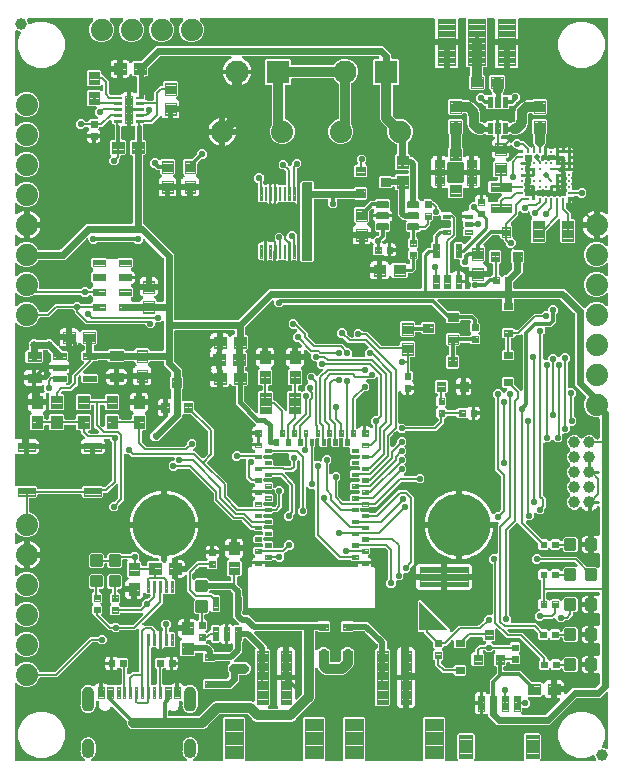
<source format=gbr>
G04 EAGLE Gerber RS-274X export*
G75*
%MOMM*%
%FSLAX34Y34*%
%LPD*%
%INTop Copper*%
%IPPOS*%
%AMOC8*
5,1,8,0,0,1.08239X$1,22.5*%
G01*
%ADD10C,1.000000*%
%ADD11C,1.879600*%
%ADD12C,0.102000*%
%ADD13C,0.300000*%
%ADD14R,1.930400X1.930400*%
%ADD15C,1.930400*%
%ADD16C,0.101600*%
%ADD17C,0.100000*%
%ADD18C,0.101200*%
%ADD19C,0.180000*%
%ADD20C,0.104000*%
%ADD21C,0.250000*%
%ADD22C,0.100800*%
%ADD23C,0.103500*%
%ADD24C,0.099059*%
%ADD25C,0.096000*%
%ADD26C,0.099000*%
%ADD27C,0.654000*%
%ADD28C,0.105000*%
%ADD29C,5.300000*%
%ADD30C,0.609600*%
%ADD31C,0.406400*%
%ADD32C,0.508000*%
%ADD33C,0.304800*%
%ADD34C,0.203200*%
%ADD35C,0.554000*%
%ADD36C,0.254000*%
%ADD37C,0.812800*%
%ADD38C,0.508000*%
%ADD39C,0.558800*%
%ADD40C,0.654000*%

G36*
X61297Y2808D02*
X61297Y2808D01*
X61402Y2812D01*
X61454Y2828D01*
X61508Y2835D01*
X61606Y2873D01*
X61707Y2904D01*
X61753Y2932D01*
X61804Y2952D01*
X61889Y3013D01*
X61979Y3068D01*
X62017Y3106D01*
X62061Y3138D01*
X62128Y3220D01*
X62202Y3295D01*
X62229Y3342D01*
X62264Y3383D01*
X62309Y3479D01*
X62361Y3570D01*
X62376Y3622D01*
X62399Y3671D01*
X62419Y3774D01*
X62448Y3876D01*
X62449Y3930D01*
X62459Y3983D01*
X62452Y4089D01*
X62455Y4194D01*
X62443Y4247D01*
X62439Y4301D01*
X62407Y4401D01*
X62383Y4504D01*
X62358Y4552D01*
X62341Y4603D01*
X62285Y4692D01*
X62236Y4786D01*
X62200Y4826D01*
X62171Y4872D01*
X62094Y4944D01*
X62024Y5023D01*
X61979Y5053D01*
X61939Y5090D01*
X61847Y5141D01*
X61760Y5199D01*
X61680Y5233D01*
X61661Y5244D01*
X61646Y5247D01*
X61611Y5262D01*
X61472Y5311D01*
X61433Y5347D01*
X61428Y5350D01*
X61423Y5354D01*
X61289Y5427D01*
X61245Y5451D01*
X60925Y5771D01*
X60876Y5809D01*
X60833Y5854D01*
X60703Y5948D01*
X60329Y6183D01*
X60299Y6227D01*
X60295Y6231D01*
X60291Y6236D01*
X60177Y6336D01*
X60138Y6370D01*
X59898Y6753D01*
X59859Y6801D01*
X59827Y6854D01*
X59721Y6975D01*
X59408Y7288D01*
X59389Y7337D01*
X59386Y7342D01*
X59383Y7348D01*
X59294Y7471D01*
X59264Y7512D01*
X59115Y7939D01*
X59087Y7994D01*
X59068Y8054D01*
X58992Y8195D01*
X58756Y8569D01*
X58749Y8621D01*
X58747Y8627D01*
X58746Y8633D01*
X58686Y8773D01*
X58666Y8820D01*
X58616Y9270D01*
X58601Y9330D01*
X58596Y9392D01*
X58552Y9547D01*
X58438Y9873D01*
X58439Y9878D01*
X58449Y10038D01*
X58449Y10674D01*
X58448Y10688D01*
X58441Y10817D01*
X58382Y11344D01*
X58392Y11385D01*
X58431Y11511D01*
X58432Y11539D01*
X58439Y11566D01*
X58449Y11726D01*
X58449Y15914D01*
X58446Y15941D01*
X58448Y15969D01*
X58426Y16099D01*
X58409Y16229D01*
X58399Y16255D01*
X58394Y16283D01*
X58383Y16308D01*
X58441Y16823D01*
X58441Y16837D01*
X58449Y16966D01*
X58449Y17602D01*
X58444Y17647D01*
X58446Y17692D01*
X58434Y17754D01*
X58552Y18093D01*
X58565Y18154D01*
X58587Y18212D01*
X58616Y18370D01*
X58665Y18810D01*
X58692Y18855D01*
X58693Y18861D01*
X58697Y18866D01*
X58737Y19014D01*
X58751Y19062D01*
X58992Y19445D01*
X59018Y19501D01*
X59052Y19553D01*
X59115Y19701D01*
X59261Y20118D01*
X59297Y20157D01*
X59300Y20162D01*
X59304Y20166D01*
X59377Y20301D01*
X59401Y20345D01*
X59721Y20665D01*
X59759Y20714D01*
X59804Y20757D01*
X59898Y20887D01*
X60065Y21153D01*
X60133Y21261D01*
X60177Y21291D01*
X60181Y21295D01*
X60186Y21299D01*
X60286Y21413D01*
X60320Y21452D01*
X60703Y21692D01*
X60751Y21731D01*
X60804Y21763D01*
X60925Y21869D01*
X61238Y22182D01*
X61287Y22201D01*
X61292Y22205D01*
X61298Y22207D01*
X61421Y22296D01*
X61462Y22326D01*
X61889Y22475D01*
X61944Y22503D01*
X62004Y22522D01*
X62145Y22598D01*
X62519Y22834D01*
X62572Y22841D01*
X62577Y22843D01*
X62583Y22844D01*
X62724Y22905D01*
X62770Y22924D01*
X63220Y22974D01*
X63280Y22989D01*
X63342Y22994D01*
X63497Y23038D01*
X63914Y23184D01*
X63967Y23179D01*
X63972Y23180D01*
X63978Y23180D01*
X64128Y23207D01*
X64179Y23216D01*
X64628Y23165D01*
X64690Y23166D01*
X64751Y23157D01*
X64912Y23165D01*
X65351Y23215D01*
X65402Y23199D01*
X65408Y23198D01*
X65413Y23197D01*
X65566Y23190D01*
X65617Y23187D01*
X66043Y23038D01*
X66104Y23025D01*
X66162Y23003D01*
X66320Y22974D01*
X66760Y22925D01*
X66805Y22898D01*
X66811Y22897D01*
X66816Y22894D01*
X66963Y22853D01*
X67012Y22839D01*
X67395Y22598D01*
X67451Y22572D01*
X67503Y22538D01*
X67651Y22475D01*
X68068Y22329D01*
X68107Y22293D01*
X68112Y22290D01*
X68116Y22286D01*
X68251Y22213D01*
X68295Y22189D01*
X68615Y21869D01*
X68664Y21831D01*
X68707Y21786D01*
X68837Y21692D01*
X69211Y21457D01*
X69241Y21413D01*
X69245Y21409D01*
X69249Y21404D01*
X69363Y21304D01*
X69402Y21270D01*
X69642Y20887D01*
X69681Y20839D01*
X69713Y20786D01*
X69819Y20665D01*
X70132Y20352D01*
X70151Y20303D01*
X70155Y20298D01*
X70157Y20292D01*
X70246Y20169D01*
X70276Y20128D01*
X70425Y19701D01*
X70453Y19646D01*
X70472Y19586D01*
X70548Y19445D01*
X70784Y19071D01*
X70791Y19019D01*
X70793Y19013D01*
X70794Y19007D01*
X70855Y18865D01*
X70874Y18820D01*
X70924Y18370D01*
X70939Y18310D01*
X70944Y18248D01*
X70988Y18093D01*
X71102Y17766D01*
X71101Y17762D01*
X71091Y17602D01*
X71091Y16966D01*
X71092Y16952D01*
X71099Y16823D01*
X71158Y16296D01*
X71148Y16255D01*
X71109Y16129D01*
X71108Y16101D01*
X71101Y16074D01*
X71091Y15914D01*
X71091Y11726D01*
X71094Y11699D01*
X71092Y11671D01*
X71114Y11541D01*
X71131Y11411D01*
X71141Y11385D01*
X71146Y11357D01*
X71157Y11332D01*
X71099Y10817D01*
X71099Y10803D01*
X71091Y10674D01*
X71091Y10038D01*
X71096Y9994D01*
X71094Y9949D01*
X71106Y9886D01*
X70988Y9547D01*
X70986Y9539D01*
X70983Y9534D01*
X70974Y9484D01*
X70953Y9428D01*
X70924Y9270D01*
X70875Y8830D01*
X70848Y8785D01*
X70847Y8779D01*
X70844Y8774D01*
X70803Y8627D01*
X70789Y8578D01*
X70548Y8195D01*
X70522Y8139D01*
X70488Y8087D01*
X70425Y7939D01*
X70279Y7522D01*
X70243Y7483D01*
X70240Y7478D01*
X70236Y7474D01*
X70163Y7338D01*
X70139Y7295D01*
X69819Y6975D01*
X69781Y6926D01*
X69736Y6883D01*
X69642Y6753D01*
X69407Y6379D01*
X69363Y6349D01*
X69359Y6345D01*
X69354Y6341D01*
X69254Y6227D01*
X69220Y6188D01*
X68837Y5948D01*
X68789Y5909D01*
X68736Y5877D01*
X68615Y5771D01*
X68302Y5458D01*
X68253Y5439D01*
X68248Y5436D01*
X68242Y5433D01*
X68119Y5343D01*
X68078Y5314D01*
X67929Y5262D01*
X67834Y5215D01*
X67736Y5176D01*
X67692Y5144D01*
X67644Y5120D01*
X67564Y5051D01*
X67479Y4990D01*
X67444Y4948D01*
X67403Y4912D01*
X67343Y4826D01*
X67276Y4745D01*
X67253Y4695D01*
X67222Y4651D01*
X67186Y4552D01*
X67141Y4457D01*
X67131Y4404D01*
X67112Y4353D01*
X67101Y4248D01*
X67081Y4144D01*
X67084Y4090D01*
X67079Y4036D01*
X67094Y3932D01*
X67101Y3827D01*
X67117Y3775D01*
X67125Y3722D01*
X67166Y3625D01*
X67199Y3525D01*
X67228Y3479D01*
X67249Y3429D01*
X67313Y3345D01*
X67369Y3256D01*
X67408Y3219D01*
X67441Y3175D01*
X67524Y3110D01*
X67601Y3038D01*
X67648Y3012D01*
X67691Y2978D01*
X67787Y2935D01*
X67879Y2884D01*
X67932Y2871D01*
X67981Y2849D01*
X68085Y2831D01*
X68187Y2805D01*
X68273Y2799D01*
X68295Y2796D01*
X68310Y2797D01*
X68348Y2795D01*
X147552Y2795D01*
X147657Y2808D01*
X147762Y2812D01*
X147814Y2828D01*
X147868Y2835D01*
X147966Y2873D01*
X148067Y2904D01*
X148113Y2932D01*
X148164Y2952D01*
X148249Y3013D01*
X148339Y3068D01*
X148377Y3106D01*
X148421Y3138D01*
X148488Y3220D01*
X148562Y3295D01*
X148589Y3342D01*
X148624Y3383D01*
X148669Y3479D01*
X148721Y3570D01*
X148736Y3622D01*
X148759Y3671D01*
X148779Y3774D01*
X148808Y3876D01*
X148809Y3930D01*
X148819Y3983D01*
X148812Y4089D01*
X148815Y4194D01*
X148803Y4247D01*
X148799Y4301D01*
X148767Y4401D01*
X148743Y4504D01*
X148718Y4552D01*
X148701Y4603D01*
X148645Y4692D01*
X148596Y4786D01*
X148560Y4826D01*
X148531Y4872D01*
X148454Y4944D01*
X148384Y5023D01*
X148339Y5053D01*
X148299Y5090D01*
X148207Y5141D01*
X148120Y5199D01*
X148040Y5233D01*
X148021Y5244D01*
X148006Y5247D01*
X147971Y5262D01*
X147832Y5311D01*
X147793Y5347D01*
X147788Y5350D01*
X147783Y5354D01*
X147649Y5427D01*
X147605Y5451D01*
X147285Y5771D01*
X147236Y5809D01*
X147193Y5854D01*
X147063Y5948D01*
X146689Y6183D01*
X146659Y6227D01*
X146655Y6231D01*
X146651Y6236D01*
X146537Y6336D01*
X146498Y6370D01*
X146258Y6753D01*
X146219Y6801D01*
X146187Y6854D01*
X146081Y6975D01*
X145768Y7288D01*
X145749Y7337D01*
X145746Y7342D01*
X145743Y7348D01*
X145654Y7471D01*
X145624Y7512D01*
X145475Y7939D01*
X145447Y7994D01*
X145428Y8054D01*
X145352Y8195D01*
X145116Y8569D01*
X145109Y8622D01*
X145107Y8627D01*
X145106Y8633D01*
X145046Y8774D01*
X145026Y8820D01*
X144976Y9270D01*
X144961Y9330D01*
X144956Y9392D01*
X144912Y9547D01*
X144798Y9874D01*
X144799Y9878D01*
X144809Y10038D01*
X144809Y10674D01*
X144808Y10688D01*
X144801Y10817D01*
X144742Y11344D01*
X144752Y11385D01*
X144791Y11511D01*
X144792Y11539D01*
X144799Y11566D01*
X144809Y11726D01*
X144809Y15914D01*
X144806Y15941D01*
X144808Y15969D01*
X144786Y16099D01*
X144769Y16229D01*
X144759Y16255D01*
X144754Y16283D01*
X144743Y16308D01*
X144801Y16823D01*
X144801Y16837D01*
X144809Y16966D01*
X144809Y17602D01*
X144804Y17646D01*
X144806Y17691D01*
X144794Y17754D01*
X144912Y18093D01*
X144925Y18154D01*
X144947Y18212D01*
X144976Y18370D01*
X145025Y18810D01*
X145052Y18855D01*
X145053Y18861D01*
X145056Y18866D01*
X145097Y19013D01*
X145111Y19062D01*
X145352Y19445D01*
X145378Y19501D01*
X145412Y19553D01*
X145475Y19701D01*
X145621Y20118D01*
X145657Y20157D01*
X145660Y20162D01*
X145664Y20166D01*
X145737Y20301D01*
X145761Y20345D01*
X146081Y20665D01*
X146119Y20714D01*
X146164Y20757D01*
X146258Y20887D01*
X146425Y21153D01*
X146493Y21261D01*
X146537Y21291D01*
X146541Y21295D01*
X146546Y21299D01*
X146646Y21413D01*
X146680Y21452D01*
X147063Y21692D01*
X147111Y21731D01*
X147164Y21763D01*
X147285Y21869D01*
X147598Y22182D01*
X147647Y22201D01*
X147652Y22205D01*
X147658Y22207D01*
X147781Y22296D01*
X147822Y22326D01*
X148249Y22475D01*
X148304Y22503D01*
X148364Y22522D01*
X148505Y22598D01*
X148879Y22834D01*
X148932Y22841D01*
X148937Y22843D01*
X148943Y22844D01*
X149084Y22905D01*
X149130Y22924D01*
X149580Y22974D01*
X149640Y22989D01*
X149702Y22994D01*
X149857Y23038D01*
X150274Y23184D01*
X150327Y23179D01*
X150332Y23180D01*
X150338Y23180D01*
X150488Y23207D01*
X150539Y23216D01*
X150988Y23165D01*
X151050Y23166D01*
X151111Y23157D01*
X151272Y23165D01*
X151711Y23215D01*
X151762Y23199D01*
X151768Y23198D01*
X151773Y23197D01*
X151926Y23190D01*
X151977Y23187D01*
X152403Y23038D01*
X152464Y23025D01*
X152522Y23003D01*
X152680Y22974D01*
X153120Y22925D01*
X153165Y22898D01*
X153171Y22897D01*
X153176Y22894D01*
X153323Y22853D01*
X153372Y22839D01*
X153755Y22598D01*
X153811Y22572D01*
X153863Y22538D01*
X154011Y22475D01*
X154428Y22329D01*
X154467Y22293D01*
X154472Y22290D01*
X154476Y22286D01*
X154611Y22213D01*
X154655Y22189D01*
X154975Y21869D01*
X155024Y21831D01*
X155067Y21786D01*
X155197Y21692D01*
X155571Y21457D01*
X155601Y21413D01*
X155605Y21409D01*
X155609Y21404D01*
X155723Y21304D01*
X155762Y21270D01*
X156002Y20887D01*
X156041Y20839D01*
X156073Y20786D01*
X156179Y20665D01*
X156492Y20352D01*
X156511Y20303D01*
X156515Y20298D01*
X156517Y20292D01*
X156606Y20169D01*
X156636Y20128D01*
X156785Y19701D01*
X156813Y19646D01*
X156832Y19586D01*
X156908Y19445D01*
X157144Y19071D01*
X157151Y19019D01*
X157153Y19013D01*
X157154Y19007D01*
X157215Y18865D01*
X157234Y18820D01*
X157284Y18370D01*
X157299Y18310D01*
X157304Y18248D01*
X157348Y18093D01*
X157462Y17767D01*
X157461Y17762D01*
X157451Y17602D01*
X157451Y16965D01*
X157452Y16952D01*
X157459Y16823D01*
X157518Y16296D01*
X157508Y16255D01*
X157469Y16130D01*
X157468Y16101D01*
X157461Y16074D01*
X157451Y15914D01*
X157451Y11726D01*
X157454Y11699D01*
X157452Y11671D01*
X157474Y11541D01*
X157491Y11411D01*
X157501Y11385D01*
X157506Y11357D01*
X157517Y11332D01*
X157459Y10817D01*
X157459Y10803D01*
X157451Y10674D01*
X157451Y10038D01*
X157456Y9994D01*
X157454Y9949D01*
X157466Y9886D01*
X157348Y9547D01*
X157346Y9539D01*
X157343Y9534D01*
X157334Y9484D01*
X157313Y9428D01*
X157284Y9270D01*
X157235Y8830D01*
X157208Y8785D01*
X157207Y8779D01*
X157203Y8774D01*
X157163Y8626D01*
X157149Y8578D01*
X156908Y8195D01*
X156882Y8139D01*
X156848Y8087D01*
X156785Y7939D01*
X156639Y7522D01*
X156603Y7483D01*
X156600Y7478D01*
X156596Y7473D01*
X156523Y7338D01*
X156499Y7295D01*
X156179Y6975D01*
X156141Y6926D01*
X156096Y6883D01*
X156002Y6753D01*
X155767Y6379D01*
X155723Y6349D01*
X155719Y6345D01*
X155714Y6341D01*
X155614Y6227D01*
X155580Y6188D01*
X155197Y5948D01*
X155149Y5909D01*
X155096Y5877D01*
X154975Y5771D01*
X154662Y5458D01*
X154613Y5439D01*
X154608Y5436D01*
X154602Y5433D01*
X154479Y5343D01*
X154438Y5314D01*
X154289Y5262D01*
X154194Y5215D01*
X154096Y5176D01*
X154053Y5145D01*
X154004Y5120D01*
X153924Y5051D01*
X153839Y4990D01*
X153804Y4948D01*
X153763Y4912D01*
X153703Y4826D01*
X153636Y4745D01*
X153613Y4695D01*
X153582Y4651D01*
X153546Y4552D01*
X153501Y4457D01*
X153491Y4404D01*
X153472Y4353D01*
X153461Y4248D01*
X153441Y4144D01*
X153444Y4090D01*
X153439Y4036D01*
X153454Y3932D01*
X153461Y3827D01*
X153477Y3775D01*
X153485Y3722D01*
X153526Y3625D01*
X153559Y3525D01*
X153588Y3479D01*
X153609Y3429D01*
X153673Y3345D01*
X153729Y3256D01*
X153769Y3219D01*
X153801Y3175D01*
X153884Y3110D01*
X153961Y3038D01*
X154008Y3012D01*
X154051Y2978D01*
X154147Y2935D01*
X154239Y2884D01*
X154292Y2871D01*
X154341Y2849D01*
X154445Y2831D01*
X154547Y2805D01*
X154633Y2799D01*
X154655Y2796D01*
X154670Y2797D01*
X154708Y2795D01*
X177710Y2795D01*
X177828Y2810D01*
X177947Y2817D01*
X177985Y2830D01*
X178026Y2835D01*
X178136Y2878D01*
X178249Y2915D01*
X178284Y2937D01*
X178321Y2952D01*
X178417Y3021D01*
X178518Y3085D01*
X178546Y3115D01*
X178579Y3138D01*
X178655Y3230D01*
X178736Y3317D01*
X178756Y3352D01*
X178781Y3383D01*
X178832Y3491D01*
X178890Y3595D01*
X178900Y3635D01*
X178917Y3671D01*
X178939Y3788D01*
X178969Y3903D01*
X178973Y3963D01*
X178977Y3983D01*
X178975Y4004D01*
X178979Y4064D01*
X178979Y39075D01*
X180005Y40101D01*
X196495Y40101D01*
X197521Y39075D01*
X197521Y4064D01*
X197536Y3946D01*
X197543Y3827D01*
X197556Y3789D01*
X197561Y3748D01*
X197604Y3638D01*
X197641Y3525D01*
X197663Y3490D01*
X197678Y3453D01*
X197747Y3357D01*
X197811Y3256D01*
X197841Y3228D01*
X197864Y3195D01*
X197956Y3119D01*
X198043Y3038D01*
X198078Y3018D01*
X198109Y2993D01*
X198217Y2942D01*
X198321Y2884D01*
X198361Y2874D01*
X198397Y2857D01*
X198514Y2835D01*
X198629Y2805D01*
X198689Y2801D01*
X198709Y2797D01*
X198730Y2799D01*
X198790Y2795D01*
X245710Y2795D01*
X245828Y2810D01*
X245947Y2817D01*
X245985Y2830D01*
X246026Y2835D01*
X246136Y2878D01*
X246249Y2915D01*
X246284Y2937D01*
X246321Y2952D01*
X246417Y3021D01*
X246518Y3085D01*
X246546Y3115D01*
X246579Y3138D01*
X246655Y3230D01*
X246736Y3317D01*
X246756Y3352D01*
X246781Y3383D01*
X246832Y3491D01*
X246890Y3595D01*
X246900Y3635D01*
X246917Y3671D01*
X246939Y3788D01*
X246969Y3903D01*
X246973Y3963D01*
X246977Y3983D01*
X246975Y4004D01*
X246979Y4064D01*
X246979Y39075D01*
X248005Y40101D01*
X264495Y40101D01*
X265521Y39075D01*
X265521Y4064D01*
X265536Y3946D01*
X265543Y3827D01*
X265556Y3789D01*
X265561Y3748D01*
X265604Y3638D01*
X265641Y3525D01*
X265663Y3490D01*
X265678Y3453D01*
X265747Y3357D01*
X265811Y3256D01*
X265841Y3228D01*
X265864Y3195D01*
X265956Y3119D01*
X266043Y3038D01*
X266078Y3018D01*
X266109Y2993D01*
X266217Y2942D01*
X266321Y2884D01*
X266361Y2874D01*
X266397Y2857D01*
X266514Y2835D01*
X266629Y2805D01*
X266689Y2801D01*
X266709Y2797D01*
X266730Y2799D01*
X266790Y2795D01*
X279310Y2795D01*
X279428Y2810D01*
X279547Y2817D01*
X279585Y2830D01*
X279626Y2835D01*
X279736Y2878D01*
X279849Y2915D01*
X279884Y2937D01*
X279921Y2952D01*
X280017Y3021D01*
X280118Y3085D01*
X280146Y3115D01*
X280179Y3138D01*
X280255Y3230D01*
X280336Y3317D01*
X280356Y3352D01*
X280381Y3383D01*
X280432Y3491D01*
X280490Y3595D01*
X280500Y3635D01*
X280517Y3671D01*
X280539Y3788D01*
X280569Y3903D01*
X280573Y3963D01*
X280577Y3983D01*
X280575Y4004D01*
X280579Y4064D01*
X280579Y39075D01*
X281605Y40101D01*
X298095Y40101D01*
X299121Y39075D01*
X299121Y4064D01*
X299136Y3946D01*
X299143Y3827D01*
X299156Y3789D01*
X299161Y3748D01*
X299204Y3638D01*
X299241Y3525D01*
X299263Y3490D01*
X299278Y3453D01*
X299347Y3357D01*
X299411Y3256D01*
X299441Y3228D01*
X299464Y3195D01*
X299556Y3119D01*
X299643Y3038D01*
X299678Y3018D01*
X299709Y2993D01*
X299817Y2942D01*
X299921Y2884D01*
X299961Y2874D01*
X299997Y2857D01*
X300114Y2835D01*
X300229Y2805D01*
X300289Y2801D01*
X300309Y2797D01*
X300330Y2799D01*
X300390Y2795D01*
X347310Y2795D01*
X347428Y2810D01*
X347547Y2817D01*
X347585Y2830D01*
X347626Y2835D01*
X347736Y2878D01*
X347849Y2915D01*
X347884Y2937D01*
X347921Y2952D01*
X348017Y3021D01*
X348118Y3085D01*
X348146Y3115D01*
X348179Y3138D01*
X348255Y3230D01*
X348336Y3317D01*
X348356Y3352D01*
X348381Y3383D01*
X348432Y3491D01*
X348490Y3595D01*
X348500Y3635D01*
X348517Y3671D01*
X348539Y3788D01*
X348569Y3903D01*
X348573Y3963D01*
X348577Y3983D01*
X348575Y4004D01*
X348579Y4064D01*
X348579Y39075D01*
X349605Y40101D01*
X366095Y40101D01*
X367121Y39075D01*
X367121Y4064D01*
X367136Y3946D01*
X367143Y3827D01*
X367156Y3789D01*
X367161Y3748D01*
X367204Y3638D01*
X367241Y3525D01*
X367263Y3490D01*
X367278Y3453D01*
X367347Y3357D01*
X367411Y3256D01*
X367441Y3228D01*
X367464Y3195D01*
X367556Y3119D01*
X367643Y3038D01*
X367678Y3018D01*
X367709Y2993D01*
X367817Y2942D01*
X367921Y2884D01*
X367961Y2874D01*
X367997Y2857D01*
X368114Y2835D01*
X368229Y2805D01*
X368289Y2801D01*
X368309Y2797D01*
X368330Y2799D01*
X368390Y2795D01*
X376695Y2795D01*
X376833Y2812D01*
X376972Y2825D01*
X376991Y2832D01*
X377011Y2835D01*
X377140Y2886D01*
X377271Y2933D01*
X377288Y2944D01*
X377306Y2952D01*
X377419Y3033D01*
X377534Y3111D01*
X377547Y3127D01*
X377564Y3138D01*
X377652Y3246D01*
X377744Y3350D01*
X377754Y3368D01*
X377767Y3383D01*
X377826Y3509D01*
X377889Y3633D01*
X377893Y3653D01*
X377902Y3671D01*
X377928Y3807D01*
X377959Y3943D01*
X377958Y3964D01*
X377962Y3983D01*
X377953Y4122D01*
X377949Y4261D01*
X377943Y4281D01*
X377942Y4301D01*
X377899Y4433D01*
X377861Y4567D01*
X377850Y4584D01*
X377844Y4603D01*
X377770Y4721D01*
X377699Y4841D01*
X377680Y4862D01*
X377674Y4872D01*
X377659Y4886D01*
X377593Y4962D01*
X377479Y5075D01*
X377479Y25565D01*
X378505Y26591D01*
X390995Y26591D01*
X392021Y25565D01*
X392021Y5075D01*
X391907Y4962D01*
X391822Y4852D01*
X391733Y4745D01*
X391725Y4726D01*
X391712Y4710D01*
X391657Y4582D01*
X391598Y4457D01*
X391594Y4437D01*
X391586Y4418D01*
X391564Y4280D01*
X391538Y4144D01*
X391539Y4124D01*
X391536Y4104D01*
X391549Y3965D01*
X391558Y3827D01*
X391564Y3808D01*
X391566Y3788D01*
X391613Y3657D01*
X391656Y3525D01*
X391667Y3507D01*
X391674Y3488D01*
X391752Y3374D01*
X391826Y3256D01*
X391841Y3242D01*
X391852Y3225D01*
X391956Y3133D01*
X392058Y3038D01*
X392075Y3028D01*
X392091Y3015D01*
X392215Y2951D01*
X392336Y2884D01*
X392356Y2879D01*
X392374Y2870D01*
X392510Y2840D01*
X392644Y2805D01*
X392672Y2803D01*
X392684Y2800D01*
X392705Y2801D01*
X392805Y2795D01*
X432695Y2795D01*
X432833Y2812D01*
X432972Y2825D01*
X432991Y2832D01*
X433011Y2835D01*
X433140Y2886D01*
X433271Y2933D01*
X433288Y2944D01*
X433306Y2952D01*
X433419Y3033D01*
X433534Y3111D01*
X433547Y3127D01*
X433564Y3138D01*
X433652Y3246D01*
X433744Y3350D01*
X433754Y3368D01*
X433767Y3383D01*
X433826Y3509D01*
X433889Y3633D01*
X433893Y3653D01*
X433902Y3671D01*
X433928Y3807D01*
X433959Y3943D01*
X433958Y3964D01*
X433962Y3983D01*
X433953Y4122D01*
X433949Y4261D01*
X433943Y4281D01*
X433942Y4301D01*
X433899Y4433D01*
X433861Y4567D01*
X433850Y4584D01*
X433844Y4603D01*
X433770Y4721D01*
X433699Y4841D01*
X433680Y4862D01*
X433674Y4872D01*
X433659Y4886D01*
X433593Y4962D01*
X433479Y5075D01*
X433479Y25565D01*
X434505Y26591D01*
X446995Y26591D01*
X448021Y25565D01*
X448021Y5075D01*
X447907Y4962D01*
X447822Y4852D01*
X447733Y4745D01*
X447725Y4726D01*
X447712Y4710D01*
X447657Y4582D01*
X447598Y4457D01*
X447594Y4437D01*
X447586Y4418D01*
X447564Y4280D01*
X447538Y4144D01*
X447539Y4124D01*
X447536Y4104D01*
X447549Y3965D01*
X447558Y3827D01*
X447564Y3808D01*
X447566Y3788D01*
X447613Y3657D01*
X447656Y3525D01*
X447667Y3507D01*
X447674Y3488D01*
X447752Y3374D01*
X447826Y3256D01*
X447841Y3242D01*
X447852Y3225D01*
X447956Y3133D01*
X448058Y3038D01*
X448075Y3028D01*
X448091Y3015D01*
X448215Y2951D01*
X448336Y2884D01*
X448356Y2879D01*
X448374Y2870D01*
X448510Y2840D01*
X448644Y2805D01*
X448672Y2803D01*
X448684Y2800D01*
X448705Y2801D01*
X448805Y2795D01*
X493543Y2795D01*
X493592Y2801D01*
X493642Y2799D01*
X493749Y2821D01*
X493858Y2835D01*
X493905Y2853D01*
X493953Y2863D01*
X494052Y2911D01*
X494154Y2952D01*
X494194Y2981D01*
X494239Y3003D01*
X494323Y3074D01*
X494412Y3138D01*
X494443Y3177D01*
X494481Y3209D01*
X494544Y3299D01*
X494614Y3383D01*
X494636Y3428D01*
X494664Y3469D01*
X494703Y3572D01*
X494750Y3671D01*
X494759Y3720D01*
X494777Y3766D01*
X494789Y3876D01*
X494810Y3983D01*
X494807Y4033D01*
X494812Y4082D01*
X494797Y4191D01*
X494790Y4301D01*
X494775Y4348D01*
X494768Y4397D01*
X494716Y4550D01*
X493855Y6627D01*
X493855Y6992D01*
X493849Y7042D01*
X493851Y7091D01*
X493829Y7199D01*
X493815Y7308D01*
X493797Y7354D01*
X493787Y7403D01*
X493739Y7501D01*
X493698Y7604D01*
X493669Y7644D01*
X493647Y7688D01*
X493576Y7772D01*
X493512Y7861D01*
X493473Y7893D01*
X493441Y7930D01*
X493351Y7994D01*
X493267Y8064D01*
X493222Y8085D01*
X493181Y8113D01*
X493078Y8152D01*
X492979Y8199D01*
X492930Y8209D01*
X492884Y8226D01*
X492774Y8238D01*
X492667Y8259D01*
X492617Y8256D01*
X492568Y8261D01*
X492459Y8246D01*
X492349Y8239D01*
X492302Y8224D01*
X492253Y8217D01*
X492100Y8165D01*
X486491Y5841D01*
X478709Y5841D01*
X471521Y8819D01*
X466019Y14321D01*
X463041Y21509D01*
X463041Y29291D01*
X466019Y36479D01*
X471521Y41981D01*
X478709Y44959D01*
X486491Y44959D01*
X493679Y41981D01*
X499181Y36479D01*
X502159Y29291D01*
X502159Y21509D01*
X499835Y15900D01*
X499822Y15852D01*
X499801Y15807D01*
X499780Y15699D01*
X499751Y15593D01*
X499750Y15543D01*
X499741Y15494D01*
X499748Y15385D01*
X499746Y15275D01*
X499758Y15227D01*
X499761Y15177D01*
X499795Y15073D01*
X499820Y14966D01*
X499843Y14922D01*
X499859Y14875D01*
X499918Y14782D01*
X499969Y14685D01*
X500002Y14648D01*
X500029Y14606D01*
X500109Y14531D01*
X500183Y14449D01*
X500224Y14422D01*
X500261Y14388D01*
X500357Y14335D01*
X500449Y14275D01*
X500496Y14258D01*
X500539Y14234D01*
X500645Y14207D01*
X500749Y14171D01*
X500799Y14167D01*
X500847Y14155D01*
X501008Y14145D01*
X501373Y14145D01*
X503450Y13284D01*
X503498Y13271D01*
X503543Y13250D01*
X503651Y13230D01*
X503757Y13200D01*
X503807Y13200D01*
X503856Y13190D01*
X503965Y13197D01*
X504075Y13195D01*
X504123Y13207D01*
X504173Y13210D01*
X504277Y13244D01*
X504384Y13270D01*
X504428Y13293D01*
X504475Y13308D01*
X504568Y13367D01*
X504665Y13418D01*
X504702Y13452D01*
X504744Y13478D01*
X504819Y13558D01*
X504901Y13632D01*
X504928Y13674D01*
X504962Y13710D01*
X505015Y13806D01*
X505075Y13898D01*
X505092Y13945D01*
X505116Y13988D01*
X505143Y14095D01*
X505179Y14199D01*
X505183Y14248D01*
X505195Y14296D01*
X505205Y14457D01*
X505205Y60423D01*
X505188Y60561D01*
X505175Y60700D01*
X505168Y60719D01*
X505165Y60739D01*
X505114Y60868D01*
X505067Y60999D01*
X505056Y61016D01*
X505048Y61035D01*
X504967Y61147D01*
X504889Y61262D01*
X504873Y61276D01*
X504862Y61292D01*
X504754Y61381D01*
X504650Y61473D01*
X504632Y61482D01*
X504617Y61495D01*
X504491Y61554D01*
X504367Y61617D01*
X504347Y61622D01*
X504329Y61630D01*
X504192Y61656D01*
X504057Y61687D01*
X504036Y61686D01*
X504017Y61690D01*
X503878Y61681D01*
X503739Y61677D01*
X503719Y61672D01*
X503699Y61670D01*
X503567Y61628D01*
X503433Y61589D01*
X503416Y61579D01*
X503397Y61572D01*
X503279Y61498D01*
X503159Y61427D01*
X503138Y61409D01*
X503128Y61402D01*
X503114Y61387D01*
X503039Y61321D01*
X501260Y59543D01*
X498359Y56641D01*
X479073Y56641D01*
X478974Y56629D01*
X478875Y56626D01*
X478817Y56609D01*
X478757Y56601D01*
X478665Y56565D01*
X478570Y56537D01*
X478518Y56507D01*
X478461Y56484D01*
X478381Y56426D01*
X478296Y56376D01*
X478221Y56310D01*
X478204Y56298D01*
X478196Y56288D01*
X478175Y56270D01*
X455687Y33781D01*
X410961Y33781D01*
X403431Y41311D01*
X403431Y41951D01*
X403415Y42083D01*
X403404Y42215D01*
X403395Y42240D01*
X403391Y42267D01*
X403343Y42390D01*
X403299Y42515D01*
X403284Y42538D01*
X403274Y42563D01*
X403197Y42670D01*
X403123Y42780D01*
X403103Y42798D01*
X403088Y42820D01*
X402986Y42904D01*
X402887Y42993D01*
X402863Y43006D01*
X402843Y43023D01*
X402723Y43079D01*
X402606Y43141D01*
X402579Y43147D01*
X402555Y43158D01*
X402425Y43183D01*
X402296Y43214D01*
X402269Y43213D01*
X402243Y43218D01*
X402110Y43210D01*
X401978Y43207D01*
X401952Y43200D01*
X401925Y43198D01*
X401799Y43157D01*
X401672Y43122D01*
X401637Y43105D01*
X401623Y43100D01*
X401604Y43089D01*
X401527Y43051D01*
X401418Y42987D01*
X400642Y42779D01*
X399249Y42779D01*
X399249Y51840D01*
X399234Y51958D01*
X399227Y52077D01*
X399225Y52084D01*
X399239Y52140D01*
X399243Y52200D01*
X399247Y52220D01*
X399245Y52240D01*
X399249Y52300D01*
X399249Y61361D01*
X400642Y61361D01*
X401418Y61153D01*
X402113Y60751D01*
X402751Y60114D01*
X402845Y60041D01*
X402934Y59962D01*
X402970Y59944D01*
X403002Y59919D01*
X403111Y59872D01*
X403218Y59817D01*
X403257Y59809D01*
X403294Y59793D01*
X403412Y59774D01*
X403528Y59748D01*
X403568Y59749D01*
X403608Y59743D01*
X403727Y59754D01*
X403846Y59758D01*
X403884Y59769D01*
X403924Y59773D01*
X404037Y59813D01*
X404151Y59846D01*
X404186Y59867D01*
X404224Y59880D01*
X404323Y59947D01*
X404425Y60008D01*
X404470Y60047D01*
X404487Y60059D01*
X404500Y60074D01*
X404546Y60114D01*
X404584Y60152D01*
X404644Y60230D01*
X404712Y60302D01*
X404741Y60355D01*
X404779Y60404D01*
X404818Y60494D01*
X404866Y60581D01*
X404881Y60640D01*
X404905Y60695D01*
X404920Y60793D01*
X404945Y60889D01*
X404951Y60989D01*
X404955Y61010D01*
X404954Y61022D01*
X404955Y61049D01*
X404955Y71088D01*
X410448Y76580D01*
X410508Y76658D01*
X410576Y76730D01*
X410605Y76783D01*
X410642Y76831D01*
X410682Y76922D01*
X410730Y77009D01*
X410745Y77067D01*
X410769Y77123D01*
X410784Y77221D01*
X410809Y77317D01*
X410815Y77417D01*
X410819Y77437D01*
X410817Y77449D01*
X410819Y77477D01*
X410819Y82274D01*
X410804Y82392D01*
X410797Y82511D01*
X410784Y82549D01*
X410779Y82590D01*
X410736Y82700D01*
X410699Y82813D01*
X410677Y82848D01*
X410662Y82885D01*
X410593Y82981D01*
X410529Y83082D01*
X410499Y83110D01*
X410476Y83143D01*
X410384Y83219D01*
X410297Y83300D01*
X410262Y83320D01*
X410231Y83345D01*
X410123Y83396D01*
X410019Y83454D01*
X409979Y83464D01*
X409943Y83481D01*
X409826Y83503D01*
X409711Y83533D01*
X409651Y83537D01*
X409631Y83541D01*
X409610Y83539D01*
X409550Y83543D01*
X409392Y83543D01*
X408343Y84592D01*
X408343Y94036D01*
X409088Y94781D01*
X409173Y94890D01*
X409262Y94997D01*
X409271Y95016D01*
X409283Y95032D01*
X409338Y95159D01*
X409397Y95285D01*
X409401Y95305D01*
X409409Y95324D01*
X409431Y95462D01*
X409457Y95598D01*
X409456Y95618D01*
X409459Y95638D01*
X409446Y95777D01*
X409438Y95915D01*
X409431Y95934D01*
X409429Y95954D01*
X409382Y96086D01*
X409339Y96217D01*
X409329Y96235D01*
X409322Y96254D01*
X409244Y96369D01*
X409169Y96486D01*
X409155Y96500D01*
X409143Y96517D01*
X409039Y96609D01*
X408938Y96704D01*
X408920Y96714D01*
X408905Y96727D01*
X408781Y96790D01*
X408659Y96858D01*
X408640Y96863D01*
X408622Y96872D01*
X408486Y96902D01*
X408351Y96937D01*
X408323Y96939D01*
X408311Y96942D01*
X408291Y96941D01*
X408191Y96947D01*
X408067Y96947D01*
X407969Y96935D01*
X407870Y96932D01*
X407812Y96915D01*
X407752Y96907D01*
X407660Y96871D01*
X407565Y96843D01*
X407513Y96813D01*
X407456Y96790D01*
X407376Y96732D01*
X407291Y96682D01*
X407215Y96616D01*
X407199Y96604D01*
X407191Y96594D01*
X407170Y96576D01*
X405788Y95193D01*
X402440Y95193D01*
X401058Y96576D01*
X400980Y96636D01*
X400908Y96704D01*
X400855Y96733D01*
X400807Y96770D01*
X400716Y96810D01*
X400629Y96858D01*
X400571Y96873D01*
X400515Y96897D01*
X400417Y96912D01*
X400321Y96937D01*
X400221Y96943D01*
X400201Y96947D01*
X400189Y96945D01*
X400161Y96947D01*
X400037Y96947D01*
X399899Y96930D01*
X399761Y96917D01*
X399742Y96910D01*
X399722Y96907D01*
X399593Y96856D01*
X399462Y96809D01*
X399445Y96798D01*
X399426Y96790D01*
X399314Y96709D01*
X399199Y96631D01*
X399185Y96615D01*
X399169Y96604D01*
X399080Y96496D01*
X398988Y96392D01*
X398979Y96374D01*
X398966Y96359D01*
X398907Y96233D01*
X398844Y96109D01*
X398839Y96089D01*
X398831Y96071D01*
X398804Y95934D01*
X398774Y95799D01*
X398775Y95778D01*
X398771Y95759D01*
X398779Y95620D01*
X398784Y95481D01*
X398789Y95461D01*
X398790Y95441D01*
X398833Y95309D01*
X398872Y95175D01*
X398882Y95158D01*
X398889Y95139D01*
X398963Y95021D01*
X399034Y94901D01*
X399052Y94880D01*
X399059Y94870D01*
X399074Y94856D01*
X399140Y94781D01*
X399885Y94036D01*
X399885Y84592D01*
X398836Y83543D01*
X390392Y83543D01*
X389343Y84592D01*
X389343Y94036D01*
X390392Y95085D01*
X391058Y95085D01*
X391176Y95100D01*
X391295Y95107D01*
X391333Y95120D01*
X391374Y95125D01*
X391484Y95168D01*
X391597Y95205D01*
X391632Y95227D01*
X391669Y95242D01*
X391765Y95311D01*
X391866Y95375D01*
X391894Y95405D01*
X391927Y95428D01*
X392003Y95520D01*
X392084Y95607D01*
X392104Y95642D01*
X392129Y95673D01*
X392180Y95781D01*
X392238Y95885D01*
X392248Y95925D01*
X392265Y95961D01*
X392287Y96078D01*
X392317Y96193D01*
X392321Y96253D01*
X392325Y96273D01*
X392323Y96294D01*
X392327Y96354D01*
X392327Y97873D01*
X395975Y101521D01*
X400161Y101521D01*
X400259Y101533D01*
X400358Y101536D01*
X400416Y101553D01*
X400476Y101561D01*
X400568Y101597D01*
X400663Y101625D01*
X400715Y101655D01*
X400772Y101678D01*
X400852Y101736D01*
X400937Y101786D01*
X401013Y101852D01*
X401029Y101864D01*
X401037Y101874D01*
X401058Y101892D01*
X401542Y102376D01*
X401627Y102486D01*
X401716Y102593D01*
X401725Y102612D01*
X401737Y102628D01*
X401792Y102756D01*
X401851Y102881D01*
X401855Y102901D01*
X401863Y102920D01*
X401885Y103058D01*
X401911Y103194D01*
X401910Y103214D01*
X401913Y103234D01*
X401900Y103373D01*
X401892Y103511D01*
X401885Y103530D01*
X401883Y103550D01*
X401836Y103681D01*
X401793Y103813D01*
X401783Y103831D01*
X401776Y103850D01*
X401698Y103964D01*
X401623Y104082D01*
X401609Y104096D01*
X401597Y104113D01*
X401493Y104205D01*
X401392Y104300D01*
X401374Y104310D01*
X401359Y104323D01*
X401235Y104387D01*
X401113Y104454D01*
X401094Y104459D01*
X401076Y104468D01*
X400940Y104498D01*
X400805Y104533D01*
X400777Y104535D01*
X400765Y104538D01*
X400745Y104537D01*
X400645Y104543D01*
X399892Y104543D01*
X398843Y105592D01*
X398843Y106758D01*
X398828Y106876D01*
X398821Y106995D01*
X398808Y107033D01*
X398803Y107074D01*
X398760Y107184D01*
X398723Y107297D01*
X398701Y107332D01*
X398686Y107369D01*
X398617Y107465D01*
X398553Y107566D01*
X398523Y107594D01*
X398500Y107627D01*
X398408Y107703D01*
X398321Y107784D01*
X398286Y107804D01*
X398255Y107829D01*
X398147Y107880D01*
X398043Y107938D01*
X398003Y107948D01*
X397967Y107965D01*
X397850Y107987D01*
X397735Y108017D01*
X397675Y108021D01*
X397655Y108025D01*
X397634Y108023D01*
X397574Y108027D01*
X388577Y108027D01*
X388479Y108015D01*
X388380Y108012D01*
X388322Y107995D01*
X388261Y107987D01*
X388169Y107951D01*
X388074Y107923D01*
X388022Y107893D01*
X387966Y107870D01*
X387886Y107812D01*
X387800Y107762D01*
X387725Y107696D01*
X387708Y107684D01*
X387701Y107674D01*
X387679Y107656D01*
X385522Y105499D01*
X385462Y105420D01*
X385394Y105348D01*
X385365Y105295D01*
X385328Y105247D01*
X385288Y105156D01*
X385240Y105070D01*
X385225Y105011D01*
X385201Y104955D01*
X385186Y104857D01*
X385161Y104762D01*
X385155Y104662D01*
X385151Y104641D01*
X385153Y104629D01*
X385151Y104601D01*
X385151Y99559D01*
X384111Y98519D01*
X375349Y98519D01*
X374309Y99559D01*
X374309Y104105D01*
X374292Y104243D01*
X374279Y104381D01*
X374272Y104401D01*
X374269Y104421D01*
X374218Y104550D01*
X374171Y104681D01*
X374160Y104698D01*
X374152Y104716D01*
X374071Y104829D01*
X373993Y104944D01*
X373977Y104957D01*
X373966Y104974D01*
X373858Y105063D01*
X373754Y105154D01*
X373736Y105164D01*
X373721Y105176D01*
X373595Y105236D01*
X373471Y105299D01*
X373451Y105303D01*
X373433Y105312D01*
X373297Y105338D01*
X373161Y105369D01*
X373140Y105368D01*
X373121Y105372D01*
X372982Y105363D01*
X372843Y105359D01*
X372823Y105353D01*
X372803Y105352D01*
X372671Y105309D01*
X372537Y105271D01*
X372520Y105260D01*
X372501Y105254D01*
X372383Y105180D01*
X372263Y105109D01*
X372242Y105090D01*
X372232Y105084D01*
X372218Y105069D01*
X372143Y105003D01*
X369354Y102215D01*
X369354Y102214D01*
X367643Y100503D01*
X366728Y100503D01*
X366610Y100488D01*
X366491Y100481D01*
X366453Y100468D01*
X366412Y100463D01*
X366302Y100420D01*
X366189Y100383D01*
X366154Y100361D01*
X366117Y100346D01*
X366021Y100277D01*
X365920Y100213D01*
X365892Y100183D01*
X365859Y100160D01*
X365783Y100068D01*
X365702Y99981D01*
X365682Y99946D01*
X365657Y99915D01*
X365606Y99807D01*
X365548Y99703D01*
X365538Y99663D01*
X365521Y99627D01*
X365521Y99624D01*
X364584Y98688D01*
X364511Y98594D01*
X364432Y98504D01*
X364414Y98468D01*
X364389Y98436D01*
X364342Y98327D01*
X364287Y98221D01*
X364279Y98182D01*
X364263Y98144D01*
X364244Y98027D01*
X364218Y97911D01*
X364219Y97870D01*
X364213Y97830D01*
X364224Y97712D01*
X364227Y97593D01*
X364239Y97554D01*
X364243Y97514D01*
X364283Y97401D01*
X364316Y97287D01*
X364336Y97253D01*
X364350Y97214D01*
X364417Y97116D01*
X364477Y97013D01*
X364517Y96968D01*
X364529Y96951D01*
X364544Y96938D01*
X364584Y96893D01*
X365459Y96018D01*
X365459Y89562D01*
X364341Y88445D01*
X364318Y88436D01*
X364205Y88399D01*
X364170Y88377D01*
X364133Y88362D01*
X364037Y88293D01*
X363936Y88229D01*
X363908Y88199D01*
X363875Y88176D01*
X363799Y88084D01*
X363718Y87997D01*
X363698Y87962D01*
X363673Y87931D01*
X363622Y87823D01*
X363564Y87719D01*
X363554Y87679D01*
X363537Y87643D01*
X363515Y87526D01*
X363485Y87411D01*
X363481Y87351D01*
X363477Y87331D01*
X363479Y87310D01*
X363475Y87250D01*
X363475Y86309D01*
X363487Y86211D01*
X363490Y86112D01*
X363507Y86054D01*
X363515Y85993D01*
X363551Y85901D01*
X363579Y85806D01*
X363609Y85754D01*
X363632Y85698D01*
X363690Y85618D01*
X363740Y85532D01*
X363806Y85457D01*
X363818Y85440D01*
X363828Y85433D01*
X363846Y85411D01*
X366659Y82598D01*
X366738Y82538D01*
X366810Y82470D01*
X366863Y82441D01*
X366911Y82404D01*
X367002Y82364D01*
X367088Y82316D01*
X367147Y82301D01*
X367203Y82277D01*
X367301Y82262D01*
X367396Y82237D01*
X367496Y82231D01*
X367517Y82227D01*
X367529Y82229D01*
X367557Y82227D01*
X373040Y82227D01*
X373158Y82242D01*
X373277Y82249D01*
X373315Y82262D01*
X373356Y82267D01*
X373466Y82310D01*
X373579Y82347D01*
X373614Y82369D01*
X373651Y82384D01*
X373747Y82453D01*
X373848Y82517D01*
X373876Y82547D01*
X373909Y82570D01*
X373985Y82662D01*
X374066Y82749D01*
X374086Y82784D01*
X374111Y82815D01*
X374162Y82923D01*
X374220Y83027D01*
X374230Y83067D01*
X374247Y83103D01*
X374269Y83220D01*
X374291Y83302D01*
X375349Y84361D01*
X384111Y84361D01*
X385151Y83321D01*
X385151Y76559D01*
X384111Y75519D01*
X375349Y75519D01*
X374290Y76579D01*
X374287Y76621D01*
X374274Y76659D01*
X374269Y76700D01*
X374226Y76810D01*
X374189Y76923D01*
X374167Y76958D01*
X374152Y76995D01*
X374083Y77091D01*
X374019Y77192D01*
X373989Y77220D01*
X373966Y77253D01*
X373874Y77329D01*
X373787Y77410D01*
X373752Y77430D01*
X373721Y77455D01*
X373613Y77506D01*
X373509Y77564D01*
X373469Y77574D01*
X373433Y77591D01*
X373316Y77613D01*
X373201Y77643D01*
X373141Y77647D01*
X373121Y77651D01*
X373100Y77649D01*
X373040Y77653D01*
X365137Y77653D01*
X358901Y83889D01*
X358901Y87250D01*
X358886Y87368D01*
X358879Y87487D01*
X358866Y87525D01*
X358861Y87566D01*
X358818Y87676D01*
X358781Y87789D01*
X358759Y87824D01*
X358744Y87861D01*
X358675Y87957D01*
X358611Y88058D01*
X358581Y88086D01*
X358558Y88119D01*
X358466Y88195D01*
X358379Y88276D01*
X358344Y88296D01*
X358313Y88321D01*
X358205Y88372D01*
X358101Y88430D01*
X358061Y88440D01*
X358025Y88457D01*
X358022Y88457D01*
X356917Y89562D01*
X356917Y96018D01*
X357792Y96893D01*
X357865Y96987D01*
X357944Y97076D01*
X357962Y97112D01*
X357987Y97144D01*
X358034Y97253D01*
X358089Y97359D01*
X358097Y97398D01*
X358113Y97436D01*
X358132Y97553D01*
X358158Y97669D01*
X358157Y97710D01*
X358163Y97750D01*
X358152Y97868D01*
X358149Y97987D01*
X358137Y98026D01*
X358133Y98066D01*
X358093Y98178D01*
X358060Y98293D01*
X358040Y98328D01*
X358026Y98366D01*
X357959Y98464D01*
X357899Y98567D01*
X357859Y98612D01*
X357847Y98629D01*
X357832Y98642D01*
X357792Y98688D01*
X356917Y99562D01*
X356917Y103301D01*
X356905Y103399D01*
X356902Y103498D01*
X356885Y103556D01*
X356877Y103617D01*
X356841Y103709D01*
X356813Y103804D01*
X356783Y103856D01*
X356760Y103912D01*
X356702Y103992D01*
X356652Y104078D01*
X356586Y104153D01*
X356574Y104170D01*
X356564Y104177D01*
X356546Y104199D01*
X349601Y111143D01*
X349588Y111244D01*
X349581Y111363D01*
X349568Y111401D01*
X349563Y111442D01*
X349520Y111552D01*
X349483Y111665D01*
X349461Y111700D01*
X349446Y111737D01*
X349377Y111833D01*
X349313Y111934D01*
X349283Y111962D01*
X349260Y111995D01*
X349168Y112071D01*
X349081Y112152D01*
X349046Y112172D01*
X349015Y112197D01*
X348907Y112248D01*
X348803Y112306D01*
X348763Y112316D01*
X348727Y112333D01*
X348610Y112355D01*
X348495Y112385D01*
X348435Y112389D01*
X348415Y112393D01*
X348394Y112391D01*
X348334Y112395D01*
X344680Y112395D01*
X343789Y113286D01*
X343789Y138546D01*
X344680Y139437D01*
X345940Y139437D01*
X370831Y114546D01*
X370831Y113223D01*
X370848Y113085D01*
X370861Y112947D01*
X370868Y112927D01*
X370871Y112907D01*
X370922Y112778D01*
X370969Y112647D01*
X370980Y112630D01*
X370988Y112612D01*
X371069Y112499D01*
X371147Y112384D01*
X371163Y112371D01*
X371174Y112354D01*
X371282Y112266D01*
X371386Y112174D01*
X371404Y112164D01*
X371419Y112152D01*
X371545Y112092D01*
X371669Y112029D01*
X371689Y112025D01*
X371707Y112016D01*
X371843Y111990D01*
X371979Y111959D01*
X372000Y111960D01*
X372019Y111956D01*
X372158Y111965D01*
X372297Y111969D01*
X372317Y111975D01*
X372337Y111976D01*
X372469Y112019D01*
X372603Y112057D01*
X372620Y112068D01*
X372639Y112074D01*
X372757Y112149D01*
X372877Y112219D01*
X372898Y112238D01*
X372908Y112244D01*
X372922Y112259D01*
X372997Y112325D01*
X378529Y117857D01*
X395021Y117857D01*
X395119Y117869D01*
X395218Y117872D01*
X395276Y117889D01*
X395337Y117897D01*
X395429Y117933D01*
X395524Y117961D01*
X395576Y117991D01*
X395632Y118014D01*
X395712Y118072D01*
X395798Y118122D01*
X395873Y118188D01*
X395890Y118200D01*
X395897Y118210D01*
X395919Y118228D01*
X399448Y121757D01*
X399508Y121836D01*
X399576Y121908D01*
X399605Y121961D01*
X399642Y122009D01*
X399682Y122100D01*
X399730Y122186D01*
X399745Y122245D01*
X399769Y122301D01*
X399784Y122399D01*
X399809Y122494D01*
X399815Y122594D01*
X399819Y122615D01*
X399817Y122627D01*
X399819Y122655D01*
X399819Y124610D01*
X402186Y126977D01*
X405702Y126977D01*
X405753Y126953D01*
X405773Y126949D01*
X405791Y126941D01*
X405929Y126919D01*
X406066Y126893D01*
X406086Y126894D01*
X406106Y126891D01*
X406244Y126904D01*
X406383Y126912D01*
X406402Y126919D01*
X406422Y126921D01*
X406553Y126968D01*
X406685Y127011D01*
X406702Y127021D01*
X406721Y127028D01*
X406836Y127106D01*
X406954Y127181D01*
X406968Y127195D01*
X406985Y127207D01*
X407077Y127311D01*
X407172Y127412D01*
X407182Y127430D01*
X407195Y127445D01*
X407259Y127569D01*
X407326Y127691D01*
X407331Y127710D01*
X407340Y127728D01*
X407370Y127864D01*
X407405Y127999D01*
X407407Y128027D01*
X407409Y128039D01*
X407409Y128059D01*
X407415Y128159D01*
X407415Y169275D01*
X407403Y169373D01*
X407400Y169472D01*
X407383Y169530D01*
X407375Y169590D01*
X407339Y169682D01*
X407311Y169777D01*
X407281Y169829D01*
X407258Y169886D01*
X407200Y169966D01*
X407150Y170051D01*
X407084Y170127D01*
X407072Y170143D01*
X407062Y170151D01*
X407044Y170172D01*
X404645Y172570D01*
X404645Y175918D01*
X407012Y178285D01*
X410210Y178285D01*
X410328Y178300D01*
X410447Y178307D01*
X410485Y178320D01*
X410526Y178325D01*
X410636Y178368D01*
X410749Y178405D01*
X410784Y178427D01*
X410821Y178442D01*
X410917Y178511D01*
X411018Y178575D01*
X411046Y178605D01*
X411079Y178628D01*
X411155Y178720D01*
X411236Y178807D01*
X411256Y178842D01*
X411281Y178873D01*
X411332Y178981D01*
X411390Y179085D01*
X411400Y179125D01*
X411417Y179161D01*
X411439Y179278D01*
X411469Y179393D01*
X411473Y179453D01*
X411477Y179473D01*
X411475Y179494D01*
X411479Y179554D01*
X411479Y202623D01*
X412199Y203343D01*
X412283Y203452D01*
X412372Y203559D01*
X412381Y203578D01*
X412394Y203594D01*
X412449Y203721D01*
X412508Y203847D01*
X412512Y203867D01*
X412520Y203886D01*
X412542Y204024D01*
X412568Y204160D01*
X412567Y204180D01*
X412570Y204200D01*
X412557Y204339D01*
X412548Y204477D01*
X412542Y204496D01*
X412540Y204516D01*
X412493Y204648D01*
X412450Y204779D01*
X412439Y204797D01*
X412432Y204816D01*
X412354Y204931D01*
X412280Y205048D01*
X412265Y205062D01*
X412254Y205079D01*
X412150Y205171D01*
X412048Y205266D01*
X412030Y205276D01*
X412015Y205289D01*
X411892Y205352D01*
X411770Y205420D01*
X411750Y205425D01*
X411732Y205434D01*
X411596Y205464D01*
X411462Y205499D01*
X411434Y205501D01*
X411422Y205504D01*
X411401Y205503D01*
X411301Y205509D01*
X409774Y205509D01*
X409745Y205525D01*
X409697Y205562D01*
X409606Y205602D01*
X409519Y205649D01*
X409461Y205665D01*
X409405Y205689D01*
X409307Y205704D01*
X409211Y205729D01*
X409111Y205735D01*
X409091Y205739D01*
X409079Y205737D01*
X409051Y205739D01*
X397080Y205739D01*
X396962Y205724D01*
X396843Y205717D01*
X396805Y205704D01*
X396764Y205699D01*
X396654Y205655D01*
X396541Y205619D01*
X396506Y205597D01*
X396469Y205582D01*
X396373Y205512D01*
X396272Y205449D01*
X396244Y205419D01*
X396211Y205395D01*
X396135Y205304D01*
X396054Y205217D01*
X396034Y205182D01*
X396009Y205150D01*
X395958Y205043D01*
X395900Y204939D01*
X395890Y204899D01*
X395873Y204863D01*
X395851Y204746D01*
X395821Y204631D01*
X395817Y204570D01*
X395813Y204550D01*
X395815Y204530D01*
X395811Y204470D01*
X395811Y201930D01*
X395826Y201812D01*
X395833Y201693D01*
X395846Y201655D01*
X395851Y201615D01*
X395894Y201504D01*
X395931Y201391D01*
X395953Y201356D01*
X395968Y201319D01*
X396037Y201223D01*
X396101Y201122D01*
X396131Y201094D01*
X396154Y201061D01*
X396246Y200986D01*
X396333Y200904D01*
X396368Y200884D01*
X396399Y200859D01*
X396507Y200808D01*
X396611Y200750D01*
X396651Y200740D01*
X396687Y200723D01*
X396804Y200701D01*
X396919Y200671D01*
X396979Y200667D01*
X396999Y200663D01*
X397020Y200665D01*
X397080Y200661D01*
X407970Y200661D01*
X407708Y198328D01*
X406982Y195148D01*
X405904Y192069D01*
X404489Y189130D01*
X402754Y186368D01*
X400720Y183818D01*
X398414Y181512D01*
X395864Y179478D01*
X393102Y177743D01*
X390163Y176328D01*
X387084Y175250D01*
X383904Y174524D01*
X381571Y174262D01*
X381571Y185152D01*
X381556Y185270D01*
X381549Y185389D01*
X381536Y185427D01*
X381531Y185468D01*
X381487Y185578D01*
X381451Y185691D01*
X381429Y185726D01*
X381414Y185763D01*
X381344Y185859D01*
X381281Y185960D01*
X381251Y185988D01*
X381227Y186021D01*
X381136Y186097D01*
X381049Y186178D01*
X381014Y186198D01*
X380982Y186223D01*
X380875Y186274D01*
X380771Y186332D01*
X380731Y186342D01*
X380695Y186359D01*
X380578Y186381D01*
X380463Y186411D01*
X380402Y186415D01*
X380382Y186419D01*
X380362Y186417D01*
X380302Y186421D01*
X377762Y186421D01*
X377644Y186406D01*
X377525Y186399D01*
X377487Y186386D01*
X377447Y186381D01*
X377336Y186338D01*
X377223Y186301D01*
X377188Y186279D01*
X377151Y186264D01*
X377055Y186195D01*
X376954Y186131D01*
X376926Y186101D01*
X376893Y186078D01*
X376818Y185986D01*
X376736Y185899D01*
X376716Y185864D01*
X376691Y185833D01*
X376640Y185725D01*
X376582Y185621D01*
X376572Y185581D01*
X376555Y185545D01*
X376533Y185428D01*
X376503Y185313D01*
X376499Y185252D01*
X376495Y185233D01*
X376497Y185212D01*
X376493Y185152D01*
X376493Y174262D01*
X374160Y174524D01*
X370980Y175250D01*
X367901Y176328D01*
X364962Y177743D01*
X362200Y179478D01*
X359650Y181512D01*
X357344Y183818D01*
X355310Y186368D01*
X353575Y189130D01*
X352160Y192069D01*
X351082Y195148D01*
X350356Y198328D01*
X350094Y200661D01*
X360984Y200661D01*
X361102Y200676D01*
X361221Y200683D01*
X361259Y200696D01*
X361300Y200701D01*
X361410Y200744D01*
X361523Y200781D01*
X361558Y200803D01*
X361595Y200818D01*
X361691Y200888D01*
X361792Y200951D01*
X361820Y200981D01*
X361853Y201005D01*
X361929Y201096D01*
X362010Y201183D01*
X362030Y201218D01*
X362055Y201249D01*
X362106Y201357D01*
X362164Y201461D01*
X362174Y201501D01*
X362191Y201537D01*
X362213Y201654D01*
X362243Y201769D01*
X362247Y201830D01*
X362251Y201850D01*
X362249Y201870D01*
X362253Y201930D01*
X362253Y204470D01*
X362238Y204588D01*
X362231Y204707D01*
X362218Y204745D01*
X362213Y204785D01*
X362170Y204896D01*
X362133Y205009D01*
X362111Y205044D01*
X362096Y205081D01*
X362027Y205177D01*
X361963Y205278D01*
X361933Y205306D01*
X361910Y205338D01*
X361818Y205414D01*
X361731Y205496D01*
X361696Y205515D01*
X361665Y205541D01*
X361557Y205592D01*
X361453Y205649D01*
X361413Y205660D01*
X361377Y205677D01*
X361260Y205699D01*
X361145Y205729D01*
X361085Y205733D01*
X361065Y205737D01*
X361044Y205735D01*
X360984Y205739D01*
X350094Y205739D01*
X350356Y208072D01*
X351082Y211252D01*
X352160Y214331D01*
X353575Y217270D01*
X355310Y220032D01*
X357344Y222582D01*
X359650Y224888D01*
X362200Y226922D01*
X364962Y228657D01*
X367901Y230072D01*
X370980Y231150D01*
X374160Y231876D01*
X376493Y232138D01*
X376493Y221248D01*
X376508Y221130D01*
X376515Y221011D01*
X376528Y220973D01*
X376533Y220932D01*
X376576Y220822D01*
X376613Y220709D01*
X376635Y220674D01*
X376650Y220637D01*
X376720Y220541D01*
X376783Y220440D01*
X376813Y220412D01*
X376837Y220379D01*
X376928Y220303D01*
X377015Y220222D01*
X377050Y220202D01*
X377081Y220177D01*
X377189Y220126D01*
X377293Y220068D01*
X377333Y220058D01*
X377369Y220041D01*
X377486Y220019D01*
X377601Y219989D01*
X377662Y219985D01*
X377682Y219981D01*
X377702Y219983D01*
X377762Y219979D01*
X380302Y219979D01*
X380420Y219994D01*
X380539Y220001D01*
X380577Y220014D01*
X380617Y220019D01*
X380728Y220062D01*
X380841Y220099D01*
X380876Y220121D01*
X380913Y220136D01*
X381009Y220205D01*
X381110Y220269D01*
X381138Y220299D01*
X381170Y220322D01*
X381246Y220414D01*
X381328Y220501D01*
X381347Y220536D01*
X381373Y220567D01*
X381424Y220675D01*
X381481Y220779D01*
X381492Y220819D01*
X381509Y220855D01*
X381531Y220972D01*
X381561Y221087D01*
X381565Y221147D01*
X381569Y221167D01*
X381567Y221188D01*
X381571Y221248D01*
X381571Y232138D01*
X383904Y231876D01*
X387084Y231150D01*
X390163Y230072D01*
X393102Y228657D01*
X395864Y226922D01*
X398414Y224888D01*
X400720Y222582D01*
X402754Y220032D01*
X404489Y217270D01*
X405904Y214331D01*
X406441Y212799D01*
X406479Y212723D01*
X406507Y212642D01*
X406549Y212581D01*
X406582Y212514D01*
X406638Y212450D01*
X406686Y212379D01*
X406742Y212330D01*
X406790Y212274D01*
X406860Y212225D01*
X406924Y212169D01*
X406991Y212135D01*
X407052Y212092D01*
X407132Y212063D01*
X407208Y212024D01*
X407280Y212008D01*
X407350Y211982D01*
X407435Y211973D01*
X407518Y211954D01*
X407592Y211957D01*
X407666Y211949D01*
X407750Y211962D01*
X407836Y211964D01*
X407907Y211985D01*
X407981Y211996D01*
X408059Y212029D01*
X408141Y212053D01*
X408205Y212090D01*
X408274Y212119D01*
X408342Y212171D01*
X408415Y212214D01*
X408519Y212306D01*
X408527Y212312D01*
X408530Y212315D01*
X408536Y212320D01*
X409806Y213591D01*
X411761Y213591D01*
X411859Y213603D01*
X411958Y213606D01*
X412016Y213623D01*
X412077Y213631D01*
X412169Y213667D01*
X412264Y213695D01*
X412316Y213725D01*
X412372Y213748D01*
X412452Y213806D01*
X412538Y213856D01*
X412613Y213922D01*
X412630Y213934D01*
X412637Y213944D01*
X412659Y213962D01*
X413902Y215205D01*
X413962Y215284D01*
X414030Y215356D01*
X414059Y215409D01*
X414096Y215457D01*
X414136Y215548D01*
X414184Y215634D01*
X414199Y215693D01*
X414223Y215749D01*
X414238Y215847D01*
X414263Y215942D01*
X414269Y216042D01*
X414273Y216063D01*
X414271Y216075D01*
X414273Y216103D01*
X414273Y243637D01*
X414261Y243735D01*
X414258Y243834D01*
X414241Y243892D01*
X414233Y243953D01*
X414197Y244045D01*
X414169Y244140D01*
X414139Y244192D01*
X414116Y244248D01*
X414058Y244328D01*
X414008Y244414D01*
X413942Y244489D01*
X413930Y244506D01*
X413920Y244513D01*
X413902Y244535D01*
X409193Y249243D01*
X409193Y309737D01*
X409181Y309835D01*
X409178Y309934D01*
X409161Y309992D01*
X409153Y310052D01*
X409117Y310144D01*
X409089Y310239D01*
X409059Y310291D01*
X409036Y310348D01*
X408978Y310428D01*
X408928Y310513D01*
X408862Y310589D01*
X408850Y310605D01*
X408840Y310613D01*
X408822Y310634D01*
X407439Y312016D01*
X407439Y315364D01*
X409806Y317731D01*
X413154Y317731D01*
X415663Y315222D01*
X415757Y315149D01*
X415846Y315070D01*
X415882Y315052D01*
X415914Y315027D01*
X416023Y314980D01*
X416129Y314926D01*
X416168Y314917D01*
X416206Y314901D01*
X416323Y314882D01*
X416439Y314856D01*
X416480Y314857D01*
X416520Y314851D01*
X416638Y314862D01*
X416757Y314866D01*
X416796Y314877D01*
X416836Y314881D01*
X416949Y314921D01*
X417063Y314954D01*
X417098Y314975D01*
X417136Y314988D01*
X417234Y315055D01*
X417337Y315116D01*
X417382Y315155D01*
X417399Y315167D01*
X417412Y315182D01*
X417458Y315222D01*
X419428Y317193D01*
X419513Y317302D01*
X419602Y317409D01*
X419611Y317428D01*
X419623Y317444D01*
X419678Y317572D01*
X419737Y317697D01*
X419741Y317717D01*
X419749Y317736D01*
X419771Y317874D01*
X419797Y318010D01*
X419796Y318030D01*
X419799Y318050D01*
X419786Y318189D01*
X419778Y318327D01*
X419771Y318346D01*
X419769Y318366D01*
X419722Y318497D01*
X419679Y318629D01*
X419669Y318647D01*
X419662Y318666D01*
X419584Y318781D01*
X419509Y318898D01*
X419495Y318912D01*
X419483Y318929D01*
X419379Y319021D01*
X419278Y319116D01*
X419260Y319126D01*
X419245Y319139D01*
X419121Y319202D01*
X418999Y319270D01*
X418980Y319275D01*
X418962Y319284D01*
X418826Y319314D01*
X418691Y319349D01*
X418663Y319351D01*
X418651Y319354D01*
X418631Y319353D01*
X418531Y319359D01*
X415989Y319359D01*
X414949Y320399D01*
X414949Y327161D01*
X415989Y328201D01*
X424751Y328201D01*
X425791Y327161D01*
X425791Y322189D01*
X425803Y322091D01*
X425806Y321992D01*
X425823Y321934D01*
X425831Y321873D01*
X425867Y321781D01*
X425895Y321686D01*
X425925Y321634D01*
X425948Y321578D01*
X426006Y321498D01*
X426056Y321412D01*
X426122Y321337D01*
X426134Y321320D01*
X426144Y321313D01*
X426162Y321291D01*
X430649Y316805D01*
X430758Y316720D01*
X430865Y316632D01*
X430884Y316623D01*
X430900Y316610D01*
X431028Y316555D01*
X431153Y316496D01*
X431173Y316492D01*
X431192Y316484D01*
X431330Y316462D01*
X431466Y316436D01*
X431486Y316437D01*
X431506Y316434D01*
X431645Y316447D01*
X431783Y316456D01*
X431802Y316462D01*
X431822Y316464D01*
X431954Y316511D01*
X432085Y316554D01*
X432103Y316565D01*
X432122Y316572D01*
X432237Y316650D01*
X432354Y316724D01*
X432368Y316739D01*
X432385Y316750D01*
X432477Y316855D01*
X432572Y316956D01*
X432582Y316973D01*
X432595Y316989D01*
X432659Y317113D01*
X432726Y317234D01*
X432731Y317254D01*
X432740Y317272D01*
X432770Y317408D01*
X432805Y317542D01*
X432807Y317570D01*
X432810Y317582D01*
X432809Y317603D01*
X432815Y317703D01*
X432815Y363017D01*
X432798Y363155D01*
X432785Y363293D01*
X432778Y363312D01*
X432775Y363333D01*
X432724Y363462D01*
X432677Y363593D01*
X432666Y363610D01*
X432658Y363628D01*
X432577Y363740D01*
X432499Y363856D01*
X432483Y363869D01*
X432472Y363886D01*
X432364Y363974D01*
X432260Y364066D01*
X432242Y364076D01*
X432227Y364088D01*
X432101Y364148D01*
X431977Y364211D01*
X431957Y364215D01*
X431939Y364224D01*
X431802Y364250D01*
X431667Y364281D01*
X431646Y364280D01*
X431627Y364284D01*
X431488Y364275D01*
X431349Y364271D01*
X431329Y364265D01*
X431309Y364264D01*
X431177Y364221D01*
X431043Y364183D01*
X431026Y364172D01*
X431007Y364166D01*
X430889Y364092D01*
X430769Y364021D01*
X430748Y364002D01*
X430738Y363996D01*
X430724Y363981D01*
X430649Y363915D01*
X430137Y363403D01*
X427060Y363403D01*
X426942Y363388D01*
X426823Y363381D01*
X426785Y363368D01*
X426744Y363363D01*
X426634Y363320D01*
X426521Y363283D01*
X426486Y363261D01*
X426449Y363246D01*
X426353Y363177D01*
X426252Y363113D01*
X426224Y363083D01*
X426191Y363060D01*
X426115Y362968D01*
X426034Y362881D01*
X426014Y362846D01*
X425989Y362815D01*
X425938Y362707D01*
X425880Y362603D01*
X425870Y362563D01*
X425853Y362527D01*
X425831Y362410D01*
X425809Y362328D01*
X424751Y361269D01*
X423926Y361269D01*
X423808Y361254D01*
X423689Y361247D01*
X423651Y361234D01*
X423610Y361229D01*
X423500Y361186D01*
X423387Y361149D01*
X423352Y361127D01*
X423315Y361112D01*
X423219Y361043D01*
X423118Y360979D01*
X423090Y360949D01*
X423057Y360926D01*
X422981Y360834D01*
X422900Y360747D01*
X422880Y360712D01*
X422855Y360681D01*
X422804Y360573D01*
X422746Y360469D01*
X422736Y360429D01*
X422719Y360393D01*
X422697Y360276D01*
X422667Y360161D01*
X422663Y360101D01*
X422659Y360081D01*
X422661Y360060D01*
X422657Y360000D01*
X422657Y352470D01*
X422672Y352352D01*
X422679Y352233D01*
X422692Y352195D01*
X422697Y352154D01*
X422740Y352044D01*
X422777Y351931D01*
X422799Y351896D01*
X422814Y351859D01*
X422883Y351763D01*
X422947Y351662D01*
X422977Y351634D01*
X423000Y351601D01*
X423092Y351525D01*
X423179Y351444D01*
X423214Y351424D01*
X423245Y351399D01*
X423353Y351348D01*
X423457Y351290D01*
X423497Y351280D01*
X423533Y351263D01*
X423650Y351241D01*
X423765Y351211D01*
X423825Y351207D01*
X423845Y351203D01*
X423866Y351205D01*
X423926Y351201D01*
X424751Y351201D01*
X425791Y350161D01*
X425791Y343399D01*
X424751Y342359D01*
X415989Y342359D01*
X414949Y343399D01*
X414949Y350161D01*
X415989Y351201D01*
X416814Y351201D01*
X416932Y351216D01*
X417051Y351223D01*
X417089Y351236D01*
X417130Y351241D01*
X417240Y351284D01*
X417353Y351321D01*
X417388Y351343D01*
X417425Y351358D01*
X417521Y351427D01*
X417622Y351491D01*
X417650Y351521D01*
X417683Y351544D01*
X417759Y351636D01*
X417840Y351723D01*
X417860Y351758D01*
X417885Y351789D01*
X417936Y351897D01*
X417994Y352001D01*
X418004Y352041D01*
X418021Y352077D01*
X418043Y352194D01*
X418073Y352309D01*
X418077Y352369D01*
X418081Y352389D01*
X418079Y352410D01*
X418083Y352470D01*
X418083Y360000D01*
X418068Y360118D01*
X418061Y360237D01*
X418048Y360275D01*
X418043Y360316D01*
X418000Y360426D01*
X417963Y360539D01*
X417941Y360574D01*
X417926Y360611D01*
X417857Y360707D01*
X417793Y360808D01*
X417763Y360836D01*
X417740Y360869D01*
X417648Y360945D01*
X417561Y361026D01*
X417526Y361046D01*
X417495Y361071D01*
X417387Y361122D01*
X417283Y361180D01*
X417243Y361190D01*
X417207Y361207D01*
X417090Y361229D01*
X416975Y361259D01*
X416915Y361263D01*
X416895Y361267D01*
X416874Y361265D01*
X416814Y361269D01*
X415989Y361269D01*
X414949Y362309D01*
X414949Y369071D01*
X415989Y370111D01*
X424751Y370111D01*
X425810Y369051D01*
X425813Y369009D01*
X425826Y368971D01*
X425831Y368930D01*
X425874Y368820D01*
X425911Y368707D01*
X425933Y368672D01*
X425948Y368635D01*
X426017Y368539D01*
X426081Y368438D01*
X426111Y368410D01*
X426134Y368377D01*
X426226Y368301D01*
X426313Y368220D01*
X426348Y368200D01*
X426379Y368175D01*
X426487Y368124D01*
X426591Y368066D01*
X426631Y368056D01*
X426667Y368039D01*
X426784Y368017D01*
X426899Y367987D01*
X426959Y367983D01*
X426979Y367979D01*
X427000Y367981D01*
X427060Y367977D01*
X427717Y367977D01*
X427815Y367989D01*
X427914Y367992D01*
X427972Y368009D01*
X428033Y368017D01*
X428125Y368053D01*
X428220Y368081D01*
X428272Y368111D01*
X428328Y368134D01*
X428408Y368192D01*
X428494Y368242D01*
X428569Y368308D01*
X428586Y368320D01*
X428593Y368330D01*
X428615Y368348D01*
X442283Y382017D01*
X448675Y382017D01*
X448773Y382029D01*
X448872Y382032D01*
X448930Y382049D01*
X448990Y382057D01*
X449082Y382093D01*
X449177Y382121D01*
X449229Y382151D01*
X449286Y382174D01*
X449366Y382232D01*
X449451Y382282D01*
X449527Y382348D01*
X449543Y382360D01*
X449551Y382370D01*
X449572Y382388D01*
X450954Y383771D01*
X453160Y383771D01*
X453278Y383786D01*
X453397Y383793D01*
X453435Y383806D01*
X453476Y383811D01*
X453586Y383854D01*
X453699Y383891D01*
X453734Y383913D01*
X453771Y383928D01*
X453867Y383997D01*
X453968Y384061D01*
X453996Y384091D01*
X454029Y384114D01*
X454105Y384206D01*
X454186Y384293D01*
X454206Y384328D01*
X454231Y384359D01*
X454282Y384467D01*
X454340Y384571D01*
X454350Y384611D01*
X454367Y384647D01*
X454389Y384764D01*
X454419Y384879D01*
X454423Y384939D01*
X454427Y384959D01*
X454425Y384980D01*
X454429Y385040D01*
X454429Y386484D01*
X456796Y388851D01*
X460144Y388851D01*
X462511Y386484D01*
X462511Y383136D01*
X461636Y382262D01*
X461576Y382184D01*
X461508Y382112D01*
X461479Y382059D01*
X461442Y382011D01*
X461402Y381920D01*
X461354Y381833D01*
X461339Y381775D01*
X461315Y381719D01*
X461300Y381621D01*
X461275Y381525D01*
X461269Y381425D01*
X461265Y381405D01*
X461267Y381393D01*
X461265Y381365D01*
X461265Y374762D01*
X457088Y370585D01*
X452604Y370585D01*
X452486Y370570D01*
X452367Y370563D01*
X452329Y370550D01*
X452288Y370545D01*
X452178Y370502D01*
X452065Y370465D01*
X452030Y370443D01*
X451993Y370428D01*
X451897Y370359D01*
X451796Y370295D01*
X451768Y370265D01*
X451735Y370242D01*
X451659Y370150D01*
X451578Y370063D01*
X451558Y370028D01*
X451533Y369997D01*
X451482Y369889D01*
X451424Y369785D01*
X451414Y369745D01*
X451397Y369709D01*
X451375Y369592D01*
X451345Y369477D01*
X451341Y369417D01*
X451337Y369397D01*
X451339Y369376D01*
X451335Y369316D01*
X451335Y365610D01*
X450460Y364736D01*
X450400Y364658D01*
X450332Y364586D01*
X450303Y364533D01*
X450266Y364485D01*
X450226Y364394D01*
X450178Y364307D01*
X450163Y364249D01*
X450139Y364193D01*
X450124Y364095D01*
X450099Y363999D01*
X450093Y363899D01*
X450089Y363879D01*
X450091Y363867D01*
X450089Y363839D01*
X450089Y344036D01*
X450104Y343918D01*
X450111Y343799D01*
X450124Y343761D01*
X450129Y343721D01*
X450172Y343610D01*
X450209Y343497D01*
X450231Y343463D01*
X450246Y343425D01*
X450315Y343329D01*
X450379Y343228D01*
X450409Y343200D01*
X450432Y343168D01*
X450524Y343092D01*
X450611Y343010D01*
X450646Y342991D01*
X450677Y342965D01*
X450785Y342914D01*
X450889Y342857D01*
X450929Y342847D01*
X450965Y342829D01*
X451082Y342807D01*
X451197Y342777D01*
X451257Y342773D01*
X451277Y342770D01*
X451298Y342771D01*
X451358Y342767D01*
X453160Y342767D01*
X453278Y342782D01*
X453397Y342789D01*
X453435Y342802D01*
X453476Y342807D01*
X453586Y342851D01*
X453699Y342887D01*
X453734Y342909D01*
X453771Y342924D01*
X453867Y342994D01*
X453968Y343058D01*
X453996Y343087D01*
X454029Y343111D01*
X454105Y343203D01*
X454186Y343289D01*
X454206Y343325D01*
X454231Y343356D01*
X454282Y343463D01*
X454340Y343568D01*
X454350Y343607D01*
X454367Y343643D01*
X454389Y343760D01*
X454419Y343876D01*
X454423Y343936D01*
X454427Y343956D01*
X454425Y343976D01*
X454429Y344036D01*
X454429Y345183D01*
X456796Y347550D01*
X460144Y347550D01*
X462575Y345119D01*
X462685Y345034D01*
X462792Y344945D01*
X462810Y344937D01*
X462826Y344924D01*
X462954Y344869D01*
X463080Y344810D01*
X463099Y344806D01*
X463118Y344798D01*
X463256Y344776D01*
X463392Y344750D01*
X463412Y344751D01*
X463432Y344748D01*
X463571Y344761D01*
X463709Y344770D01*
X463728Y344776D01*
X463749Y344778D01*
X463880Y344825D01*
X464012Y344868D01*
X464029Y344879D01*
X464048Y344885D01*
X464163Y344964D01*
X464281Y345038D01*
X464294Y345053D01*
X464311Y345064D01*
X464403Y345168D01*
X464498Y345270D01*
X464508Y345287D01*
X464522Y345302D01*
X464585Y345427D01*
X464652Y345548D01*
X464657Y345568D01*
X464666Y345586D01*
X464697Y345722D01*
X464715Y345791D01*
X467109Y348185D01*
X470456Y348185D01*
X472823Y345818D01*
X472823Y342471D01*
X471441Y341089D01*
X471380Y341010D01*
X471312Y340938D01*
X471283Y340885D01*
X471246Y340837D01*
X471207Y340746D01*
X471159Y340660D01*
X471144Y340601D01*
X471120Y340545D01*
X471104Y340448D01*
X471079Y340352D01*
X471073Y340252D01*
X471070Y340231D01*
X471071Y340219D01*
X471069Y340191D01*
X471069Y320092D01*
X471084Y319974D01*
X471091Y319855D01*
X471104Y319817D01*
X471109Y319777D01*
X471153Y319666D01*
X471189Y319553D01*
X471211Y319519D01*
X471226Y319481D01*
X471296Y319385D01*
X471360Y319284D01*
X471389Y319256D01*
X471413Y319224D01*
X471505Y319148D01*
X471591Y319066D01*
X471627Y319047D01*
X471658Y319021D01*
X471765Y318970D01*
X471870Y318913D01*
X471909Y318903D01*
X471946Y318885D01*
X472062Y318863D01*
X472178Y318833D01*
X472238Y318829D01*
X472258Y318826D01*
X472278Y318827D01*
X472338Y318823D01*
X475739Y318823D01*
X478106Y316456D01*
X478106Y313108D01*
X476724Y311726D01*
X476663Y311648D01*
X476596Y311576D01*
X476566Y311523D01*
X476529Y311475D01*
X476490Y311384D01*
X476442Y311297D01*
X476427Y311239D01*
X476403Y311183D01*
X476387Y311085D01*
X476363Y310989D01*
X476356Y310889D01*
X476353Y310869D01*
X476354Y310857D01*
X476352Y310829D01*
X476352Y294936D01*
X476365Y294838D01*
X476368Y294739D01*
X476385Y294680D01*
X476392Y294620D01*
X476429Y294528D01*
X476456Y294433D01*
X476487Y294381D01*
X476509Y294325D01*
X476567Y294245D01*
X476618Y294159D01*
X476684Y294084D01*
X476696Y294067D01*
X476705Y294060D01*
X476724Y294038D01*
X478284Y292478D01*
X478284Y289131D01*
X475917Y286764D01*
X473940Y286764D01*
X473822Y286749D01*
X473703Y286742D01*
X473665Y286729D01*
X473624Y286724D01*
X473514Y286680D01*
X473401Y286644D01*
X473366Y286622D01*
X473329Y286607D01*
X473233Y286537D01*
X473132Y286473D01*
X473104Y286444D01*
X473071Y286420D01*
X472995Y286328D01*
X472914Y286242D01*
X472894Y286206D01*
X472869Y286175D01*
X472818Y286068D01*
X472760Y285963D01*
X472750Y285924D01*
X472733Y285887D01*
X472711Y285771D01*
X472681Y285655D01*
X472677Y285595D01*
X472673Y285575D01*
X472675Y285555D01*
X472671Y285495D01*
X472671Y282806D01*
X470304Y280439D01*
X467479Y280439D01*
X467341Y280422D01*
X467203Y280409D01*
X467184Y280402D01*
X467164Y280399D01*
X467034Y280348D01*
X466904Y280301D01*
X466887Y280290D01*
X466868Y280282D01*
X466756Y280201D01*
X466641Y280123D01*
X466627Y280107D01*
X466611Y280096D01*
X466522Y279988D01*
X466430Y279884D01*
X466421Y279866D01*
X466408Y279851D01*
X466349Y279725D01*
X466286Y279601D01*
X466281Y279581D01*
X466273Y279563D01*
X466246Y279427D01*
X466216Y279290D01*
X466217Y279270D01*
X466213Y279251D01*
X466221Y279112D01*
X466226Y278973D01*
X466231Y278953D01*
X466232Y278933D01*
X466275Y278801D01*
X466314Y278667D01*
X466321Y278656D01*
X466321Y275186D01*
X463954Y272819D01*
X460606Y272819D01*
X458732Y274693D01*
X458638Y274766D01*
X458549Y274845D01*
X458513Y274863D01*
X458481Y274888D01*
X458372Y274935D01*
X458266Y274989D01*
X458227Y274998D01*
X458189Y275014D01*
X458072Y275033D01*
X457956Y275059D01*
X457915Y275058D01*
X457875Y275064D01*
X457757Y275053D01*
X457638Y275049D01*
X457599Y275038D01*
X457559Y275034D01*
X457447Y274994D01*
X457332Y274961D01*
X457297Y274940D01*
X457259Y274927D01*
X457161Y274860D01*
X457058Y274799D01*
X457013Y274760D01*
X456996Y274748D01*
X456983Y274733D01*
X456937Y274693D01*
X455064Y272819D01*
X451358Y272819D01*
X451240Y272804D01*
X451121Y272797D01*
X451083Y272784D01*
X451042Y272779D01*
X450932Y272736D01*
X450819Y272699D01*
X450784Y272677D01*
X450747Y272662D01*
X450651Y272593D01*
X450550Y272529D01*
X450522Y272499D01*
X450489Y272476D01*
X450413Y272384D01*
X450332Y272297D01*
X450312Y272262D01*
X450287Y272231D01*
X450236Y272123D01*
X450178Y272019D01*
X450168Y271979D01*
X450151Y271943D01*
X450129Y271826D01*
X450099Y271711D01*
X450095Y271651D01*
X450091Y271631D01*
X450093Y271610D01*
X450089Y271550D01*
X450089Y228549D01*
X450101Y228451D01*
X450104Y228352D01*
X450121Y228294D01*
X450129Y228233D01*
X450165Y228141D01*
X450193Y228046D01*
X450223Y227994D01*
X450246Y227938D01*
X450304Y227858D01*
X450354Y227772D01*
X450420Y227697D01*
X450432Y227680D01*
X450442Y227673D01*
X450460Y227651D01*
X452375Y225737D01*
X452375Y218001D01*
X451452Y217079D01*
X451392Y217000D01*
X451324Y216928D01*
X451295Y216875D01*
X451258Y216827D01*
X451218Y216736D01*
X451170Y216650D01*
X451155Y216591D01*
X451131Y216535D01*
X451116Y216437D01*
X451091Y216342D01*
X451085Y216242D01*
X451081Y216221D01*
X451083Y216209D01*
X451081Y216181D01*
X451081Y214226D01*
X448714Y211859D01*
X445366Y211859D01*
X444357Y212868D01*
X444248Y212953D01*
X444141Y213042D01*
X444122Y213051D01*
X444106Y213063D01*
X443979Y213118D01*
X443853Y213177D01*
X443833Y213181D01*
X443814Y213189D01*
X443676Y213211D01*
X443540Y213237D01*
X443520Y213236D01*
X443500Y213239D01*
X443361Y213226D01*
X443223Y213218D01*
X443204Y213211D01*
X443184Y213209D01*
X443052Y213162D01*
X442921Y213119D01*
X442903Y213109D01*
X442884Y213102D01*
X442769Y213024D01*
X442652Y212949D01*
X442638Y212935D01*
X442621Y212923D01*
X442529Y212819D01*
X442434Y212718D01*
X442424Y212700D01*
X442411Y212685D01*
X442347Y212561D01*
X442280Y212439D01*
X442275Y212420D01*
X442266Y212402D01*
X442236Y212266D01*
X442201Y212131D01*
X442199Y212103D01*
X442196Y212091D01*
X442197Y212071D01*
X442191Y211971D01*
X442191Y209146D01*
X439824Y206779D01*
X436377Y206779D01*
X436239Y206762D01*
X436101Y206749D01*
X436081Y206742D01*
X436061Y206739D01*
X435932Y206688D01*
X435801Y206641D01*
X435784Y206630D01*
X435766Y206622D01*
X435653Y206541D01*
X435538Y206463D01*
X435525Y206447D01*
X435508Y206436D01*
X435419Y206328D01*
X435328Y206224D01*
X435318Y206206D01*
X435306Y206191D01*
X435246Y206065D01*
X435183Y205941D01*
X435179Y205921D01*
X435170Y205903D01*
X435144Y205767D01*
X435113Y205631D01*
X435114Y205610D01*
X435110Y205591D01*
X435119Y205452D01*
X435123Y205313D01*
X435129Y205293D01*
X435130Y205273D01*
X435173Y205141D01*
X435211Y205007D01*
X435222Y204990D01*
X435228Y204971D01*
X435302Y204853D01*
X435373Y204733D01*
X435392Y204712D01*
X435398Y204702D01*
X435413Y204688D01*
X435479Y204613D01*
X449013Y191078D01*
X449092Y191018D01*
X449164Y190950D01*
X449217Y190921D01*
X449265Y190884D01*
X449356Y190844D01*
X449442Y190796D01*
X449501Y190781D01*
X449557Y190757D01*
X449655Y190742D01*
X449750Y190717D01*
X449850Y190711D01*
X449871Y190707D01*
X449883Y190709D01*
X449911Y190707D01*
X453650Y190707D01*
X454525Y189832D01*
X454619Y189759D01*
X454708Y189680D01*
X454744Y189662D01*
X454776Y189637D01*
X454885Y189590D01*
X454991Y189535D01*
X455030Y189527D01*
X455068Y189511D01*
X455185Y189492D01*
X455301Y189466D01*
X455342Y189467D01*
X455382Y189461D01*
X455500Y189472D01*
X455619Y189475D01*
X455658Y189487D01*
X455698Y189491D01*
X455810Y189531D01*
X455925Y189564D01*
X455960Y189584D01*
X455998Y189598D01*
X456096Y189665D01*
X456199Y189725D01*
X456244Y189765D01*
X456261Y189777D01*
X456274Y189792D01*
X456320Y189832D01*
X457194Y190707D01*
X463650Y190707D01*
X464631Y189726D01*
X464716Y189659D01*
X464760Y189618D01*
X464783Y189605D01*
X464847Y189552D01*
X464866Y189543D01*
X464882Y189531D01*
X465010Y189475D01*
X465135Y189416D01*
X465155Y189413D01*
X465174Y189405D01*
X465312Y189383D01*
X465448Y189357D01*
X465468Y189358D01*
X465488Y189355D01*
X465627Y189368D01*
X465765Y189376D01*
X465784Y189383D01*
X465804Y189384D01*
X465936Y189432D01*
X466067Y189474D01*
X466085Y189485D01*
X466104Y189492D01*
X466219Y189570D01*
X466336Y189645D01*
X466350Y189659D01*
X466367Y189671D01*
X466459Y189775D01*
X466554Y189876D01*
X466564Y189894D01*
X466577Y189909D01*
X466641Y190033D01*
X466708Y190155D01*
X466713Y190174D01*
X466722Y190192D01*
X466752Y190328D01*
X466787Y190463D01*
X466789Y190491D01*
X466792Y190503D01*
X466791Y190523D01*
X466793Y190553D01*
X466795Y190563D01*
X466794Y190573D01*
X466797Y190623D01*
X466797Y191084D01*
X468420Y192707D01*
X477716Y192707D01*
X479339Y191084D01*
X479339Y181788D01*
X477716Y180165D01*
X468420Y180165D01*
X466797Y181788D01*
X466797Y182249D01*
X466780Y182387D01*
X466767Y182525D01*
X466760Y182544D01*
X466757Y182564D01*
X466706Y182693D01*
X466659Y182824D01*
X466648Y182841D01*
X466640Y182860D01*
X466559Y182972D01*
X466481Y183087D01*
X466465Y183101D01*
X466454Y183117D01*
X466346Y183206D01*
X466242Y183298D01*
X466224Y183307D01*
X466209Y183320D01*
X466083Y183379D01*
X465959Y183443D01*
X465939Y183447D01*
X465921Y183456D01*
X465784Y183482D01*
X465649Y183512D01*
X465628Y183512D01*
X465609Y183515D01*
X465470Y183507D01*
X465331Y183503D01*
X465311Y183497D01*
X465291Y183496D01*
X465159Y183453D01*
X465025Y183414D01*
X465008Y183404D01*
X464989Y183398D01*
X464871Y183323D01*
X464751Y183253D01*
X464730Y183234D01*
X464720Y183227D01*
X464706Y183212D01*
X464631Y183146D01*
X463650Y182165D01*
X457194Y182165D01*
X456320Y183040D01*
X456226Y183113D01*
X456136Y183192D01*
X456100Y183210D01*
X456068Y183235D01*
X455959Y183282D01*
X455853Y183337D01*
X455814Y183345D01*
X455776Y183361D01*
X455659Y183380D01*
X455543Y183406D01*
X455502Y183405D01*
X455462Y183411D01*
X455344Y183400D01*
X455225Y183397D01*
X455186Y183385D01*
X455146Y183381D01*
X455033Y183341D01*
X454919Y183308D01*
X454885Y183288D01*
X454846Y183274D01*
X454748Y183207D01*
X454645Y183147D01*
X454600Y183107D01*
X454583Y183095D01*
X454570Y183080D01*
X454525Y183040D01*
X453650Y182165D01*
X447194Y182165D01*
X446151Y183208D01*
X446151Y186947D01*
X446139Y187045D01*
X446136Y187144D01*
X446119Y187203D01*
X446111Y187263D01*
X446075Y187355D01*
X446047Y187450D01*
X446017Y187502D01*
X445994Y187558D01*
X445936Y187638D01*
X445886Y187724D01*
X445820Y187799D01*
X445808Y187816D01*
X445798Y187823D01*
X445780Y187845D01*
X431225Y202400D01*
X429182Y204443D01*
X429087Y204516D01*
X428998Y204594D01*
X428962Y204613D01*
X428930Y204638D01*
X428821Y204685D01*
X428715Y204739D01*
X428676Y204748D01*
X428638Y204764D01*
X428521Y204783D01*
X428405Y204809D01*
X428364Y204807D01*
X428324Y204814D01*
X428206Y204803D01*
X428087Y204799D01*
X428048Y204788D01*
X428008Y204784D01*
X427895Y204744D01*
X427781Y204711D01*
X427747Y204690D01*
X427708Y204676D01*
X427610Y204609D01*
X427507Y204549D01*
X427462Y204509D01*
X427445Y204498D01*
X427432Y204482D01*
X427387Y204443D01*
X421480Y198537D01*
X421420Y198458D01*
X421352Y198386D01*
X421323Y198333D01*
X421286Y198285D01*
X421246Y198194D01*
X421198Y198108D01*
X421183Y198049D01*
X421159Y197993D01*
X421144Y197895D01*
X421119Y197800D01*
X421113Y197700D01*
X421109Y197679D01*
X421111Y197667D01*
X421109Y197639D01*
X421109Y127143D01*
X421121Y127045D01*
X421124Y126946D01*
X421141Y126888D01*
X421149Y126828D01*
X421185Y126736D01*
X421213Y126641D01*
X421243Y126589D01*
X421266Y126532D01*
X421324Y126452D01*
X421374Y126367D01*
X421440Y126291D01*
X421452Y126275D01*
X421462Y126267D01*
X421480Y126246D01*
X422863Y124864D01*
X422863Y121348D01*
X422839Y121297D01*
X422835Y121277D01*
X422827Y121259D01*
X422805Y121121D01*
X422779Y120984D01*
X422780Y120964D01*
X422777Y120944D01*
X422790Y120806D01*
X422798Y120667D01*
X422805Y120648D01*
X422807Y120628D01*
X422854Y120497D01*
X422897Y120365D01*
X422907Y120348D01*
X422914Y120329D01*
X422992Y120214D01*
X423067Y120096D01*
X423081Y120082D01*
X423093Y120065D01*
X423197Y119973D01*
X423298Y119878D01*
X423316Y119868D01*
X423331Y119855D01*
X423455Y119791D01*
X423577Y119724D01*
X423596Y119719D01*
X423614Y119710D01*
X423750Y119680D01*
X423885Y119645D01*
X423913Y119643D01*
X423925Y119641D01*
X423945Y119641D01*
X424045Y119635D01*
X443749Y119635D01*
X448505Y114878D01*
X448584Y114818D01*
X448656Y114750D01*
X448709Y114721D01*
X448757Y114684D01*
X448848Y114644D01*
X448934Y114596D01*
X448993Y114581D01*
X449049Y114557D01*
X449147Y114542D01*
X449242Y114517D01*
X449342Y114511D01*
X449363Y114507D01*
X449375Y114509D01*
X449403Y114507D01*
X453142Y114507D01*
X454017Y113632D01*
X454111Y113559D01*
X454200Y113480D01*
X454236Y113462D01*
X454268Y113437D01*
X454377Y113390D01*
X454483Y113335D01*
X454522Y113327D01*
X454560Y113311D01*
X454677Y113292D01*
X454793Y113266D01*
X454834Y113267D01*
X454874Y113261D01*
X454992Y113272D01*
X455111Y113275D01*
X455150Y113287D01*
X455190Y113291D01*
X455302Y113331D01*
X455417Y113364D01*
X455452Y113384D01*
X455490Y113398D01*
X455588Y113465D01*
X455691Y113525D01*
X455736Y113565D01*
X455753Y113577D01*
X455766Y113592D01*
X455812Y113632D01*
X456686Y114507D01*
X463142Y114507D01*
X464259Y113389D01*
X464268Y113366D01*
X464305Y113253D01*
X464327Y113218D01*
X464342Y113181D01*
X464411Y113085D01*
X464475Y112984D01*
X464505Y112956D01*
X464528Y112923D01*
X464620Y112847D01*
X464707Y112766D01*
X464742Y112746D01*
X464773Y112721D01*
X464881Y112670D01*
X464985Y112612D01*
X465025Y112602D01*
X465061Y112585D01*
X465178Y112563D01*
X465293Y112533D01*
X465353Y112529D01*
X465373Y112525D01*
X465394Y112527D01*
X465454Y112523D01*
X465528Y112523D01*
X465646Y112538D01*
X465765Y112545D01*
X465803Y112558D01*
X465844Y112563D01*
X465954Y112606D01*
X466067Y112643D01*
X466102Y112665D01*
X466139Y112680D01*
X466235Y112749D01*
X466336Y112813D01*
X466364Y112843D01*
X466397Y112866D01*
X466473Y112958D01*
X466554Y113045D01*
X466574Y113080D01*
X466599Y113111D01*
X466650Y113219D01*
X466708Y113323D01*
X466718Y113363D01*
X466735Y113399D01*
X466757Y113516D01*
X466787Y113631D01*
X466791Y113691D01*
X466795Y113711D01*
X466793Y113732D01*
X466797Y113792D01*
X466797Y114884D01*
X468420Y116507D01*
X477716Y116507D01*
X479339Y114884D01*
X479339Y105588D01*
X477716Y103965D01*
X468420Y103965D01*
X466797Y105588D01*
X466797Y106680D01*
X466782Y106798D01*
X466775Y106917D01*
X466762Y106955D01*
X466757Y106996D01*
X466714Y107106D01*
X466677Y107219D01*
X466655Y107254D01*
X466640Y107291D01*
X466571Y107387D01*
X466507Y107488D01*
X466477Y107516D01*
X466454Y107549D01*
X466362Y107625D01*
X466275Y107706D01*
X466240Y107726D01*
X466209Y107751D01*
X466101Y107802D01*
X465997Y107860D01*
X465957Y107870D01*
X465921Y107887D01*
X465804Y107909D01*
X465689Y107939D01*
X465629Y107943D01*
X465609Y107947D01*
X465588Y107945D01*
X465528Y107949D01*
X465454Y107949D01*
X465336Y107934D01*
X465217Y107927D01*
X465179Y107914D01*
X465138Y107909D01*
X465028Y107866D01*
X464915Y107829D01*
X464880Y107807D01*
X464843Y107792D01*
X464747Y107723D01*
X464646Y107659D01*
X464618Y107629D01*
X464585Y107606D01*
X464509Y107514D01*
X464428Y107427D01*
X464408Y107392D01*
X464383Y107361D01*
X464332Y107253D01*
X464274Y107149D01*
X464264Y107109D01*
X464247Y107073D01*
X464247Y107070D01*
X463142Y105965D01*
X456686Y105965D01*
X455812Y106840D01*
X455718Y106913D01*
X455628Y106992D01*
X455592Y107010D01*
X455560Y107035D01*
X455451Y107082D01*
X455345Y107137D01*
X455306Y107145D01*
X455268Y107161D01*
X455151Y107180D01*
X455035Y107206D01*
X454994Y107205D01*
X454954Y107211D01*
X454836Y107200D01*
X454717Y107197D01*
X454678Y107185D01*
X454638Y107181D01*
X454525Y107141D01*
X454411Y107108D01*
X454377Y107088D01*
X454338Y107074D01*
X454240Y107007D01*
X454137Y106947D01*
X454092Y106907D01*
X454075Y106895D01*
X454062Y106880D01*
X454017Y106840D01*
X453142Y105965D01*
X446686Y105965D01*
X445643Y107008D01*
X445643Y110747D01*
X445631Y110845D01*
X445628Y110944D01*
X445611Y111002D01*
X445603Y111063D01*
X445567Y111155D01*
X445539Y111250D01*
X445509Y111302D01*
X445486Y111358D01*
X445428Y111438D01*
X445378Y111524D01*
X445312Y111599D01*
X445300Y111616D01*
X445290Y111623D01*
X445272Y111645D01*
X442227Y114690D01*
X442148Y114750D01*
X442076Y114818D01*
X442023Y114847D01*
X441975Y114884D01*
X441884Y114924D01*
X441798Y114972D01*
X441739Y114987D01*
X441683Y115011D01*
X441585Y115026D01*
X441490Y115051D01*
X441390Y115057D01*
X441369Y115061D01*
X441357Y115059D01*
X441329Y115061D01*
X421081Y115061D01*
X420943Y115044D01*
X420805Y115031D01*
X420786Y115024D01*
X420765Y115021D01*
X420636Y114970D01*
X420505Y114923D01*
X420488Y114912D01*
X420470Y114904D01*
X420357Y114823D01*
X420242Y114745D01*
X420229Y114729D01*
X420212Y114718D01*
X420124Y114610D01*
X420032Y114506D01*
X420022Y114488D01*
X420010Y114473D01*
X419950Y114347D01*
X419887Y114223D01*
X419883Y114203D01*
X419874Y114185D01*
X419848Y114048D01*
X419817Y113913D01*
X419818Y113892D01*
X419814Y113873D01*
X419823Y113734D01*
X419827Y113595D01*
X419833Y113575D01*
X419834Y113555D01*
X419877Y113423D01*
X419915Y113289D01*
X419926Y113272D01*
X419932Y113253D01*
X420006Y113135D01*
X420077Y113015D01*
X420096Y112994D01*
X420102Y112984D01*
X420117Y112970D01*
X420183Y112895D01*
X420945Y112132D01*
X421024Y112072D01*
X421096Y112004D01*
X421149Y111975D01*
X421197Y111938D01*
X421288Y111898D01*
X421374Y111850D01*
X421433Y111835D01*
X421489Y111811D01*
X421586Y111796D01*
X421682Y111771D01*
X421782Y111765D01*
X421803Y111761D01*
X421815Y111763D01*
X421843Y111761D01*
X432493Y111761D01*
X452963Y91291D01*
X452963Y90376D01*
X452978Y90258D01*
X452985Y90139D01*
X452998Y90101D01*
X453003Y90060D01*
X453046Y89950D01*
X453083Y89837D01*
X453105Y89802D01*
X453120Y89765D01*
X453189Y89669D01*
X453253Y89568D01*
X453283Y89540D01*
X453306Y89507D01*
X453398Y89431D01*
X453485Y89350D01*
X453520Y89330D01*
X453551Y89305D01*
X453659Y89254D01*
X453763Y89196D01*
X453803Y89186D01*
X453839Y89169D01*
X453842Y89169D01*
X454778Y88232D01*
X454872Y88159D01*
X454962Y88080D01*
X454998Y88062D01*
X455030Y88037D01*
X455139Y87990D01*
X455245Y87935D01*
X455284Y87927D01*
X455322Y87911D01*
X455439Y87892D01*
X455555Y87866D01*
X455596Y87867D01*
X455636Y87861D01*
X455754Y87872D01*
X455873Y87875D01*
X455912Y87887D01*
X455952Y87891D01*
X456065Y87931D01*
X456179Y87964D01*
X456213Y87984D01*
X456252Y87998D01*
X456350Y88065D01*
X456453Y88125D01*
X456498Y88165D01*
X456515Y88177D01*
X456528Y88192D01*
X456573Y88232D01*
X457448Y89107D01*
X463904Y89107D01*
X464631Y88380D01*
X464740Y88295D01*
X464847Y88206D01*
X464866Y88197D01*
X464882Y88185D01*
X465009Y88130D01*
X465135Y88070D01*
X465155Y88067D01*
X465174Y88059D01*
X465312Y88037D01*
X465448Y88011D01*
X465468Y88012D01*
X465488Y88009D01*
X465627Y88022D01*
X465765Y88030D01*
X465784Y88037D01*
X465804Y88038D01*
X465936Y88086D01*
X466067Y88128D01*
X466085Y88139D01*
X466104Y88146D01*
X466219Y88224D01*
X466336Y88299D01*
X466350Y88313D01*
X466367Y88325D01*
X466459Y88429D01*
X466554Y88530D01*
X466564Y88548D01*
X466577Y88563D01*
X466640Y88687D01*
X466708Y88809D01*
X466713Y88828D01*
X466722Y88846D01*
X466752Y88982D01*
X466787Y89117D01*
X466789Y89145D01*
X466792Y89157D01*
X466791Y89177D01*
X466797Y89277D01*
X466797Y89484D01*
X468420Y91107D01*
X477716Y91107D01*
X479339Y89484D01*
X479339Y80188D01*
X477716Y78565D01*
X468420Y78565D01*
X466797Y80188D01*
X466797Y80395D01*
X466780Y80533D01*
X466767Y80671D01*
X466760Y80690D01*
X466757Y80710D01*
X466706Y80839D01*
X466659Y80970D01*
X466648Y80987D01*
X466640Y81006D01*
X466559Y81118D01*
X466481Y81233D01*
X466465Y81247D01*
X466454Y81263D01*
X466346Y81352D01*
X466242Y81444D01*
X466224Y81453D01*
X466209Y81466D01*
X466083Y81525D01*
X465959Y81589D01*
X465939Y81593D01*
X465921Y81602D01*
X465784Y81628D01*
X465649Y81658D01*
X465628Y81658D01*
X465609Y81661D01*
X465470Y81653D01*
X465331Y81649D01*
X465311Y81643D01*
X465291Y81642D01*
X465159Y81599D01*
X465025Y81560D01*
X465008Y81550D01*
X464989Y81544D01*
X464871Y81469D01*
X464751Y81399D01*
X464730Y81380D01*
X464720Y81373D01*
X464706Y81358D01*
X464631Y81292D01*
X463904Y80565D01*
X457448Y80565D01*
X456573Y81440D01*
X456479Y81513D01*
X456390Y81592D01*
X456354Y81610D01*
X456322Y81635D01*
X456213Y81682D01*
X456107Y81737D01*
X456068Y81745D01*
X456030Y81761D01*
X455913Y81780D01*
X455797Y81806D01*
X455756Y81805D01*
X455716Y81811D01*
X455598Y81800D01*
X455479Y81797D01*
X455440Y81785D01*
X455400Y81781D01*
X455288Y81741D01*
X455173Y81708D01*
X455138Y81688D01*
X455100Y81674D01*
X455002Y81607D01*
X454899Y81547D01*
X454854Y81507D01*
X454837Y81495D01*
X454824Y81480D01*
X454778Y81440D01*
X453904Y80565D01*
X447448Y80565D01*
X446405Y81608D01*
X446405Y88064D01*
X447166Y88825D01*
X447239Y88918D01*
X447318Y89008D01*
X447337Y89044D01*
X447361Y89076D01*
X447409Y89185D01*
X447463Y89291D01*
X447472Y89331D01*
X447488Y89368D01*
X447506Y89486D01*
X447532Y89602D01*
X447531Y89642D01*
X447538Y89682D01*
X447526Y89801D01*
X447523Y89919D01*
X447511Y89958D01*
X447508Y89999D01*
X447467Y90111D01*
X447434Y90225D01*
X447414Y90260D01*
X447400Y90298D01*
X447333Y90397D01*
X447273Y90499D01*
X447233Y90544D01*
X447222Y90561D01*
X447206Y90574D01*
X447166Y90620D01*
X430971Y106816D01*
X430892Y106876D01*
X430820Y106944D01*
X430767Y106973D01*
X430719Y107010D01*
X430628Y107050D01*
X430542Y107098D01*
X430483Y107113D01*
X430427Y107137D01*
X430329Y107152D01*
X430234Y107177D01*
X430134Y107183D01*
X430113Y107187D01*
X430101Y107185D01*
X430073Y107187D01*
X419423Y107187D01*
X417712Y108899D01*
X411551Y115059D01*
X411442Y115144D01*
X411335Y115232D01*
X411316Y115241D01*
X411300Y115254D01*
X411172Y115309D01*
X411047Y115368D01*
X411027Y115372D01*
X411008Y115380D01*
X410870Y115402D01*
X410734Y115428D01*
X410714Y115427D01*
X410694Y115430D01*
X410555Y115417D01*
X410417Y115408D01*
X410398Y115402D01*
X410378Y115400D01*
X410246Y115353D01*
X410115Y115310D01*
X410097Y115299D01*
X410078Y115292D01*
X409963Y115214D01*
X409846Y115140D01*
X409832Y115125D01*
X409815Y115114D01*
X409723Y115009D01*
X409628Y114908D01*
X409618Y114891D01*
X409605Y114875D01*
X409541Y114751D01*
X409474Y114630D01*
X409469Y114610D01*
X409460Y114592D01*
X409430Y114456D01*
X409395Y114322D01*
X409393Y114294D01*
X409390Y114282D01*
X409391Y114261D01*
X409385Y114161D01*
X409385Y105592D01*
X408336Y104543D01*
X407583Y104543D01*
X407446Y104526D01*
X407307Y104513D01*
X407288Y104506D01*
X407268Y104503D01*
X407138Y104452D01*
X407008Y104405D01*
X406991Y104394D01*
X406972Y104386D01*
X406860Y104305D01*
X406745Y104227D01*
X406731Y104211D01*
X406715Y104200D01*
X406626Y104092D01*
X406534Y103988D01*
X406525Y103970D01*
X406512Y103955D01*
X406453Y103829D01*
X406390Y103705D01*
X406385Y103685D01*
X406377Y103667D01*
X406350Y103531D01*
X406320Y103395D01*
X406321Y103374D01*
X406317Y103355D01*
X406325Y103215D01*
X406330Y103077D01*
X406335Y103057D01*
X406336Y103037D01*
X406379Y102905D01*
X406418Y102771D01*
X406428Y102754D01*
X406435Y102735D01*
X406509Y102617D01*
X406580Y102497D01*
X406598Y102476D01*
X406605Y102466D01*
X406620Y102452D01*
X406686Y102376D01*
X407170Y101892D01*
X407248Y101832D01*
X407320Y101764D01*
X407373Y101735D01*
X407421Y101698D01*
X407512Y101658D01*
X407599Y101610D01*
X407658Y101595D01*
X407713Y101571D01*
X407811Y101556D01*
X407907Y101531D01*
X408007Y101525D01*
X408027Y101521D01*
X408040Y101523D01*
X408067Y101521D01*
X420926Y101521D01*
X421044Y101536D01*
X421163Y101543D01*
X421201Y101556D01*
X421242Y101561D01*
X421352Y101604D01*
X421465Y101641D01*
X421500Y101663D01*
X421537Y101678D01*
X421633Y101747D01*
X421734Y101811D01*
X421762Y101841D01*
X421795Y101864D01*
X421871Y101956D01*
X421952Y102043D01*
X421972Y102078D01*
X421997Y102109D01*
X422048Y102217D01*
X422106Y102321D01*
X422116Y102361D01*
X422133Y102397D01*
X422133Y102400D01*
X423238Y103505D01*
X429694Y103505D01*
X430737Y102462D01*
X430737Y96006D01*
X429862Y95131D01*
X429789Y95037D01*
X429710Y94948D01*
X429692Y94912D01*
X429667Y94880D01*
X429620Y94771D01*
X429565Y94665D01*
X429557Y94626D01*
X429541Y94588D01*
X429522Y94471D01*
X429496Y94355D01*
X429497Y94314D01*
X429491Y94274D01*
X429502Y94156D01*
X429505Y94037D01*
X429517Y93998D01*
X429521Y93958D01*
X429561Y93846D01*
X429594Y93731D01*
X429614Y93696D01*
X429628Y93658D01*
X429695Y93560D01*
X429755Y93457D01*
X429795Y93412D01*
X429807Y93395D01*
X429822Y93382D01*
X429862Y93336D01*
X430737Y92462D01*
X430737Y86006D01*
X429694Y84963D01*
X423238Y84963D01*
X422159Y86042D01*
X422155Y86074D01*
X422112Y86184D01*
X422075Y86297D01*
X422053Y86332D01*
X422038Y86369D01*
X421969Y86465D01*
X421905Y86566D01*
X421875Y86594D01*
X421852Y86627D01*
X421760Y86703D01*
X421673Y86784D01*
X421638Y86804D01*
X421607Y86829D01*
X421499Y86880D01*
X421395Y86938D01*
X421355Y86948D01*
X421319Y86965D01*
X421202Y86987D01*
X421087Y87017D01*
X421027Y87021D01*
X421007Y87025D01*
X420986Y87023D01*
X420926Y87027D01*
X420154Y87027D01*
X420036Y87012D01*
X419917Y87005D01*
X419879Y86992D01*
X419838Y86987D01*
X419728Y86944D01*
X419615Y86907D01*
X419580Y86885D01*
X419543Y86870D01*
X419447Y86801D01*
X419346Y86737D01*
X419318Y86707D01*
X419285Y86684D01*
X419209Y86592D01*
X419128Y86505D01*
X419108Y86470D01*
X419083Y86439D01*
X419032Y86331D01*
X418974Y86227D01*
X418964Y86187D01*
X418947Y86151D01*
X418925Y86034D01*
X418895Y85919D01*
X418891Y85859D01*
X418887Y85839D01*
X418889Y85818D01*
X418885Y85758D01*
X418885Y84592D01*
X417836Y83543D01*
X417678Y83543D01*
X417560Y83528D01*
X417441Y83521D01*
X417403Y83508D01*
X417362Y83503D01*
X417252Y83460D01*
X417139Y83423D01*
X417104Y83401D01*
X417067Y83386D01*
X416971Y83317D01*
X416870Y83253D01*
X416842Y83223D01*
X416809Y83200D01*
X416733Y83108D01*
X416652Y83021D01*
X416632Y82986D01*
X416607Y82955D01*
X416556Y82847D01*
X416498Y82743D01*
X416488Y82703D01*
X416471Y82667D01*
X416449Y82550D01*
X416419Y82435D01*
X416415Y82375D01*
X416411Y82355D01*
X416413Y82334D01*
X416409Y82274D01*
X416409Y80518D01*
X416424Y80400D01*
X416431Y80281D01*
X416444Y80243D01*
X416449Y80202D01*
X416492Y80092D01*
X416529Y79979D01*
X416551Y79944D01*
X416566Y79907D01*
X416635Y79811D01*
X416699Y79710D01*
X416729Y79682D01*
X416752Y79649D01*
X416844Y79573D01*
X416931Y79492D01*
X416966Y79472D01*
X416997Y79447D01*
X417105Y79396D01*
X417209Y79338D01*
X417249Y79328D01*
X417285Y79311D01*
X417402Y79289D01*
X417517Y79259D01*
X417577Y79255D01*
X417597Y79251D01*
X417618Y79253D01*
X417678Y79249D01*
X431062Y79249D01*
X433070Y77240D01*
X439660Y70650D01*
X439738Y70590D01*
X439810Y70522D01*
X439863Y70493D01*
X439911Y70456D01*
X440002Y70416D01*
X440089Y70368D01*
X440147Y70353D01*
X440203Y70329D01*
X440301Y70314D01*
X440397Y70289D01*
X440497Y70283D01*
X440517Y70279D01*
X440529Y70281D01*
X440557Y70279D01*
X448083Y70279D01*
X449363Y68999D01*
X449468Y68918D01*
X449568Y68833D01*
X449593Y68821D01*
X449614Y68805D01*
X449736Y68752D01*
X449855Y68694D01*
X449881Y68689D01*
X449906Y68678D01*
X450037Y68657D01*
X450166Y68631D01*
X450193Y68633D01*
X450220Y68628D01*
X450352Y68641D01*
X450484Y68648D01*
X450510Y68656D01*
X450537Y68658D01*
X450661Y68703D01*
X450788Y68742D01*
X450810Y68757D01*
X450836Y68766D01*
X450945Y68840D01*
X451058Y68910D01*
X451077Y68929D01*
X451099Y68944D01*
X451186Y69043D01*
X451278Y69139D01*
X451292Y69163D01*
X451309Y69183D01*
X451370Y69301D01*
X451435Y69416D01*
X451447Y69452D01*
X451454Y69466D01*
X451459Y69487D01*
X451486Y69569D01*
X451517Y69682D01*
X451917Y70375D01*
X452483Y70941D01*
X453176Y71342D01*
X453950Y71549D01*
X456851Y71549D01*
X456851Y65238D01*
X456866Y65120D01*
X456873Y65001D01*
X456885Y64963D01*
X456891Y64923D01*
X456934Y64812D01*
X456971Y64699D01*
X456993Y64665D01*
X457008Y64627D01*
X457077Y64531D01*
X457141Y64430D01*
X457171Y64402D01*
X457194Y64370D01*
X457286Y64294D01*
X457373Y64212D01*
X457408Y64193D01*
X457439Y64167D01*
X457547Y64116D01*
X457651Y64059D01*
X457691Y64049D01*
X457727Y64031D01*
X457834Y64011D01*
X457804Y64007D01*
X457694Y63963D01*
X457581Y63927D01*
X457546Y63905D01*
X457509Y63890D01*
X457412Y63820D01*
X457312Y63757D01*
X457284Y63727D01*
X457251Y63703D01*
X457175Y63612D01*
X457094Y63525D01*
X457074Y63490D01*
X457049Y63458D01*
X456998Y63351D01*
X456940Y63246D01*
X456930Y63207D01*
X456913Y63171D01*
X456891Y63054D01*
X456861Y62938D01*
X456857Y62878D01*
X456853Y62858D01*
X456855Y62838D01*
X456851Y62778D01*
X456851Y56467D01*
X453950Y56467D01*
X453176Y56674D01*
X452483Y57075D01*
X451917Y57641D01*
X451517Y58334D01*
X451486Y58447D01*
X451436Y58570D01*
X451391Y58695D01*
X451376Y58717D01*
X451366Y58742D01*
X451287Y58848D01*
X451213Y58958D01*
X451193Y58976D01*
X451177Y58997D01*
X451074Y59081D01*
X450974Y59168D01*
X450950Y59181D01*
X450929Y59197D01*
X450809Y59253D01*
X450691Y59313D01*
X450665Y59319D01*
X450640Y59330D01*
X450510Y59354D01*
X450381Y59383D01*
X450354Y59382D01*
X450327Y59386D01*
X450196Y59377D01*
X450063Y59373D01*
X450037Y59365D01*
X450010Y59363D01*
X449885Y59321D01*
X449757Y59284D01*
X449734Y59271D01*
X449709Y59262D01*
X449597Y59190D01*
X449484Y59123D01*
X449455Y59098D01*
X449442Y59089D01*
X449427Y59073D01*
X449363Y59017D01*
X448083Y57737D01*
X438239Y57737D01*
X438101Y57720D01*
X437962Y57707D01*
X437943Y57700D01*
X437923Y57697D01*
X437794Y57646D01*
X437663Y57599D01*
X437646Y57588D01*
X437628Y57580D01*
X437515Y57499D01*
X437400Y57421D01*
X437387Y57405D01*
X437370Y57394D01*
X437281Y57286D01*
X437190Y57182D01*
X437180Y57164D01*
X437167Y57149D01*
X437108Y57023D01*
X437045Y56899D01*
X437041Y56879D01*
X437032Y56861D01*
X437006Y56724D01*
X436975Y56589D01*
X436976Y56568D01*
X436972Y56549D01*
X436981Y56410D01*
X436985Y56271D01*
X436991Y56251D01*
X436992Y56231D01*
X437035Y56099D01*
X437073Y55965D01*
X437084Y55948D01*
X437090Y55929D01*
X437164Y55811D01*
X437235Y55691D01*
X437253Y55670D01*
X437260Y55660D01*
X437275Y55646D01*
X437341Y55571D01*
X439016Y53896D01*
X439016Y50549D01*
X436649Y48182D01*
X433290Y48182D01*
X433172Y48167D01*
X433053Y48159D01*
X433015Y48147D01*
X432974Y48142D01*
X432864Y48098D01*
X432751Y48061D01*
X432716Y48040D01*
X432679Y48025D01*
X432583Y47955D01*
X432482Y47891D01*
X432454Y47862D01*
X432421Y47838D01*
X432345Y47746D01*
X432264Y47660D01*
X432244Y47624D01*
X432219Y47593D01*
X432168Y47485D01*
X432110Y47381D01*
X432100Y47342D01*
X432083Y47305D01*
X432061Y47188D01*
X432031Y47073D01*
X432027Y47013D01*
X432023Y46993D01*
X432025Y46973D01*
X432021Y46912D01*
X432021Y45092D01*
X431514Y44585D01*
X431429Y44476D01*
X431340Y44369D01*
X431331Y44350D01*
X431319Y44334D01*
X431264Y44206D01*
X431204Y44081D01*
X431201Y44061D01*
X431193Y44042D01*
X431171Y43904D01*
X431145Y43768D01*
X431146Y43748D01*
X431143Y43728D01*
X431156Y43589D01*
X431164Y43451D01*
X431171Y43432D01*
X431172Y43412D01*
X431220Y43281D01*
X431262Y43149D01*
X431273Y43131D01*
X431280Y43112D01*
X431358Y42998D01*
X431433Y42880D01*
X431447Y42866D01*
X431459Y42849D01*
X431563Y42757D01*
X431664Y42662D01*
X431682Y42652D01*
X431697Y42639D01*
X431821Y42576D01*
X431943Y42508D01*
X431962Y42503D01*
X431980Y42494D01*
X432116Y42464D01*
X432251Y42429D01*
X432279Y42427D01*
X432291Y42424D01*
X432311Y42425D01*
X432411Y42419D01*
X451583Y42419D01*
X451682Y42431D01*
X451781Y42434D01*
X451839Y42451D01*
X451899Y42459D01*
X451991Y42495D01*
X452086Y42523D01*
X452138Y42553D01*
X452195Y42576D01*
X452275Y42634D01*
X452360Y42684D01*
X452435Y42750D01*
X452452Y42762D01*
X452460Y42772D01*
X452481Y42790D01*
X463991Y54301D01*
X464076Y54410D01*
X464165Y54517D01*
X464173Y54536D01*
X464186Y54552D01*
X464241Y54680D01*
X464300Y54805D01*
X464304Y54825D01*
X464312Y54844D01*
X464334Y54982D01*
X464360Y55118D01*
X464359Y55138D01*
X464362Y55158D01*
X464349Y55297D01*
X464340Y55435D01*
X464334Y55454D01*
X464332Y55474D01*
X464285Y55606D01*
X464242Y55737D01*
X464232Y55755D01*
X464225Y55774D01*
X464147Y55889D01*
X464072Y56006D01*
X464057Y56020D01*
X464046Y56037D01*
X463942Y56129D01*
X463841Y56224D01*
X463823Y56234D01*
X463808Y56247D01*
X463684Y56311D01*
X463562Y56378D01*
X463542Y56383D01*
X463524Y56392D01*
X463389Y56422D01*
X463254Y56457D01*
X463226Y56459D01*
X463214Y56462D01*
X463194Y56461D01*
X463093Y56467D01*
X461849Y56467D01*
X461849Y61509D01*
X467391Y61509D01*
X467391Y60765D01*
X467408Y60627D01*
X467421Y60488D01*
X467428Y60469D01*
X467431Y60449D01*
X467482Y60320D01*
X467529Y60189D01*
X467540Y60172D01*
X467548Y60153D01*
X467629Y60041D01*
X467707Y59926D01*
X467723Y59912D01*
X467734Y59896D01*
X467842Y59807D01*
X467946Y59715D01*
X467964Y59706D01*
X467979Y59693D01*
X468105Y59634D01*
X468229Y59571D01*
X468249Y59566D01*
X468267Y59558D01*
X468403Y59532D01*
X468539Y59501D01*
X468560Y59502D01*
X468579Y59498D01*
X468718Y59507D01*
X468857Y59511D01*
X468877Y59516D01*
X468897Y59518D01*
X469029Y59560D01*
X469163Y59599D01*
X469180Y59609D01*
X469199Y59616D01*
X469317Y59690D01*
X469437Y59761D01*
X469458Y59779D01*
X469468Y59786D01*
X469482Y59801D01*
X469557Y59867D01*
X474969Y65279D01*
X494255Y65279D01*
X494354Y65291D01*
X494453Y65294D01*
X494511Y65311D01*
X494571Y65319D01*
X494663Y65355D01*
X494758Y65383D01*
X494810Y65413D01*
X494867Y65436D01*
X494947Y65494D01*
X495032Y65544D01*
X495107Y65610D01*
X495124Y65622D01*
X495132Y65632D01*
X495153Y65650D01*
X497468Y67965D01*
X497528Y68043D01*
X497596Y68116D01*
X497625Y68169D01*
X497662Y68216D01*
X497702Y68307D01*
X497750Y68394D01*
X497765Y68453D01*
X497789Y68508D01*
X497804Y68606D01*
X497829Y68702D01*
X497835Y68802D01*
X497839Y68822D01*
X497837Y68835D01*
X497839Y68863D01*
X497839Y76626D01*
X497823Y76757D01*
X497812Y76889D01*
X497803Y76915D01*
X497799Y76942D01*
X497751Y77064D01*
X497707Y77190D01*
X497692Y77212D01*
X497682Y77237D01*
X497605Y77344D01*
X497531Y77455D01*
X497511Y77473D01*
X497496Y77495D01*
X497394Y77579D01*
X497295Y77668D01*
X497271Y77680D01*
X497251Y77697D01*
X497131Y77754D01*
X497013Y77815D01*
X496987Y77821D01*
X496963Y77833D01*
X496833Y77858D01*
X496704Y77888D01*
X496677Y77888D01*
X496651Y77893D01*
X496519Y77885D01*
X496386Y77882D01*
X496360Y77875D01*
X496333Y77873D01*
X496207Y77832D01*
X496080Y77797D01*
X496045Y77780D01*
X496031Y77775D01*
X496012Y77763D01*
X495935Y77725D01*
X495668Y77571D01*
X494640Y77295D01*
X493107Y77295D01*
X493107Y83606D01*
X493092Y83724D01*
X493085Y83843D01*
X493072Y83881D01*
X493067Y83921D01*
X493024Y84032D01*
X492987Y84145D01*
X492965Y84179D01*
X492950Y84217D01*
X492881Y84313D01*
X492817Y84414D01*
X492787Y84442D01*
X492764Y84474D01*
X492672Y84550D01*
X492585Y84632D01*
X492550Y84651D01*
X492519Y84677D01*
X492411Y84728D01*
X492307Y84785D01*
X492267Y84795D01*
X492231Y84813D01*
X492124Y84833D01*
X492154Y84837D01*
X492264Y84881D01*
X492377Y84917D01*
X492412Y84939D01*
X492449Y84954D01*
X492545Y85024D01*
X492646Y85087D01*
X492674Y85117D01*
X492707Y85141D01*
X492783Y85232D01*
X492864Y85319D01*
X492884Y85354D01*
X492909Y85386D01*
X492960Y85493D01*
X493018Y85598D01*
X493028Y85637D01*
X493045Y85673D01*
X493067Y85790D01*
X493097Y85906D01*
X493101Y85966D01*
X493105Y85986D01*
X493103Y86006D01*
X493107Y86066D01*
X493107Y92377D01*
X494640Y92377D01*
X495668Y92101D01*
X495935Y91947D01*
X496057Y91895D01*
X496177Y91839D01*
X496204Y91834D01*
X496228Y91824D01*
X496360Y91804D01*
X496490Y91779D01*
X496516Y91781D01*
X496543Y91777D01*
X496675Y91791D01*
X496807Y91799D01*
X496833Y91807D01*
X496859Y91810D01*
X496984Y91856D01*
X497109Y91897D01*
X497132Y91911D01*
X497158Y91921D01*
X497266Y91996D01*
X497378Y92067D01*
X497397Y92087D01*
X497419Y92102D01*
X497505Y92202D01*
X497596Y92299D01*
X497609Y92322D01*
X497627Y92343D01*
X497686Y92461D01*
X497750Y92577D01*
X497756Y92603D01*
X497768Y92628D01*
X497796Y92756D01*
X497829Y92885D01*
X497831Y92923D01*
X497835Y92939D01*
X497834Y92960D01*
X497839Y93046D01*
X497839Y102026D01*
X497823Y102157D01*
X497812Y102289D01*
X497803Y102315D01*
X497799Y102342D01*
X497751Y102464D01*
X497707Y102590D01*
X497692Y102612D01*
X497682Y102637D01*
X497605Y102744D01*
X497531Y102855D01*
X497511Y102873D01*
X497496Y102895D01*
X497393Y102979D01*
X497295Y103068D01*
X497271Y103080D01*
X497251Y103097D01*
X497131Y103154D01*
X497014Y103215D01*
X496987Y103221D01*
X496963Y103233D01*
X496833Y103258D01*
X496704Y103288D01*
X496677Y103288D01*
X496651Y103293D01*
X496519Y103284D01*
X496386Y103282D01*
X496360Y103275D01*
X496333Y103273D01*
X496207Y103232D01*
X496080Y103197D01*
X496045Y103180D01*
X496031Y103175D01*
X496012Y103163D01*
X495935Y103125D01*
X495668Y102971D01*
X494640Y102695D01*
X493107Y102695D01*
X493107Y109006D01*
X493092Y109124D01*
X493085Y109243D01*
X493072Y109281D01*
X493067Y109321D01*
X493024Y109432D01*
X492987Y109545D01*
X492965Y109579D01*
X492950Y109617D01*
X492881Y109713D01*
X492817Y109814D01*
X492787Y109842D01*
X492764Y109874D01*
X492672Y109950D01*
X492585Y110032D01*
X492550Y110051D01*
X492519Y110077D01*
X492411Y110128D01*
X492307Y110185D01*
X492267Y110195D01*
X492231Y110213D01*
X492124Y110233D01*
X492154Y110237D01*
X492264Y110281D01*
X492377Y110317D01*
X492412Y110339D01*
X492449Y110354D01*
X492545Y110424D01*
X492646Y110487D01*
X492674Y110517D01*
X492707Y110541D01*
X492783Y110632D01*
X492864Y110719D01*
X492884Y110754D01*
X492909Y110786D01*
X492960Y110893D01*
X493018Y110998D01*
X493028Y111037D01*
X493045Y111073D01*
X493067Y111190D01*
X493097Y111306D01*
X493101Y111366D01*
X493105Y111386D01*
X493103Y111406D01*
X493107Y111466D01*
X493107Y117777D01*
X494640Y117777D01*
X495668Y117501D01*
X495935Y117347D01*
X496058Y117295D01*
X496177Y117239D01*
X496204Y117234D01*
X496229Y117224D01*
X496360Y117204D01*
X496490Y117179D01*
X496516Y117181D01*
X496543Y117177D01*
X496675Y117191D01*
X496807Y117199D01*
X496833Y117207D01*
X496859Y117210D01*
X496984Y117256D01*
X497109Y117297D01*
X497132Y117312D01*
X497158Y117321D01*
X497266Y117396D01*
X497378Y117467D01*
X497397Y117487D01*
X497419Y117502D01*
X497505Y117602D01*
X497596Y117699D01*
X497609Y117723D01*
X497627Y117743D01*
X497686Y117861D01*
X497750Y117977D01*
X497756Y118003D01*
X497768Y118028D01*
X497796Y118157D01*
X497829Y118285D01*
X497831Y118323D01*
X497835Y118339D01*
X497834Y118361D01*
X497839Y118446D01*
X497839Y127426D01*
X497823Y127557D01*
X497812Y127689D01*
X497803Y127715D01*
X497799Y127742D01*
X497751Y127864D01*
X497707Y127990D01*
X497692Y128012D01*
X497682Y128037D01*
X497605Y128144D01*
X497531Y128255D01*
X497511Y128273D01*
X497496Y128295D01*
X497393Y128379D01*
X497295Y128468D01*
X497271Y128480D01*
X497251Y128497D01*
X497131Y128554D01*
X497014Y128615D01*
X496987Y128621D01*
X496963Y128633D01*
X496833Y128658D01*
X496704Y128688D01*
X496677Y128688D01*
X496651Y128693D01*
X496519Y128684D01*
X496386Y128682D01*
X496360Y128675D01*
X496333Y128673D01*
X496207Y128632D01*
X496080Y128597D01*
X496045Y128580D01*
X496031Y128575D01*
X496012Y128563D01*
X495935Y128525D01*
X495668Y128371D01*
X494640Y128095D01*
X493107Y128095D01*
X493107Y134406D01*
X493092Y134524D01*
X493085Y134643D01*
X493072Y134681D01*
X493067Y134721D01*
X493024Y134832D01*
X492987Y134945D01*
X492965Y134979D01*
X492950Y135017D01*
X492881Y135113D01*
X492817Y135214D01*
X492787Y135242D01*
X492764Y135274D01*
X492672Y135350D01*
X492585Y135432D01*
X492550Y135451D01*
X492519Y135477D01*
X492411Y135528D01*
X492307Y135585D01*
X492267Y135595D01*
X492231Y135613D01*
X492124Y135633D01*
X492154Y135637D01*
X492264Y135681D01*
X492377Y135717D01*
X492412Y135739D01*
X492449Y135754D01*
X492545Y135824D01*
X492646Y135887D01*
X492674Y135917D01*
X492707Y135941D01*
X492783Y136032D01*
X492864Y136119D01*
X492884Y136154D01*
X492909Y136186D01*
X492960Y136293D01*
X493018Y136398D01*
X493028Y136437D01*
X493045Y136473D01*
X493067Y136590D01*
X493097Y136706D01*
X493101Y136766D01*
X493105Y136786D01*
X493103Y136806D01*
X493107Y136866D01*
X493107Y143177D01*
X494640Y143177D01*
X495668Y142901D01*
X495935Y142747D01*
X496058Y142695D01*
X496177Y142639D01*
X496204Y142634D01*
X496229Y142624D01*
X496360Y142604D01*
X496490Y142579D01*
X496516Y142581D01*
X496543Y142577D01*
X496675Y142591D01*
X496807Y142599D01*
X496833Y142607D01*
X496859Y142610D01*
X496984Y142656D01*
X497109Y142697D01*
X497132Y142712D01*
X497158Y142721D01*
X497266Y142796D01*
X497378Y142867D01*
X497397Y142887D01*
X497419Y142902D01*
X497505Y143002D01*
X497596Y143099D01*
X497609Y143123D01*
X497627Y143143D01*
X497686Y143261D01*
X497750Y143377D01*
X497756Y143403D01*
X497768Y143428D01*
X497796Y143557D01*
X497829Y143685D01*
X497831Y143723D01*
X497835Y143739D01*
X497834Y143761D01*
X497839Y143846D01*
X497839Y145034D01*
X497824Y145152D01*
X497817Y145271D01*
X497804Y145309D01*
X497799Y145350D01*
X497756Y145460D01*
X497719Y145573D01*
X497697Y145608D01*
X497682Y145645D01*
X497613Y145741D01*
X497549Y145842D01*
X497519Y145870D01*
X497496Y145903D01*
X497404Y145979D01*
X497317Y146060D01*
X497282Y146080D01*
X497251Y146105D01*
X497143Y146156D01*
X497039Y146214D01*
X496999Y146224D01*
X496963Y146241D01*
X496846Y146263D01*
X496731Y146293D01*
X496671Y146297D01*
X496651Y146301D01*
X496630Y146299D01*
X496570Y146303D01*
X453978Y146303D01*
X453860Y146288D01*
X453741Y146281D01*
X453703Y146268D01*
X453662Y146263D01*
X453552Y146220D01*
X453439Y146183D01*
X453404Y146161D01*
X453367Y146146D01*
X453271Y146077D01*
X453170Y146013D01*
X453142Y145983D01*
X453109Y145960D01*
X453033Y145868D01*
X452952Y145781D01*
X452932Y145746D01*
X452907Y145715D01*
X452856Y145607D01*
X452798Y145503D01*
X452788Y145463D01*
X452771Y145427D01*
X452749Y145310D01*
X452719Y145195D01*
X452715Y145135D01*
X452711Y145115D01*
X452713Y145094D01*
X452709Y145034D01*
X452709Y141430D01*
X452724Y141312D01*
X452731Y141193D01*
X452744Y141155D01*
X452749Y141114D01*
X452792Y141004D01*
X452829Y140891D01*
X452851Y140856D01*
X452866Y140819D01*
X452935Y140723D01*
X452999Y140622D01*
X453029Y140594D01*
X453052Y140561D01*
X453144Y140485D01*
X453231Y140404D01*
X453266Y140384D01*
X453297Y140359D01*
X453405Y140308D01*
X453509Y140250D01*
X453549Y140240D01*
X453585Y140223D01*
X453588Y140223D01*
X454525Y139286D01*
X454619Y139213D01*
X454708Y139134D01*
X454744Y139116D01*
X454776Y139091D01*
X454885Y139044D01*
X454991Y138989D01*
X455030Y138981D01*
X455068Y138965D01*
X455185Y138946D01*
X455301Y138920D01*
X455342Y138921D01*
X455382Y138915D01*
X455500Y138926D01*
X455619Y138929D01*
X455658Y138941D01*
X455698Y138945D01*
X455810Y138985D01*
X455925Y139018D01*
X455960Y139038D01*
X455998Y139052D01*
X456096Y139119D01*
X456199Y139179D01*
X456244Y139219D01*
X456261Y139231D01*
X456274Y139246D01*
X456320Y139286D01*
X457194Y140161D01*
X463650Y140161D01*
X464631Y139180D01*
X464740Y139095D01*
X464847Y139006D01*
X464866Y138997D01*
X464882Y138985D01*
X465010Y138929D01*
X465135Y138870D01*
X465155Y138867D01*
X465174Y138859D01*
X465312Y138837D01*
X465448Y138811D01*
X465468Y138812D01*
X465488Y138809D01*
X465627Y138822D01*
X465765Y138830D01*
X465784Y138837D01*
X465804Y138838D01*
X465936Y138886D01*
X466067Y138928D01*
X466085Y138939D01*
X466104Y138946D01*
X466219Y139024D01*
X466336Y139099D01*
X466350Y139113D01*
X466367Y139125D01*
X466459Y139229D01*
X466554Y139330D01*
X466564Y139348D01*
X466577Y139363D01*
X466641Y139487D01*
X466708Y139609D01*
X466713Y139628D01*
X466722Y139646D01*
X466752Y139782D01*
X466787Y139917D01*
X466789Y139945D01*
X466792Y139957D01*
X466791Y139977D01*
X466797Y140077D01*
X466797Y140284D01*
X468420Y141907D01*
X477716Y141907D01*
X479339Y140284D01*
X479339Y130988D01*
X477716Y129365D01*
X476624Y129365D01*
X476506Y129350D01*
X476387Y129343D01*
X476349Y129330D01*
X476308Y129325D01*
X476198Y129282D01*
X476085Y129245D01*
X476050Y129223D01*
X476013Y129208D01*
X475917Y129139D01*
X475816Y129075D01*
X475788Y129045D01*
X475755Y129022D01*
X475679Y128930D01*
X475598Y128843D01*
X475578Y128808D01*
X475553Y128777D01*
X475502Y128669D01*
X475444Y128565D01*
X475434Y128525D01*
X475417Y128489D01*
X475395Y128372D01*
X475365Y128257D01*
X475361Y128197D01*
X475357Y128177D01*
X475359Y128156D01*
X475355Y128096D01*
X475355Y126681D01*
X470847Y122173D01*
X468773Y122173D01*
X468675Y122161D01*
X468576Y122158D01*
X468518Y122141D01*
X468458Y122133D01*
X468366Y122097D01*
X468271Y122069D01*
X468219Y122039D01*
X468162Y122016D01*
X468082Y121958D01*
X467997Y121908D01*
X467921Y121842D01*
X467905Y121830D01*
X467897Y121820D01*
X467876Y121802D01*
X466494Y120419D01*
X463146Y120419D01*
X460775Y122790D01*
X460762Y122895D01*
X460749Y123033D01*
X460742Y123052D01*
X460739Y123073D01*
X460688Y123202D01*
X460641Y123333D01*
X460630Y123350D01*
X460622Y123368D01*
X460541Y123481D01*
X460463Y123596D01*
X460447Y123609D01*
X460436Y123626D01*
X460328Y123714D01*
X460224Y123806D01*
X460206Y123816D01*
X460191Y123828D01*
X460065Y123888D01*
X459941Y123951D01*
X459921Y123955D01*
X459903Y123964D01*
X459767Y123990D01*
X459631Y124021D01*
X459610Y124020D01*
X459591Y124024D01*
X459452Y124015D01*
X459313Y124011D01*
X459293Y124005D01*
X459273Y124004D01*
X459141Y123961D01*
X459007Y123923D01*
X458990Y123912D01*
X458971Y123906D01*
X458853Y123832D01*
X458733Y123761D01*
X458712Y123742D01*
X458702Y123736D01*
X458688Y123721D01*
X458612Y123655D01*
X458401Y123443D01*
X450993Y123443D01*
X450895Y123431D01*
X450796Y123428D01*
X450738Y123411D01*
X450678Y123403D01*
X450586Y123367D01*
X450491Y123339D01*
X450439Y123309D01*
X450382Y123286D01*
X450302Y123228D01*
X450217Y123178D01*
X450141Y123112D01*
X450125Y123100D01*
X450117Y123090D01*
X450096Y123072D01*
X448714Y121689D01*
X445366Y121689D01*
X442999Y124056D01*
X442999Y127404D01*
X445366Y129771D01*
X445979Y129771D01*
X446117Y129788D01*
X446255Y129801D01*
X446274Y129808D01*
X446294Y129811D01*
X446423Y129862D01*
X446554Y129909D01*
X446571Y129920D01*
X446590Y129928D01*
X446702Y130009D01*
X446817Y130087D01*
X446831Y130103D01*
X446847Y130114D01*
X446936Y130222D01*
X447028Y130326D01*
X447037Y130344D01*
X447050Y130359D01*
X447109Y130485D01*
X447173Y130609D01*
X447177Y130629D01*
X447186Y130647D01*
X447212Y130784D01*
X447242Y130919D01*
X447242Y130940D01*
X447245Y130959D01*
X447237Y131098D01*
X447233Y131237D01*
X447227Y131257D01*
X447226Y131277D01*
X447183Y131409D01*
X447144Y131543D01*
X447134Y131560D01*
X447128Y131579D01*
X447053Y131697D01*
X446983Y131817D01*
X446964Y131838D01*
X446957Y131848D01*
X446942Y131862D01*
X446876Y131937D01*
X446151Y132662D01*
X446151Y139118D01*
X447269Y140235D01*
X447292Y140244D01*
X447405Y140281D01*
X447440Y140303D01*
X447477Y140318D01*
X447573Y140387D01*
X447674Y140451D01*
X447702Y140481D01*
X447735Y140504D01*
X447811Y140596D01*
X447892Y140683D01*
X447912Y140718D01*
X447937Y140749D01*
X447988Y140857D01*
X448046Y140961D01*
X448056Y141001D01*
X448073Y141037D01*
X448095Y141154D01*
X448125Y141269D01*
X448129Y141329D01*
X448133Y141349D01*
X448131Y141370D01*
X448135Y141430D01*
X448135Y155496D01*
X448120Y155614D01*
X448113Y155733D01*
X448100Y155771D01*
X448095Y155812D01*
X448052Y155922D01*
X448015Y156035D01*
X447993Y156070D01*
X447978Y156107D01*
X447909Y156203D01*
X447845Y156304D01*
X447815Y156332D01*
X447792Y156365D01*
X447700Y156441D01*
X447613Y156522D01*
X447578Y156542D01*
X447547Y156567D01*
X447439Y156618D01*
X447335Y156676D01*
X447295Y156686D01*
X447259Y156703D01*
X447256Y156703D01*
X446151Y157808D01*
X446151Y164264D01*
X447194Y165307D01*
X453650Y165307D01*
X454525Y164432D01*
X454619Y164359D01*
X454708Y164280D01*
X454744Y164262D01*
X454776Y164237D01*
X454885Y164190D01*
X454991Y164135D01*
X455030Y164127D01*
X455068Y164111D01*
X455185Y164092D01*
X455301Y164066D01*
X455342Y164067D01*
X455382Y164061D01*
X455500Y164072D01*
X455619Y164075D01*
X455658Y164087D01*
X455698Y164091D01*
X455810Y164131D01*
X455925Y164164D01*
X455960Y164184D01*
X455998Y164198D01*
X456096Y164265D01*
X456199Y164325D01*
X456244Y164365D01*
X456261Y164377D01*
X456274Y164392D01*
X456320Y164432D01*
X457194Y165307D01*
X463650Y165307D01*
X464631Y164326D01*
X464722Y164255D01*
X464745Y164233D01*
X464759Y164225D01*
X464847Y164152D01*
X464866Y164143D01*
X464882Y164131D01*
X465010Y164075D01*
X465135Y164016D01*
X465155Y164013D01*
X465174Y164005D01*
X465312Y163983D01*
X465448Y163957D01*
X465468Y163958D01*
X465488Y163955D01*
X465627Y163968D01*
X465765Y163976D01*
X465784Y163983D01*
X465804Y163984D01*
X465936Y164032D01*
X466067Y164074D01*
X466085Y164085D01*
X466104Y164092D01*
X466219Y164170D01*
X466336Y164245D01*
X466350Y164259D01*
X466367Y164271D01*
X466459Y164375D01*
X466554Y164476D01*
X466564Y164494D01*
X466577Y164509D01*
X466641Y164633D01*
X466708Y164755D01*
X466713Y164774D01*
X466722Y164792D01*
X466752Y164928D01*
X466787Y165063D01*
X466789Y165091D01*
X466792Y165103D01*
X466791Y165123D01*
X466794Y165176D01*
X466795Y165178D01*
X466795Y165181D01*
X466797Y165223D01*
X466797Y165684D01*
X468420Y167307D01*
X478039Y167307D01*
X478177Y167324D01*
X478315Y167337D01*
X478335Y167344D01*
X478355Y167347D01*
X478484Y167398D01*
X478615Y167445D01*
X478632Y167456D01*
X478650Y167464D01*
X478763Y167545D01*
X478878Y167623D01*
X478891Y167639D01*
X478908Y167650D01*
X478996Y167757D01*
X479088Y167862D01*
X479098Y167880D01*
X479110Y167895D01*
X479170Y168021D01*
X479233Y168145D01*
X479237Y168165D01*
X479246Y168183D01*
X479272Y168320D01*
X479303Y168455D01*
X479302Y168476D01*
X479306Y168495D01*
X479297Y168634D01*
X479293Y168773D01*
X479287Y168793D01*
X479286Y168813D01*
X479243Y168945D01*
X479205Y169079D01*
X479194Y169096D01*
X479188Y169115D01*
X479113Y169233D01*
X479043Y169353D01*
X479024Y169374D01*
X479018Y169384D01*
X479003Y169398D01*
X478937Y169473D01*
X477079Y171332D01*
X477000Y171392D01*
X476928Y171460D01*
X476875Y171489D01*
X476827Y171526D01*
X476736Y171566D01*
X476650Y171614D01*
X476591Y171629D01*
X476535Y171653D01*
X476438Y171668D01*
X476342Y171693D01*
X476242Y171699D01*
X476221Y171703D01*
X476209Y171701D01*
X476181Y171703D01*
X448453Y171703D01*
X448355Y171691D01*
X448256Y171688D01*
X448198Y171671D01*
X448138Y171663D01*
X448046Y171627D01*
X447951Y171599D01*
X447899Y171569D01*
X447842Y171546D01*
X447762Y171488D01*
X447677Y171438D01*
X447601Y171372D01*
X447585Y171360D01*
X447577Y171350D01*
X447556Y171332D01*
X446174Y169949D01*
X442826Y169949D01*
X440459Y172316D01*
X440459Y175664D01*
X442826Y178031D01*
X446174Y178031D01*
X447556Y176648D01*
X447634Y176588D01*
X447706Y176520D01*
X447759Y176491D01*
X447807Y176454D01*
X447898Y176414D01*
X447985Y176366D01*
X448043Y176351D01*
X448099Y176327D01*
X448197Y176312D01*
X448293Y176287D01*
X448393Y176281D01*
X448413Y176277D01*
X448425Y176279D01*
X448453Y176277D01*
X478601Y176277D01*
X480312Y174565D01*
X487199Y167678D01*
X487278Y167618D01*
X487350Y167550D01*
X487403Y167521D01*
X487451Y167484D01*
X487542Y167444D01*
X487628Y167396D01*
X487687Y167381D01*
X487743Y167357D01*
X487841Y167342D01*
X487936Y167317D01*
X488036Y167311D01*
X488057Y167307D01*
X488069Y167309D01*
X488097Y167307D01*
X495256Y167307D01*
X495673Y166890D01*
X495754Y166826D01*
X495813Y166771D01*
X495842Y166755D01*
X495889Y166716D01*
X495908Y166707D01*
X495924Y166695D01*
X496052Y166640D01*
X496053Y166639D01*
X496092Y166618D01*
X496106Y166614D01*
X496177Y166580D01*
X496197Y166577D01*
X496216Y166569D01*
X496354Y166547D01*
X496490Y166521D01*
X496510Y166522D01*
X496530Y166519D01*
X496669Y166532D01*
X496807Y166540D01*
X496826Y166547D01*
X496846Y166549D01*
X496977Y166596D01*
X497109Y166638D01*
X497127Y166649D01*
X497146Y166656D01*
X497260Y166734D01*
X497378Y166809D01*
X497392Y166823D01*
X497409Y166835D01*
X497501Y166939D01*
X497596Y167040D01*
X497606Y167058D01*
X497619Y167073D01*
X497682Y167197D01*
X497750Y167319D01*
X497755Y167338D01*
X497764Y167356D01*
X497773Y167395D01*
X497777Y167404D01*
X497790Y167473D01*
X497794Y167492D01*
X497829Y167627D01*
X497831Y167655D01*
X497834Y167667D01*
X497833Y167687D01*
X497834Y167702D01*
X497837Y167717D01*
X497836Y167732D01*
X497839Y167787D01*
X497839Y178226D01*
X497823Y178357D01*
X497812Y178489D01*
X497803Y178515D01*
X497799Y178542D01*
X497751Y178664D01*
X497707Y178790D01*
X497692Y178812D01*
X497682Y178837D01*
X497605Y178944D01*
X497531Y179055D01*
X497511Y179073D01*
X497496Y179095D01*
X497393Y179179D01*
X497295Y179268D01*
X497271Y179280D01*
X497251Y179297D01*
X497131Y179354D01*
X497014Y179415D01*
X496987Y179421D01*
X496963Y179433D01*
X496833Y179458D01*
X496704Y179488D01*
X496677Y179488D01*
X496651Y179493D01*
X496519Y179484D01*
X496386Y179482D01*
X496360Y179475D01*
X496333Y179473D01*
X496207Y179432D01*
X496080Y179397D01*
X496045Y179380D01*
X496031Y179375D01*
X496012Y179363D01*
X495935Y179325D01*
X495668Y179171D01*
X494640Y178895D01*
X493107Y178895D01*
X493107Y185206D01*
X493092Y185324D01*
X493085Y185443D01*
X493072Y185481D01*
X493067Y185521D01*
X493024Y185632D01*
X492987Y185745D01*
X492965Y185779D01*
X492950Y185817D01*
X492881Y185913D01*
X492817Y186014D01*
X492787Y186042D01*
X492764Y186074D01*
X492672Y186150D01*
X492585Y186232D01*
X492550Y186251D01*
X492519Y186277D01*
X492411Y186328D01*
X492307Y186385D01*
X492267Y186395D01*
X492231Y186413D01*
X492124Y186433D01*
X492154Y186437D01*
X492264Y186481D01*
X492377Y186517D01*
X492412Y186539D01*
X492449Y186554D01*
X492545Y186624D01*
X492646Y186687D01*
X492674Y186717D01*
X492707Y186741D01*
X492783Y186832D01*
X492864Y186919D01*
X492884Y186954D01*
X492909Y186986D01*
X492960Y187093D01*
X493018Y187198D01*
X493028Y187237D01*
X493045Y187273D01*
X493067Y187390D01*
X493097Y187506D01*
X493101Y187566D01*
X493105Y187586D01*
X493103Y187606D01*
X493107Y187666D01*
X493107Y193977D01*
X494640Y193977D01*
X495668Y193701D01*
X495935Y193547D01*
X496058Y193495D01*
X496177Y193439D01*
X496204Y193434D01*
X496229Y193424D01*
X496360Y193404D01*
X496490Y193379D01*
X496516Y193381D01*
X496543Y193377D01*
X496675Y193391D01*
X496807Y193399D01*
X496833Y193407D01*
X496859Y193410D01*
X496984Y193456D01*
X497109Y193497D01*
X497132Y193512D01*
X497158Y193521D01*
X497266Y193596D01*
X497378Y193667D01*
X497397Y193687D01*
X497419Y193702D01*
X497505Y193802D01*
X497596Y193899D01*
X497609Y193923D01*
X497627Y193943D01*
X497686Y194061D01*
X497750Y194177D01*
X497756Y194203D01*
X497768Y194228D01*
X497796Y194357D01*
X497829Y194485D01*
X497831Y194523D01*
X497835Y194539D01*
X497834Y194561D01*
X497839Y194646D01*
X497839Y217797D01*
X497826Y217900D01*
X497822Y218005D01*
X497806Y218058D01*
X497799Y218112D01*
X497761Y218209D01*
X497731Y218309D01*
X497703Y218357D01*
X497682Y218408D01*
X497621Y218492D01*
X497567Y218582D01*
X497528Y218621D01*
X497496Y218665D01*
X497415Y218732D01*
X497341Y218805D01*
X497293Y218833D01*
X497251Y218868D01*
X497156Y218913D01*
X497066Y218965D01*
X497013Y218980D01*
X496963Y219004D01*
X496861Y219023D01*
X496760Y219052D01*
X496705Y219053D01*
X496651Y219063D01*
X496546Y219057D01*
X496442Y219059D01*
X496388Y219047D01*
X496333Y219044D01*
X496234Y219011D01*
X496132Y218988D01*
X496083Y218963D01*
X496031Y218946D01*
X495942Y218890D01*
X495850Y218842D01*
X495808Y218805D01*
X495762Y218775D01*
X495690Y218699D01*
X495612Y218630D01*
X495559Y218560D01*
X495544Y218544D01*
X495537Y218531D01*
X495515Y218502D01*
X494807Y217443D01*
X493757Y216393D01*
X492522Y215567D01*
X491150Y214999D01*
X490219Y214814D01*
X490219Y220981D01*
X496570Y220981D01*
X496688Y220996D01*
X496807Y221003D01*
X496845Y221015D01*
X496886Y221020D01*
X496996Y221064D01*
X497109Y221101D01*
X497144Y221123D01*
X497181Y221137D01*
X497277Y221207D01*
X497378Y221271D01*
X497406Y221301D01*
X497439Y221324D01*
X497515Y221416D01*
X497596Y221503D01*
X497616Y221538D01*
X497641Y221569D01*
X497692Y221677D01*
X497750Y221781D01*
X497760Y221820D01*
X497777Y221857D01*
X497799Y221974D01*
X497829Y222089D01*
X497833Y222149D01*
X497837Y222169D01*
X497837Y222170D01*
X497835Y222190D01*
X497839Y222250D01*
X497824Y222368D01*
X497817Y222487D01*
X497804Y222525D01*
X497799Y222566D01*
X497756Y222676D01*
X497719Y222790D01*
X497697Y222824D01*
X497682Y222861D01*
X497613Y222958D01*
X497549Y223058D01*
X497519Y223086D01*
X497496Y223119D01*
X497404Y223195D01*
X497317Y223276D01*
X497282Y223296D01*
X497251Y223322D01*
X497143Y223372D01*
X497039Y223430D01*
X496999Y223440D01*
X496963Y223457D01*
X496846Y223479D01*
X496731Y223509D01*
X496671Y223513D01*
X496651Y223517D01*
X496630Y223516D01*
X496570Y223519D01*
X488950Y223519D01*
X488832Y223504D01*
X488713Y223497D01*
X488675Y223485D01*
X488635Y223480D01*
X488524Y223436D01*
X488411Y223399D01*
X488377Y223377D01*
X488339Y223363D01*
X488243Y223293D01*
X488142Y223229D01*
X488142Y223228D01*
X488114Y223199D01*
X488082Y223176D01*
X488082Y223175D01*
X488081Y223175D01*
X488005Y223083D01*
X487924Y222997D01*
X487904Y222961D01*
X487878Y222930D01*
X487828Y222823D01*
X487770Y222718D01*
X487760Y222679D01*
X487743Y222643D01*
X487721Y222526D01*
X487691Y222410D01*
X487687Y222350D01*
X487683Y222330D01*
X487684Y222310D01*
X487681Y222250D01*
X487681Y214814D01*
X486750Y214999D01*
X485378Y215567D01*
X484143Y216393D01*
X483093Y217443D01*
X482838Y217824D01*
X482783Y217888D01*
X482735Y217958D01*
X482679Y218008D01*
X482629Y218065D01*
X482560Y218113D01*
X482497Y218169D01*
X482430Y218203D01*
X482368Y218246D01*
X482289Y218275D01*
X482213Y218313D01*
X482140Y218330D01*
X482070Y218356D01*
X481986Y218364D01*
X481903Y218383D01*
X481828Y218381D01*
X481753Y218388D01*
X481670Y218376D01*
X481585Y218373D01*
X481513Y218352D01*
X481439Y218341D01*
X481361Y218308D01*
X481280Y218285D01*
X481215Y218247D01*
X481146Y218217D01*
X481079Y218166D01*
X481006Y218123D01*
X480900Y218030D01*
X480893Y218025D01*
X480891Y218022D01*
X480885Y218017D01*
X479802Y216934D01*
X477497Y215979D01*
X475003Y215979D01*
X472698Y216934D01*
X470934Y218698D01*
X469979Y221003D01*
X469979Y223497D01*
X470934Y225802D01*
X472834Y227703D01*
X472907Y227797D01*
X472986Y227886D01*
X473004Y227922D01*
X473029Y227954D01*
X473077Y228063D01*
X473131Y228169D01*
X473140Y228208D01*
X473156Y228246D01*
X473174Y228363D01*
X473200Y228479D01*
X473199Y228520D01*
X473205Y228560D01*
X473194Y228678D01*
X473191Y228797D01*
X473179Y228836D01*
X473176Y228876D01*
X473135Y228988D01*
X473102Y229103D01*
X473082Y229138D01*
X473068Y229176D01*
X473001Y229274D01*
X472941Y229377D01*
X472901Y229422D01*
X472889Y229439D01*
X472874Y229452D01*
X472834Y229498D01*
X470934Y231398D01*
X469979Y233703D01*
X469979Y236197D01*
X470934Y238502D01*
X472834Y240402D01*
X472907Y240497D01*
X472986Y240586D01*
X473004Y240622D01*
X473029Y240654D01*
X473077Y240763D01*
X473131Y240869D01*
X473140Y240908D01*
X473156Y240946D01*
X473174Y241063D01*
X473200Y241179D01*
X473199Y241220D01*
X473205Y241260D01*
X473194Y241378D01*
X473191Y241497D01*
X473179Y241536D01*
X473176Y241576D01*
X473135Y241689D01*
X473102Y241803D01*
X473082Y241837D01*
X473068Y241876D01*
X473001Y241974D01*
X472941Y242077D01*
X472901Y242122D01*
X472889Y242139D01*
X472874Y242152D01*
X472834Y242197D01*
X470934Y244098D01*
X469979Y246403D01*
X469979Y248897D01*
X470934Y251202D01*
X472834Y253102D01*
X472907Y253197D01*
X472986Y253286D01*
X473004Y253322D01*
X473029Y253354D01*
X473077Y253463D01*
X473131Y253569D01*
X473140Y253608D01*
X473156Y253646D01*
X473174Y253763D01*
X473200Y253879D01*
X473199Y253920D01*
X473205Y253960D01*
X473194Y254078D01*
X473191Y254197D01*
X473179Y254236D01*
X473176Y254276D01*
X473135Y254389D01*
X473102Y254503D01*
X473082Y254537D01*
X473068Y254576D01*
X473001Y254674D01*
X472941Y254777D01*
X472901Y254822D01*
X472889Y254839D01*
X472874Y254852D01*
X472834Y254897D01*
X470934Y256798D01*
X469979Y259103D01*
X469979Y261597D01*
X470934Y263902D01*
X472834Y265802D01*
X472907Y265897D01*
X472986Y265986D01*
X473004Y266022D01*
X473029Y266054D01*
X473077Y266163D01*
X473131Y266269D01*
X473140Y266308D01*
X473156Y266346D01*
X473174Y266463D01*
X473200Y266579D01*
X473199Y266620D01*
X473205Y266660D01*
X473194Y266778D01*
X473191Y266897D01*
X473179Y266936D01*
X473176Y266976D01*
X473135Y267089D01*
X473102Y267203D01*
X473082Y267237D01*
X473068Y267276D01*
X473001Y267374D01*
X472941Y267477D01*
X472901Y267522D01*
X472889Y267539D01*
X472874Y267552D01*
X472834Y267597D01*
X470934Y269498D01*
X469979Y271803D01*
X469979Y274297D01*
X470934Y276602D01*
X472698Y278366D01*
X475003Y279321D01*
X477497Y279321D01*
X479802Y278366D01*
X481702Y276466D01*
X481797Y276393D01*
X481886Y276314D01*
X481922Y276296D01*
X481954Y276271D01*
X482063Y276223D01*
X482169Y276169D01*
X482208Y276160D01*
X482246Y276144D01*
X482363Y276126D01*
X482479Y276100D01*
X482520Y276101D01*
X482560Y276095D01*
X482678Y276106D01*
X482797Y276109D01*
X482836Y276121D01*
X482876Y276124D01*
X482989Y276165D01*
X483103Y276198D01*
X483137Y276218D01*
X483176Y276232D01*
X483274Y276299D01*
X483377Y276359D01*
X483422Y276399D01*
X483439Y276411D01*
X483452Y276426D01*
X483497Y276466D01*
X485398Y278366D01*
X487703Y279321D01*
X490197Y279321D01*
X492502Y278366D01*
X494266Y276602D01*
X494466Y276120D01*
X494480Y276095D01*
X494489Y276067D01*
X494559Y275957D01*
X494623Y275844D01*
X494644Y275823D01*
X494660Y275798D01*
X494754Y275709D01*
X494844Y275616D01*
X494870Y275600D01*
X494891Y275580D01*
X495005Y275517D01*
X495116Y275449D01*
X495144Y275441D01*
X495170Y275426D01*
X495295Y275394D01*
X495419Y275356D01*
X495449Y275354D01*
X495478Y275347D01*
X495638Y275337D01*
X496570Y275337D01*
X496688Y275352D01*
X496807Y275359D01*
X496845Y275372D01*
X496886Y275377D01*
X496996Y275420D01*
X497109Y275457D01*
X497144Y275479D01*
X497181Y275494D01*
X497277Y275563D01*
X497378Y275627D01*
X497406Y275657D01*
X497439Y275680D01*
X497515Y275772D01*
X497596Y275859D01*
X497616Y275894D01*
X497641Y275925D01*
X497692Y276033D01*
X497750Y276137D01*
X497760Y276177D01*
X497777Y276213D01*
X497799Y276330D01*
X497829Y276445D01*
X497833Y276505D01*
X497837Y276525D01*
X497835Y276546D01*
X497839Y276606D01*
X497839Y292862D01*
X497824Y292980D01*
X497817Y293099D01*
X497804Y293137D01*
X497799Y293178D01*
X497756Y293288D01*
X497719Y293401D01*
X497697Y293436D01*
X497682Y293473D01*
X497613Y293569D01*
X497549Y293670D01*
X497519Y293698D01*
X497496Y293731D01*
X497404Y293807D01*
X497317Y293888D01*
X497282Y293908D01*
X497251Y293933D01*
X497143Y293984D01*
X497039Y294042D01*
X496999Y294052D01*
X496963Y294069D01*
X496846Y294091D01*
X496731Y294121D01*
X496671Y294125D01*
X496651Y294129D01*
X496630Y294127D01*
X496570Y294131D01*
X493178Y294131D01*
X489257Y295755D01*
X486255Y298757D01*
X484631Y302678D01*
X484631Y306922D01*
X486278Y310899D01*
X486286Y310927D01*
X486300Y310953D01*
X486328Y311080D01*
X486362Y311205D01*
X486363Y311235D01*
X486369Y311264D01*
X486365Y311393D01*
X486367Y311523D01*
X486360Y311552D01*
X486360Y311581D01*
X486324Y311706D01*
X486293Y311833D01*
X486279Y311859D01*
X486271Y311887D01*
X486205Y311999D01*
X486144Y312114D01*
X486125Y312135D01*
X486110Y312161D01*
X486003Y312282D01*
X476808Y321477D01*
X476808Y381429D01*
X476796Y381527D01*
X476793Y381626D01*
X476776Y381684D01*
X476768Y381744D01*
X476732Y381836D01*
X476704Y381931D01*
X476673Y381983D01*
X476651Y382040D01*
X476593Y382120D01*
X476543Y382205D01*
X476476Y382281D01*
X476464Y382297D01*
X476455Y382305D01*
X476436Y382326D01*
X464673Y394090D01*
X464595Y394150D01*
X464522Y394218D01*
X464469Y394247D01*
X464422Y394284D01*
X464331Y394324D01*
X464244Y394372D01*
X464185Y394387D01*
X464130Y394411D01*
X464032Y394426D01*
X463936Y394451D01*
X463836Y394457D01*
X463816Y394461D01*
X463803Y394459D01*
X463775Y394461D01*
X426465Y394461D01*
X426327Y394444D01*
X426188Y394431D01*
X426169Y394424D01*
X426149Y394421D01*
X426020Y394370D01*
X425889Y394323D01*
X425872Y394312D01*
X425854Y394304D01*
X425741Y394223D01*
X425626Y394145D01*
X425613Y394129D01*
X425596Y394118D01*
X425507Y394010D01*
X425416Y393906D01*
X425406Y393888D01*
X425393Y393873D01*
X425334Y393747D01*
X425271Y393623D01*
X425266Y393603D01*
X425258Y393585D01*
X425232Y393449D01*
X425201Y393313D01*
X425202Y393292D01*
X425198Y393273D01*
X425207Y393134D01*
X425211Y392995D01*
X425217Y392975D01*
X425218Y392955D01*
X425261Y392823D01*
X425299Y392689D01*
X425310Y392672D01*
X425316Y392653D01*
X425390Y392535D01*
X425461Y392415D01*
X425479Y392394D01*
X425486Y392384D01*
X425501Y392370D01*
X425567Y392294D01*
X425791Y392071D01*
X425791Y385309D01*
X424751Y384269D01*
X415989Y384269D01*
X414949Y385309D01*
X414949Y392071D01*
X415173Y392294D01*
X415258Y392404D01*
X415347Y392511D01*
X415355Y392530D01*
X415368Y392546D01*
X415423Y392674D01*
X415482Y392799D01*
X415486Y392819D01*
X415494Y392838D01*
X415516Y392975D01*
X415542Y393112D01*
X415541Y393132D01*
X415544Y393152D01*
X415531Y393291D01*
X415522Y393429D01*
X415516Y393448D01*
X415514Y393468D01*
X415467Y393599D01*
X415424Y393731D01*
X415413Y393749D01*
X415406Y393768D01*
X415328Y393882D01*
X415254Y394000D01*
X415239Y394014D01*
X415228Y394031D01*
X415124Y394123D01*
X415022Y394218D01*
X415005Y394228D01*
X414989Y394241D01*
X414866Y394304D01*
X414744Y394372D01*
X414724Y394377D01*
X414706Y394386D01*
X414570Y394416D01*
X414436Y394451D01*
X414408Y394453D01*
X414396Y394456D01*
X414375Y394455D01*
X414275Y394461D01*
X361855Y394461D01*
X361718Y394444D01*
X361579Y394431D01*
X361560Y394424D01*
X361540Y394421D01*
X361411Y394370D01*
X361280Y394323D01*
X361263Y394312D01*
X361244Y394304D01*
X361132Y394223D01*
X361017Y394145D01*
X361003Y394129D01*
X360987Y394118D01*
X360898Y394010D01*
X360806Y393906D01*
X360797Y393888D01*
X360784Y393873D01*
X360725Y393747D01*
X360661Y393623D01*
X360657Y393603D01*
X360648Y393585D01*
X360622Y393449D01*
X360592Y393313D01*
X360592Y393292D01*
X360589Y393273D01*
X360597Y393134D01*
X360601Y392995D01*
X360607Y392975D01*
X360608Y392955D01*
X360651Y392823D01*
X360690Y392689D01*
X360700Y392672D01*
X360706Y392653D01*
X360781Y392535D01*
X360851Y392415D01*
X360870Y392394D01*
X360877Y392384D01*
X360891Y392370D01*
X360958Y392295D01*
X368540Y384712D01*
X368618Y384652D01*
X368690Y384584D01*
X368743Y384555D01*
X368791Y384518D01*
X368882Y384478D01*
X368969Y384430D01*
X369027Y384415D01*
X369083Y384391D01*
X369181Y384376D01*
X369277Y384351D01*
X369377Y384345D01*
X369397Y384341D01*
X369409Y384343D01*
X369437Y384341D01*
X378450Y384341D01*
X379499Y383292D01*
X379499Y383134D01*
X379514Y383016D01*
X379521Y382897D01*
X379534Y382859D01*
X379539Y382818D01*
X379582Y382708D01*
X379619Y382595D01*
X379641Y382560D01*
X379656Y382523D01*
X379725Y382427D01*
X379789Y382326D01*
X379819Y382298D01*
X379842Y382265D01*
X379934Y382189D01*
X380021Y382108D01*
X380056Y382088D01*
X380087Y382063D01*
X380195Y382012D01*
X380299Y381954D01*
X380339Y381944D01*
X380375Y381927D01*
X380492Y381905D01*
X380607Y381875D01*
X380667Y381871D01*
X380687Y381867D01*
X380708Y381869D01*
X380768Y381865D01*
X390692Y381865D01*
X394971Y377586D01*
X394971Y375481D01*
X394983Y375383D01*
X394986Y375284D01*
X395003Y375226D01*
X395011Y375166D01*
X395047Y375074D01*
X395075Y374979D01*
X395105Y374926D01*
X395128Y374870D01*
X395186Y374790D01*
X395236Y374705D01*
X395302Y374629D01*
X395314Y374613D01*
X395324Y374605D01*
X395342Y374584D01*
X396447Y373480D01*
X396447Y367024D01*
X395572Y366149D01*
X395499Y366055D01*
X395420Y365966D01*
X395402Y365930D01*
X395377Y365898D01*
X395330Y365789D01*
X395275Y365683D01*
X395267Y365644D01*
X395251Y365606D01*
X395232Y365489D01*
X395206Y365373D01*
X395207Y365332D01*
X395201Y365292D01*
X395212Y365174D01*
X395215Y365055D01*
X395227Y365016D01*
X395231Y364976D01*
X395271Y364864D01*
X395304Y364749D01*
X395324Y364714D01*
X395338Y364676D01*
X395405Y364578D01*
X395465Y364475D01*
X395505Y364430D01*
X395517Y364413D01*
X395532Y364400D01*
X395572Y364354D01*
X396447Y363480D01*
X396447Y357024D01*
X395404Y355981D01*
X388948Y355981D01*
X387844Y357086D01*
X387766Y357146D01*
X387694Y357214D01*
X387641Y357243D01*
X387593Y357280D01*
X387502Y357320D01*
X387415Y357368D01*
X387357Y357383D01*
X387301Y357407D01*
X387203Y357422D01*
X387107Y357447D01*
X387007Y357453D01*
X386987Y357457D01*
X386975Y357455D01*
X386947Y357457D01*
X380768Y357457D01*
X380650Y357442D01*
X380531Y357435D01*
X380493Y357422D01*
X380452Y357417D01*
X380342Y357374D01*
X380229Y357337D01*
X380194Y357315D01*
X380157Y357300D01*
X380061Y357231D01*
X379960Y357167D01*
X379932Y357137D01*
X379899Y357114D01*
X379823Y357022D01*
X379742Y356935D01*
X379722Y356900D01*
X379697Y356869D01*
X379646Y356761D01*
X379588Y356657D01*
X379578Y356617D01*
X379561Y356581D01*
X379539Y356464D01*
X379509Y356349D01*
X379505Y356289D01*
X379501Y356269D01*
X379503Y356248D01*
X379499Y356188D01*
X379499Y355848D01*
X378450Y354799D01*
X377444Y354799D01*
X377326Y354784D01*
X377207Y354777D01*
X377169Y354764D01*
X377128Y354759D01*
X377018Y354716D01*
X376905Y354679D01*
X376870Y354657D01*
X376833Y354642D01*
X376737Y354573D01*
X376636Y354509D01*
X376608Y354479D01*
X376575Y354456D01*
X376499Y354364D01*
X376418Y354277D01*
X376398Y354242D01*
X376373Y354211D01*
X376322Y354103D01*
X376264Y353999D01*
X376254Y353959D01*
X376237Y353923D01*
X376215Y353806D01*
X376185Y353691D01*
X376181Y353631D01*
X376177Y353611D01*
X376179Y353590D01*
X376175Y353530D01*
X376175Y348240D01*
X376190Y348122D01*
X376197Y348003D01*
X376210Y347965D01*
X376215Y347924D01*
X376258Y347814D01*
X376295Y347701D01*
X376317Y347666D01*
X376332Y347629D01*
X376401Y347533D01*
X376465Y347432D01*
X376495Y347404D01*
X376518Y347371D01*
X376610Y347295D01*
X376697Y347214D01*
X376732Y347194D01*
X376763Y347169D01*
X376871Y347118D01*
X376975Y347060D01*
X377015Y347050D01*
X377051Y347033D01*
X377168Y347011D01*
X377283Y346981D01*
X377343Y346977D01*
X377363Y346973D01*
X377384Y346975D01*
X377444Y346971D01*
X377602Y346971D01*
X378651Y345922D01*
X378651Y336478D01*
X377602Y335429D01*
X369158Y335429D01*
X368109Y336478D01*
X368109Y345922D01*
X369158Y346971D01*
X369316Y346971D01*
X369434Y346986D01*
X369553Y346993D01*
X369591Y347006D01*
X369632Y347011D01*
X369742Y347054D01*
X369855Y347091D01*
X369890Y347113D01*
X369927Y347128D01*
X370023Y347197D01*
X370124Y347261D01*
X370152Y347291D01*
X370185Y347314D01*
X370261Y347406D01*
X370342Y347493D01*
X370362Y347528D01*
X370387Y347559D01*
X370438Y347667D01*
X370496Y347771D01*
X370506Y347811D01*
X370523Y347847D01*
X370545Y347964D01*
X370575Y348079D01*
X370579Y348139D01*
X370583Y348159D01*
X370581Y348180D01*
X370585Y348240D01*
X370585Y353530D01*
X370570Y353648D01*
X370563Y353767D01*
X370550Y353805D01*
X370545Y353846D01*
X370502Y353956D01*
X370465Y354069D01*
X370443Y354104D01*
X370428Y354141D01*
X370359Y354237D01*
X370295Y354338D01*
X370265Y354366D01*
X370242Y354399D01*
X370150Y354475D01*
X370063Y354556D01*
X370028Y354576D01*
X369997Y354601D01*
X369889Y354652D01*
X369785Y354710D01*
X369745Y354720D01*
X369709Y354737D01*
X369592Y354759D01*
X369477Y354789D01*
X369417Y354793D01*
X369397Y354797D01*
X369376Y354795D01*
X369316Y354799D01*
X369006Y354799D01*
X367957Y355848D01*
X367957Y364292D01*
X369006Y365341D01*
X378450Y365341D01*
X379502Y364288D01*
X379514Y364198D01*
X379521Y364079D01*
X379534Y364041D01*
X379539Y364000D01*
X379582Y363890D01*
X379619Y363777D01*
X379641Y363742D01*
X379656Y363705D01*
X379725Y363609D01*
X379789Y363508D01*
X379819Y363480D01*
X379842Y363447D01*
X379934Y363371D01*
X380021Y363290D01*
X380056Y363270D01*
X380087Y363245D01*
X380195Y363194D01*
X380299Y363136D01*
X380339Y363126D01*
X380375Y363109D01*
X380492Y363087D01*
X380607Y363057D01*
X380667Y363053D01*
X380687Y363049D01*
X380708Y363051D01*
X380768Y363047D01*
X386947Y363047D01*
X387045Y363059D01*
X387144Y363062D01*
X387202Y363079D01*
X387262Y363087D01*
X387354Y363123D01*
X387449Y363151D01*
X387502Y363181D01*
X387558Y363204D01*
X387638Y363262D01*
X387723Y363312D01*
X387799Y363378D01*
X387815Y363390D01*
X387823Y363400D01*
X387844Y363418D01*
X388780Y364354D01*
X388853Y364449D01*
X388932Y364538D01*
X388950Y364574D01*
X388975Y364606D01*
X389022Y364715D01*
X389077Y364821D01*
X389085Y364860D01*
X389101Y364898D01*
X389120Y365015D01*
X389146Y365131D01*
X389145Y365172D01*
X389151Y365212D01*
X389140Y365330D01*
X389137Y365449D01*
X389125Y365488D01*
X389121Y365528D01*
X389081Y365641D01*
X389048Y365755D01*
X389028Y365789D01*
X389014Y365828D01*
X388947Y365926D01*
X388887Y366029D01*
X388847Y366074D01*
X388835Y366091D01*
X388820Y366104D01*
X388780Y366149D01*
X387905Y367024D01*
X387905Y373480D01*
X388534Y374109D01*
X388619Y374218D01*
X388708Y374325D01*
X388717Y374344D01*
X388729Y374360D01*
X388784Y374487D01*
X388844Y374613D01*
X388847Y374633D01*
X388855Y374652D01*
X388877Y374790D01*
X388903Y374926D01*
X388902Y374946D01*
X388905Y374966D01*
X388892Y375105D01*
X388884Y375243D01*
X388877Y375262D01*
X388876Y375282D01*
X388828Y375414D01*
X388786Y375545D01*
X388775Y375563D01*
X388768Y375582D01*
X388690Y375697D01*
X388615Y375814D01*
X388601Y375828D01*
X388589Y375845D01*
X388485Y375937D01*
X388384Y376032D01*
X388366Y376042D01*
X388351Y376055D01*
X388227Y376118D01*
X388105Y376186D01*
X388086Y376191D01*
X388068Y376200D01*
X387932Y376230D01*
X387797Y376265D01*
X387769Y376267D01*
X387757Y376270D01*
X387737Y376269D01*
X387637Y376275D01*
X380768Y376275D01*
X380650Y376260D01*
X380531Y376253D01*
X380493Y376240D01*
X380452Y376235D01*
X380342Y376192D01*
X380229Y376155D01*
X380194Y376133D01*
X380157Y376118D01*
X380061Y376049D01*
X379960Y375985D01*
X379932Y375955D01*
X379899Y375932D01*
X379823Y375840D01*
X379742Y375753D01*
X379722Y375718D01*
X379697Y375687D01*
X379646Y375579D01*
X379588Y375475D01*
X379578Y375435D01*
X379561Y375399D01*
X379539Y375282D01*
X379509Y375167D01*
X379505Y375107D01*
X379501Y375087D01*
X379503Y375066D01*
X379499Y375006D01*
X379499Y374848D01*
X378450Y373799D01*
X369006Y373799D01*
X367957Y374848D01*
X367957Y376865D01*
X367945Y376963D01*
X367942Y377062D01*
X367925Y377120D01*
X367917Y377180D01*
X367881Y377272D01*
X367853Y377367D01*
X367823Y377420D01*
X367800Y377476D01*
X367742Y377556D01*
X367692Y377641D01*
X367626Y377717D01*
X367614Y377733D01*
X367604Y377741D01*
X367586Y377762D01*
X356084Y389264D01*
X356006Y389324D01*
X355934Y389392D01*
X355881Y389421D01*
X355833Y389458D01*
X355742Y389498D01*
X355655Y389546D01*
X355597Y389561D01*
X355541Y389585D01*
X355443Y389600D01*
X355347Y389625D01*
X355247Y389631D01*
X355227Y389635D01*
X355215Y389633D01*
X355187Y389635D01*
X230775Y389635D01*
X230677Y389623D01*
X230578Y389620D01*
X230520Y389603D01*
X230460Y389595D01*
X230368Y389559D01*
X230273Y389531D01*
X230221Y389501D01*
X230164Y389478D01*
X230084Y389420D01*
X229999Y389370D01*
X229923Y389304D01*
X229907Y389292D01*
X229899Y389282D01*
X229878Y389264D01*
X227734Y387119D01*
X224386Y387119D01*
X222019Y389486D01*
X222019Y391799D01*
X222002Y391937D01*
X221989Y392076D01*
X221982Y392095D01*
X221979Y392115D01*
X221928Y392244D01*
X221881Y392375D01*
X221870Y392392D01*
X221862Y392411D01*
X221781Y392523D01*
X221703Y392638D01*
X221687Y392652D01*
X221676Y392668D01*
X221568Y392757D01*
X221464Y392849D01*
X221446Y392858D01*
X221431Y392871D01*
X221305Y392930D01*
X221181Y392993D01*
X221161Y392998D01*
X221143Y393006D01*
X221007Y393032D01*
X220871Y393063D01*
X220850Y393062D01*
X220831Y393066D01*
X220692Y393057D01*
X220553Y393053D01*
X220533Y393048D01*
X220513Y393046D01*
X220381Y393004D01*
X220247Y392965D01*
X220230Y392955D01*
X220211Y392948D01*
X220093Y392874D01*
X219973Y392803D01*
X219952Y392785D01*
X219942Y392778D01*
X219928Y392763D01*
X219853Y392697D01*
X197848Y370693D01*
X197788Y370615D01*
X197720Y370542D01*
X197691Y370489D01*
X197654Y370442D01*
X197614Y370351D01*
X197566Y370264D01*
X197551Y370205D01*
X197527Y370150D01*
X197512Y370052D01*
X197487Y369956D01*
X197481Y369856D01*
X197477Y369836D01*
X197479Y369823D01*
X197477Y369795D01*
X197477Y365172D01*
X197492Y365054D01*
X197499Y364935D01*
X197512Y364897D01*
X197517Y364856D01*
X197560Y364746D01*
X197597Y364633D01*
X197619Y364598D01*
X197634Y364561D01*
X197703Y364465D01*
X197767Y364364D01*
X197797Y364336D01*
X197820Y364303D01*
X197912Y364227D01*
X197999Y364146D01*
X198034Y364126D01*
X198065Y364101D01*
X198173Y364050D01*
X198277Y363992D01*
X198317Y363982D01*
X198353Y363965D01*
X198470Y363943D01*
X198585Y363913D01*
X198645Y363909D01*
X198665Y363905D01*
X198686Y363907D01*
X198746Y363903D01*
X198891Y363903D01*
X199929Y362865D01*
X199929Y352399D01*
X198794Y351264D01*
X198681Y351223D01*
X198665Y351212D01*
X198646Y351204D01*
X198534Y351123D01*
X198418Y351045D01*
X198405Y351029D01*
X198389Y351018D01*
X198300Y350910D01*
X198208Y350806D01*
X198199Y350788D01*
X198186Y350773D01*
X198127Y350647D01*
X198063Y350523D01*
X198059Y350503D01*
X198050Y350485D01*
X198024Y350348D01*
X197994Y350213D01*
X197994Y350192D01*
X197990Y350173D01*
X197999Y350034D01*
X198003Y349895D01*
X198009Y349875D01*
X198010Y349855D01*
X198053Y349723D01*
X198092Y349589D01*
X198102Y349572D01*
X198108Y349553D01*
X198183Y349435D01*
X198253Y349315D01*
X198272Y349294D01*
X198278Y349284D01*
X198293Y349270D01*
X198360Y349195D01*
X199421Y348133D01*
X199421Y337667D01*
X198290Y336536D01*
X198207Y336509D01*
X198172Y336487D01*
X198135Y336472D01*
X198039Y336403D01*
X197938Y336339D01*
X197910Y336309D01*
X197877Y336286D01*
X197801Y336194D01*
X197720Y336107D01*
X197700Y336072D01*
X197675Y336041D01*
X197624Y335933D01*
X197566Y335829D01*
X197556Y335789D01*
X197539Y335753D01*
X197517Y335636D01*
X197487Y335521D01*
X197483Y335461D01*
X197479Y335441D01*
X197480Y335424D01*
X197479Y335419D01*
X197480Y335409D01*
X197477Y335360D01*
X197477Y334692D01*
X197492Y334574D01*
X197499Y334455D01*
X197512Y334417D01*
X197517Y334376D01*
X197560Y334266D01*
X197597Y334153D01*
X197619Y334118D01*
X197634Y334081D01*
X197703Y333985D01*
X197767Y333884D01*
X197797Y333856D01*
X197820Y333823D01*
X197912Y333747D01*
X197999Y333666D01*
X198034Y333646D01*
X198065Y333621D01*
X198173Y333570D01*
X198277Y333512D01*
X198317Y333502D01*
X198353Y333485D01*
X198470Y333463D01*
X198585Y333433D01*
X198645Y333429D01*
X198665Y333425D01*
X198686Y333427D01*
X198746Y333423D01*
X198891Y333423D01*
X199929Y332385D01*
X199929Y321919D01*
X198891Y320881D01*
X197730Y320881D01*
X197612Y320866D01*
X197493Y320859D01*
X197455Y320846D01*
X197414Y320841D01*
X197304Y320798D01*
X197191Y320761D01*
X197156Y320739D01*
X197119Y320724D01*
X197023Y320655D01*
X196922Y320591D01*
X196894Y320561D01*
X196861Y320538D01*
X196785Y320446D01*
X196704Y320359D01*
X196684Y320324D01*
X196659Y320293D01*
X196608Y320185D01*
X196550Y320081D01*
X196540Y320041D01*
X196523Y320005D01*
X196501Y319888D01*
X196471Y319773D01*
X196467Y319712D01*
X196463Y319693D01*
X196465Y319672D01*
X196461Y319612D01*
X196461Y308608D01*
X196473Y308510D01*
X196476Y308411D01*
X196493Y308352D01*
X196501Y308292D01*
X196537Y308200D01*
X196565Y308105D01*
X196595Y308053D01*
X196618Y307997D01*
X196676Y307917D01*
X196726Y307831D01*
X196792Y307756D01*
X196804Y307739D01*
X196814Y307731D01*
X196832Y307710D01*
X206393Y298150D01*
X206502Y298065D01*
X206609Y297976D01*
X206628Y297968D01*
X206644Y297955D01*
X206772Y297900D01*
X206897Y297841D01*
X206917Y297837D01*
X206936Y297829D01*
X207074Y297807D01*
X207210Y297781D01*
X207230Y297782D01*
X207250Y297779D01*
X207389Y297792D01*
X207527Y297801D01*
X207546Y297807D01*
X207566Y297809D01*
X207698Y297856D01*
X207829Y297899D01*
X207847Y297910D01*
X207866Y297917D01*
X207981Y297995D01*
X208098Y298069D01*
X208112Y298084D01*
X208129Y298095D01*
X208221Y298199D01*
X208316Y298301D01*
X208326Y298318D01*
X208339Y298334D01*
X208403Y298458D01*
X208470Y298579D01*
X208475Y298599D01*
X208484Y298617D01*
X208514Y298753D01*
X208549Y298887D01*
X208551Y298915D01*
X208554Y298927D01*
X208553Y298948D01*
X208559Y299048D01*
X208559Y315303D01*
X209597Y316341D01*
X211274Y316341D01*
X211392Y316356D01*
X211511Y316363D01*
X211549Y316376D01*
X211590Y316381D01*
X211700Y316424D01*
X211813Y316461D01*
X211848Y316483D01*
X211885Y316498D01*
X211981Y316567D01*
X212082Y316631D01*
X212110Y316661D01*
X212143Y316684D01*
X212219Y316776D01*
X212300Y316863D01*
X212320Y316898D01*
X212345Y316929D01*
X212396Y317037D01*
X212454Y317141D01*
X212464Y317181D01*
X212481Y317217D01*
X212503Y317334D01*
X212533Y317449D01*
X212537Y317509D01*
X212541Y317529D01*
X212539Y317550D01*
X212543Y317610D01*
X212543Y320010D01*
X212528Y320128D01*
X212521Y320247D01*
X212508Y320285D01*
X212503Y320326D01*
X212460Y320436D01*
X212423Y320549D01*
X212401Y320584D01*
X212386Y320621D01*
X212317Y320717D01*
X212253Y320818D01*
X212223Y320846D01*
X212200Y320879D01*
X212108Y320955D01*
X212021Y321036D01*
X211986Y321056D01*
X211955Y321081D01*
X211847Y321132D01*
X211743Y321190D01*
X211703Y321200D01*
X211667Y321217D01*
X211550Y321239D01*
X211435Y321269D01*
X211375Y321273D01*
X211355Y321277D01*
X211334Y321275D01*
X211274Y321279D01*
X209397Y321279D01*
X208359Y322317D01*
X208359Y333783D01*
X209639Y335063D01*
X209720Y335168D01*
X209805Y335268D01*
X209817Y335293D01*
X209833Y335314D01*
X209886Y335436D01*
X209944Y335555D01*
X209949Y335581D01*
X209960Y335606D01*
X209981Y335737D01*
X210007Y335866D01*
X210005Y335893D01*
X210010Y335920D01*
X209997Y336052D01*
X209990Y336184D01*
X209982Y336210D01*
X209980Y336237D01*
X209935Y336361D01*
X209896Y336488D01*
X209881Y336510D01*
X209872Y336536D01*
X209798Y336645D01*
X209728Y336758D01*
X209709Y336777D01*
X209694Y336799D01*
X209595Y336886D01*
X209499Y336978D01*
X209475Y336992D01*
X209455Y337009D01*
X209337Y337070D01*
X209222Y337135D01*
X209186Y337147D01*
X209172Y337154D01*
X209151Y337159D01*
X209069Y337186D01*
X208956Y337217D01*
X208263Y337617D01*
X207697Y338183D01*
X207296Y338876D01*
X207089Y339650D01*
X207089Y342551D01*
X213400Y342551D01*
X213518Y342566D01*
X213637Y342573D01*
X213675Y342585D01*
X213715Y342591D01*
X213826Y342634D01*
X213939Y342671D01*
X213973Y342693D01*
X214011Y342708D01*
X214107Y342777D01*
X214208Y342841D01*
X214236Y342871D01*
X214268Y342894D01*
X214344Y342986D01*
X214426Y343073D01*
X214445Y343108D01*
X214471Y343139D01*
X214522Y343247D01*
X214579Y343351D01*
X214589Y343391D01*
X214607Y343427D01*
X214627Y343534D01*
X214631Y343504D01*
X214675Y343394D01*
X214711Y343281D01*
X214733Y343246D01*
X214748Y343209D01*
X214818Y343112D01*
X214881Y343012D01*
X214911Y342984D01*
X214935Y342951D01*
X215026Y342875D01*
X215113Y342794D01*
X215148Y342774D01*
X215180Y342749D01*
X215287Y342698D01*
X215392Y342640D01*
X215431Y342630D01*
X215467Y342613D01*
X215584Y342591D01*
X215700Y342561D01*
X215760Y342557D01*
X215780Y342553D01*
X215800Y342555D01*
X215860Y342551D01*
X222171Y342551D01*
X222171Y339650D01*
X221964Y338876D01*
X221563Y338183D01*
X220997Y337617D01*
X220304Y337217D01*
X220191Y337186D01*
X220068Y337136D01*
X219943Y337091D01*
X219921Y337076D01*
X219896Y337066D01*
X219790Y336987D01*
X219680Y336913D01*
X219662Y336893D01*
X219641Y336877D01*
X219557Y336774D01*
X219470Y336674D01*
X219457Y336650D01*
X219441Y336629D01*
X219385Y336509D01*
X219325Y336391D01*
X219319Y336365D01*
X219308Y336340D01*
X219284Y336210D01*
X219255Y336081D01*
X219256Y336054D01*
X219252Y336027D01*
X219261Y335896D01*
X219265Y335763D01*
X219273Y335737D01*
X219275Y335710D01*
X219317Y335585D01*
X219354Y335457D01*
X219367Y335434D01*
X219376Y335409D01*
X219448Y335297D01*
X219515Y335184D01*
X219540Y335155D01*
X219549Y335142D01*
X219565Y335127D01*
X219621Y335063D01*
X220901Y333783D01*
X220901Y322317D01*
X219863Y321279D01*
X218386Y321279D01*
X218268Y321264D01*
X218149Y321257D01*
X218111Y321244D01*
X218070Y321239D01*
X217960Y321196D01*
X217847Y321159D01*
X217812Y321137D01*
X217775Y321122D01*
X217679Y321053D01*
X217578Y320989D01*
X217550Y320959D01*
X217517Y320936D01*
X217441Y320844D01*
X217360Y320757D01*
X217340Y320722D01*
X217315Y320691D01*
X217264Y320583D01*
X217206Y320479D01*
X217196Y320439D01*
X217179Y320403D01*
X217157Y320286D01*
X217127Y320171D01*
X217123Y320111D01*
X217119Y320091D01*
X217121Y320070D01*
X217117Y320010D01*
X217117Y317610D01*
X217132Y317492D01*
X217139Y317373D01*
X217152Y317335D01*
X217157Y317294D01*
X217200Y317184D01*
X217237Y317071D01*
X217259Y317036D01*
X217274Y316999D01*
X217343Y316903D01*
X217407Y316802D01*
X217437Y316774D01*
X217460Y316741D01*
X217552Y316665D01*
X217639Y316584D01*
X217674Y316564D01*
X217705Y316539D01*
X217813Y316488D01*
X217917Y316430D01*
X217957Y316420D01*
X217993Y316403D01*
X218110Y316381D01*
X218225Y316351D01*
X218285Y316347D01*
X218305Y316343D01*
X218326Y316345D01*
X218386Y316341D01*
X220063Y316341D01*
X221101Y315303D01*
X221101Y309626D01*
X221116Y309508D01*
X221123Y309389D01*
X221136Y309351D01*
X221141Y309310D01*
X221184Y309200D01*
X221221Y309087D01*
X221243Y309052D01*
X221258Y309015D01*
X221327Y308919D01*
X221391Y308818D01*
X221421Y308790D01*
X221444Y308757D01*
X221536Y308681D01*
X221623Y308600D01*
X221658Y308580D01*
X221689Y308555D01*
X221797Y308504D01*
X221901Y308446D01*
X221941Y308436D01*
X221977Y308419D01*
X222094Y308397D01*
X222209Y308367D01*
X222269Y308363D01*
X222289Y308359D01*
X222310Y308361D01*
X222370Y308357D01*
X223197Y308357D01*
X231393Y300161D01*
X231474Y300098D01*
X231533Y300042D01*
X231563Y300026D01*
X231609Y299988D01*
X231628Y299979D01*
X231644Y299966D01*
X231771Y299911D01*
X231812Y299889D01*
X231827Y299885D01*
X231897Y299852D01*
X231917Y299848D01*
X231936Y299840D01*
X232074Y299818D01*
X232210Y299792D01*
X232230Y299793D01*
X232250Y299790D01*
X232389Y299803D01*
X232527Y299812D01*
X232546Y299818D01*
X232566Y299820D01*
X232698Y299867D01*
X232829Y299910D01*
X232847Y299921D01*
X232866Y299928D01*
X232981Y300006D01*
X233098Y300080D01*
X233112Y300095D01*
X233129Y300106D01*
X233221Y300211D01*
X233316Y300312D01*
X233326Y300329D01*
X233339Y300345D01*
X233361Y300388D01*
X233362Y300389D01*
X233403Y300469D01*
X233470Y300590D01*
X233475Y300610D01*
X233484Y300628D01*
X233492Y300666D01*
X233497Y300676D01*
X233511Y300747D01*
X233514Y300764D01*
X233549Y300898D01*
X233551Y300926D01*
X233554Y300938D01*
X233553Y300959D01*
X233554Y300973D01*
X233557Y300988D01*
X233556Y301003D01*
X233559Y301059D01*
X233559Y315303D01*
X234597Y316341D01*
X236474Y316341D01*
X236592Y316356D01*
X236711Y316363D01*
X236749Y316376D01*
X236790Y316381D01*
X236900Y316424D01*
X237013Y316461D01*
X237048Y316483D01*
X237085Y316498D01*
X237181Y316567D01*
X237282Y316631D01*
X237310Y316661D01*
X237343Y316684D01*
X237419Y316776D01*
X237500Y316863D01*
X237520Y316898D01*
X237545Y316929D01*
X237596Y317037D01*
X237654Y317141D01*
X237664Y317181D01*
X237681Y317217D01*
X237703Y317334D01*
X237733Y317449D01*
X237737Y317509D01*
X237741Y317529D01*
X237739Y317550D01*
X237743Y317610D01*
X237743Y320010D01*
X237728Y320128D01*
X237721Y320247D01*
X237708Y320285D01*
X237703Y320326D01*
X237660Y320436D01*
X237623Y320549D01*
X237601Y320584D01*
X237586Y320621D01*
X237517Y320717D01*
X237453Y320818D01*
X237423Y320846D01*
X237400Y320879D01*
X237308Y320955D01*
X237221Y321036D01*
X237186Y321056D01*
X237155Y321081D01*
X237047Y321132D01*
X236943Y321190D01*
X236903Y321200D01*
X236867Y321217D01*
X236750Y321239D01*
X236635Y321269D01*
X236575Y321273D01*
X236555Y321277D01*
X236534Y321275D01*
X236474Y321279D01*
X234797Y321279D01*
X233759Y322317D01*
X233759Y333783D01*
X235039Y335063D01*
X235120Y335168D01*
X235205Y335268D01*
X235217Y335293D01*
X235233Y335314D01*
X235286Y335436D01*
X235344Y335555D01*
X235349Y335581D01*
X235360Y335606D01*
X235381Y335737D01*
X235407Y335866D01*
X235405Y335893D01*
X235410Y335920D01*
X235397Y336052D01*
X235390Y336184D01*
X235382Y336210D01*
X235380Y336237D01*
X235335Y336361D01*
X235296Y336488D01*
X235281Y336510D01*
X235272Y336536D01*
X235198Y336645D01*
X235128Y336758D01*
X235109Y336777D01*
X235094Y336799D01*
X234995Y336886D01*
X234899Y336978D01*
X234875Y336992D01*
X234855Y337009D01*
X234737Y337070D01*
X234622Y337135D01*
X234586Y337147D01*
X234572Y337154D01*
X234551Y337159D01*
X234469Y337186D01*
X234356Y337217D01*
X233663Y337617D01*
X233097Y338183D01*
X232696Y338876D01*
X232489Y339650D01*
X232489Y342551D01*
X238800Y342551D01*
X238918Y342566D01*
X239037Y342573D01*
X239075Y342585D01*
X239115Y342591D01*
X239226Y342634D01*
X239339Y342671D01*
X239373Y342693D01*
X239411Y342708D01*
X239507Y342777D01*
X239608Y342841D01*
X239636Y342871D01*
X239668Y342894D01*
X239744Y342986D01*
X239826Y343073D01*
X239845Y343108D01*
X239871Y343139D01*
X239922Y343247D01*
X239979Y343351D01*
X239989Y343391D01*
X240007Y343427D01*
X240027Y343534D01*
X240031Y343504D01*
X240075Y343394D01*
X240111Y343281D01*
X240133Y343246D01*
X240148Y343209D01*
X240218Y343112D01*
X240281Y343012D01*
X240311Y342984D01*
X240335Y342951D01*
X240426Y342875D01*
X240513Y342794D01*
X240548Y342774D01*
X240580Y342749D01*
X240687Y342698D01*
X240792Y342640D01*
X240831Y342630D01*
X240867Y342613D01*
X240984Y342591D01*
X241100Y342561D01*
X241160Y342557D01*
X241180Y342553D01*
X241200Y342555D01*
X241260Y342551D01*
X247571Y342551D01*
X247571Y339650D01*
X247364Y338876D01*
X246963Y338183D01*
X246397Y337617D01*
X245704Y337217D01*
X245591Y337186D01*
X245468Y337136D01*
X245343Y337091D01*
X245321Y337076D01*
X245296Y337066D01*
X245190Y336987D01*
X245080Y336913D01*
X245062Y336893D01*
X245041Y336877D01*
X244957Y336774D01*
X244870Y336674D01*
X244857Y336650D01*
X244841Y336629D01*
X244785Y336509D01*
X244725Y336391D01*
X244719Y336365D01*
X244708Y336340D01*
X244684Y336210D01*
X244655Y336081D01*
X244656Y336054D01*
X244652Y336027D01*
X244661Y335896D01*
X244665Y335763D01*
X244673Y335737D01*
X244675Y335710D01*
X244717Y335585D01*
X244754Y335457D01*
X244767Y335434D01*
X244776Y335409D01*
X244848Y335297D01*
X244915Y335184D01*
X244940Y335155D01*
X244949Y335142D01*
X244965Y335127D01*
X245021Y335063D01*
X246301Y333783D01*
X246301Y322317D01*
X245263Y321279D01*
X243586Y321279D01*
X243468Y321264D01*
X243349Y321257D01*
X243311Y321244D01*
X243270Y321239D01*
X243160Y321196D01*
X243047Y321159D01*
X243012Y321137D01*
X242975Y321122D01*
X242879Y321053D01*
X242778Y320989D01*
X242750Y320959D01*
X242717Y320936D01*
X242641Y320844D01*
X242560Y320757D01*
X242540Y320722D01*
X242515Y320691D01*
X242464Y320583D01*
X242406Y320479D01*
X242396Y320439D01*
X242379Y320403D01*
X242357Y320286D01*
X242327Y320171D01*
X242323Y320111D01*
X242319Y320091D01*
X242321Y320070D01*
X242317Y320010D01*
X242317Y317610D01*
X242332Y317492D01*
X242339Y317373D01*
X242352Y317335D01*
X242357Y317294D01*
X242400Y317184D01*
X242437Y317071D01*
X242459Y317036D01*
X242474Y316999D01*
X242543Y316903D01*
X242607Y316802D01*
X242637Y316774D01*
X242660Y316741D01*
X242752Y316665D01*
X242839Y316584D01*
X242874Y316564D01*
X242905Y316539D01*
X243013Y316488D01*
X243117Y316430D01*
X243157Y316420D01*
X243193Y316403D01*
X243310Y316381D01*
X243425Y316351D01*
X243485Y316347D01*
X243505Y316343D01*
X243526Y316345D01*
X243586Y316341D01*
X245063Y316341D01*
X245269Y316135D01*
X245363Y316062D01*
X245453Y315983D01*
X245489Y315965D01*
X245521Y315940D01*
X245630Y315893D01*
X245736Y315839D01*
X245775Y315830D01*
X245812Y315814D01*
X245930Y315795D01*
X246046Y315769D01*
X246086Y315770D01*
X246126Y315764D01*
X246245Y315775D01*
X246364Y315779D01*
X246403Y315790D01*
X246443Y315794D01*
X246555Y315834D01*
X246670Y315867D01*
X246704Y315887D01*
X246742Y315901D01*
X246841Y315968D01*
X246943Y316028D01*
X246989Y316068D01*
X247006Y316080D01*
X247019Y316095D01*
X247064Y316135D01*
X247478Y316549D01*
X247528Y316568D01*
X247641Y316605D01*
X247675Y316627D01*
X247713Y316642D01*
X247809Y316711D01*
X247910Y316775D01*
X247938Y316805D01*
X247970Y316828D01*
X248046Y316920D01*
X248128Y317007D01*
X248147Y317042D01*
X248173Y317073D01*
X248224Y317181D01*
X248281Y317285D01*
X248292Y317325D01*
X248309Y317361D01*
X248331Y317478D01*
X248361Y317593D01*
X248365Y317653D01*
X248369Y317673D01*
X248367Y317694D01*
X248371Y317754D01*
X248371Y320464D01*
X251101Y323194D01*
X251174Y323288D01*
X251252Y323377D01*
X251271Y323413D01*
X251296Y323445D01*
X251343Y323555D01*
X251397Y323660D01*
X251406Y323700D01*
X251422Y323737D01*
X251441Y323855D01*
X251467Y323971D01*
X251465Y324011D01*
X251472Y324051D01*
X251461Y324170D01*
X251457Y324289D01*
X251446Y324327D01*
X251442Y324368D01*
X251402Y324480D01*
X251369Y324594D01*
X251348Y324629D01*
X251334Y324667D01*
X251267Y324766D01*
X251207Y324868D01*
X251167Y324913D01*
X251156Y324930D01*
X251140Y324944D01*
X251101Y324989D01*
X249783Y326307D01*
X249783Y329674D01*
X252164Y332055D01*
X255531Y332055D01*
X258030Y329556D01*
X258124Y329483D01*
X258213Y329404D01*
X258249Y329386D01*
X258281Y329361D01*
X258391Y329314D01*
X258497Y329260D01*
X258536Y329251D01*
X258573Y329235D01*
X258691Y329216D01*
X258807Y329190D01*
X258847Y329191D01*
X258887Y329185D01*
X259006Y329196D01*
X259125Y329200D01*
X259164Y329211D01*
X259204Y329215D01*
X259316Y329255D01*
X259430Y329288D01*
X259465Y329309D01*
X259503Y329322D01*
X259602Y329389D01*
X259704Y329450D01*
X259749Y329490D01*
X259766Y329501D01*
X259780Y329516D01*
X259825Y329556D01*
X263429Y333161D01*
X263515Y333270D01*
X263603Y333377D01*
X263612Y333396D01*
X263624Y333412D01*
X263680Y333540D01*
X263739Y333665D01*
X263743Y333685D01*
X263751Y333704D01*
X263773Y333842D01*
X263799Y333978D01*
X263797Y333998D01*
X263801Y334018D01*
X263787Y334157D01*
X263779Y334295D01*
X263773Y334314D01*
X263771Y334334D01*
X263724Y334465D01*
X263681Y334597D01*
X263670Y334615D01*
X263663Y334634D01*
X263585Y334749D01*
X263511Y334866D01*
X263496Y334880D01*
X263485Y334897D01*
X263380Y334989D01*
X263279Y335084D01*
X263261Y335094D01*
X263246Y335107D01*
X263122Y335171D01*
X263001Y335238D01*
X262981Y335243D01*
X262963Y335252D01*
X262827Y335282D01*
X262693Y335317D01*
X262665Y335319D01*
X262653Y335322D01*
X262632Y335321D01*
X262532Y335327D01*
X261216Y335327D01*
X258849Y337694D01*
X258849Y340130D01*
X258834Y340248D01*
X258827Y340367D01*
X258814Y340405D01*
X258809Y340446D01*
X258766Y340556D01*
X258729Y340669D01*
X258707Y340704D01*
X258692Y340741D01*
X258623Y340837D01*
X258559Y340938D01*
X258529Y340966D01*
X258506Y340999D01*
X258414Y341075D01*
X258327Y341156D01*
X258292Y341176D01*
X258261Y341201D01*
X258153Y341252D01*
X258049Y341310D01*
X258009Y341320D01*
X257973Y341337D01*
X257856Y341359D01*
X257741Y341389D01*
X257681Y341393D01*
X257661Y341397D01*
X257640Y341395D01*
X257580Y341399D01*
X256136Y341399D01*
X253769Y343766D01*
X253769Y346940D01*
X253754Y347058D01*
X253747Y347177D01*
X253734Y347215D01*
X253729Y347256D01*
X253686Y347366D01*
X253649Y347479D01*
X253627Y347514D01*
X253612Y347551D01*
X253543Y347647D01*
X253479Y347748D01*
X253449Y347776D01*
X253426Y347809D01*
X253334Y347885D01*
X253247Y347966D01*
X253212Y347986D01*
X253181Y348011D01*
X253073Y348062D01*
X252969Y348120D01*
X252929Y348130D01*
X252893Y348147D01*
X252776Y348169D01*
X252688Y348192D01*
X250959Y349921D01*
X249737Y351142D01*
X249628Y351227D01*
X249521Y351316D01*
X249502Y351325D01*
X249486Y351337D01*
X249359Y351392D01*
X249233Y351452D01*
X249213Y351455D01*
X249194Y351463D01*
X249056Y351485D01*
X248920Y351511D01*
X248900Y351510D01*
X248880Y351513D01*
X248741Y351500D01*
X248603Y351492D01*
X248584Y351485D01*
X248564Y351484D01*
X248432Y351436D01*
X248301Y351394D01*
X248283Y351383D01*
X248264Y351376D01*
X248149Y351298D01*
X248032Y351223D01*
X248018Y351209D01*
X248001Y351197D01*
X247909Y351093D01*
X247814Y350992D01*
X247804Y350974D01*
X247791Y350959D01*
X247728Y350835D01*
X247660Y350713D01*
X247655Y350694D01*
X247646Y350676D01*
X247616Y350540D01*
X247581Y350405D01*
X247579Y350377D01*
X247576Y350365D01*
X247577Y350345D01*
X247571Y350245D01*
X247571Y347549D01*
X242529Y347549D01*
X242529Y353091D01*
X244725Y353091D01*
X244862Y353108D01*
X245001Y353121D01*
X245020Y353128D01*
X245040Y353131D01*
X245169Y353182D01*
X245300Y353229D01*
X245317Y353240D01*
X245336Y353248D01*
X245448Y353329D01*
X245563Y353407D01*
X245577Y353423D01*
X245593Y353434D01*
X245682Y353542D01*
X245774Y353646D01*
X245783Y353664D01*
X245796Y353679D01*
X245855Y353805D01*
X245919Y353929D01*
X245923Y353949D01*
X245932Y353967D01*
X245958Y354103D01*
X245988Y354239D01*
X245988Y354260D01*
X245991Y354279D01*
X245983Y354418D01*
X245979Y354557D01*
X245973Y354577D01*
X245972Y354597D01*
X245929Y354729D01*
X245890Y354863D01*
X245880Y354880D01*
X245874Y354899D01*
X245799Y355017D01*
X245729Y355137D01*
X245710Y355158D01*
X245703Y355168D01*
X245688Y355182D01*
X245688Y355183D01*
X245686Y355185D01*
X245683Y355188D01*
X245622Y355257D01*
X243468Y357412D01*
X243389Y357473D01*
X243317Y357540D01*
X243264Y357570D01*
X243216Y357607D01*
X243126Y357646D01*
X243039Y357694D01*
X242980Y357709D01*
X242925Y357733D01*
X242827Y357749D01*
X242731Y357773D01*
X242631Y357780D01*
X242610Y357783D01*
X242598Y357782D01*
X242570Y357784D01*
X240582Y357784D01*
X238200Y360165D01*
X238200Y363532D01*
X240582Y365913D01*
X240818Y365913D01*
X240956Y365931D01*
X241094Y365944D01*
X241113Y365950D01*
X241133Y365953D01*
X241263Y366004D01*
X241393Y366051D01*
X241410Y366063D01*
X241429Y366070D01*
X241541Y366151D01*
X241657Y366230D01*
X241670Y366245D01*
X241686Y366257D01*
X241775Y366364D01*
X241867Y366468D01*
X241876Y366486D01*
X241889Y366502D01*
X241948Y366627D01*
X242012Y366751D01*
X242016Y366771D01*
X242025Y366790D01*
X242051Y366926D01*
X242081Y367062D01*
X242081Y367082D01*
X242084Y367102D01*
X242076Y367241D01*
X242072Y367380D01*
X242066Y367399D01*
X242065Y367419D01*
X242022Y367551D01*
X241983Y367685D01*
X241973Y367703D01*
X241967Y367722D01*
X241892Y367839D01*
X241822Y367959D01*
X241803Y367980D01*
X241796Y367991D01*
X241782Y368005D01*
X241715Y368080D01*
X241309Y368486D01*
X241230Y368547D01*
X241158Y368615D01*
X241105Y368644D01*
X241057Y368681D01*
X240966Y368721D01*
X240880Y368768D01*
X240821Y368784D01*
X240766Y368808D01*
X240668Y368823D01*
X240572Y368848D01*
X240472Y368854D01*
X240451Y368857D01*
X240439Y368856D01*
X240411Y368858D01*
X236949Y368858D01*
X234568Y371239D01*
X234568Y374606D01*
X236949Y376988D01*
X240317Y376988D01*
X242698Y374606D01*
X242698Y374091D01*
X242710Y373993D01*
X242713Y373894D01*
X242730Y373836D01*
X242738Y373775D01*
X242774Y373683D01*
X242802Y373588D01*
X242832Y373536D01*
X242855Y373480D01*
X242913Y373400D01*
X242963Y373314D01*
X243029Y373239D01*
X243041Y373222D01*
X243051Y373215D01*
X243069Y373193D01*
X250597Y365666D01*
X250597Y363804D01*
X250610Y363706D01*
X250613Y363607D01*
X250629Y363549D01*
X250637Y363488D01*
X250673Y363396D01*
X250701Y363301D01*
X250732Y363249D01*
X250754Y363193D01*
X250812Y363113D01*
X250862Y363027D01*
X250929Y362952D01*
X250941Y362935D01*
X250950Y362928D01*
X250969Y362906D01*
X256988Y356887D01*
X257067Y356826D01*
X257139Y356758D01*
X257192Y356729D01*
X257240Y356692D01*
X257331Y356653D01*
X257417Y356605D01*
X257476Y356590D01*
X257532Y356566D01*
X257630Y356550D01*
X257725Y356525D01*
X257825Y356519D01*
X257846Y356516D01*
X257858Y356517D01*
X257886Y356515D01*
X280068Y356515D01*
X283227Y353356D01*
X283305Y353296D01*
X283377Y353228D01*
X283430Y353199D01*
X283478Y353161D01*
X283569Y353122D01*
X283656Y353074D01*
X283714Y353059D01*
X283770Y353035D01*
X283868Y353019D01*
X283963Y352995D01*
X284063Y352988D01*
X284084Y352985D01*
X284096Y352986D01*
X284124Y352985D01*
X286113Y352985D01*
X288494Y350603D01*
X288494Y347232D01*
X288424Y347142D01*
X288336Y347035D01*
X288327Y347017D01*
X288315Y347001D01*
X288259Y346873D01*
X288200Y346747D01*
X288196Y346727D01*
X288188Y346709D01*
X288167Y346572D01*
X288140Y346435D01*
X288142Y346415D01*
X288139Y346395D01*
X288152Y346256D01*
X288160Y346117D01*
X288166Y346098D01*
X288168Y346078D01*
X288216Y345947D01*
X288258Y345815D01*
X288269Y345798D01*
X288276Y345779D01*
X288354Y345663D01*
X288428Y345546D01*
X288443Y345532D01*
X288454Y345516D01*
X288559Y345424D01*
X288660Y345328D01*
X288678Y345319D01*
X288693Y345305D01*
X288817Y345242D01*
X288939Y345175D01*
X288958Y345170D01*
X288976Y345161D01*
X289112Y345130D01*
X289246Y345095D01*
X289274Y345094D01*
X289286Y345091D01*
X289307Y345092D01*
X289407Y345085D01*
X298372Y345085D01*
X298491Y345100D01*
X298609Y345107D01*
X298648Y345120D01*
X298688Y345125D01*
X298799Y345169D01*
X298912Y345205D01*
X298946Y345227D01*
X298984Y345242D01*
X299080Y345312D01*
X299181Y345376D01*
X299208Y345405D01*
X299241Y345429D01*
X299317Y345521D01*
X299398Y345607D01*
X299418Y345643D01*
X299444Y345674D01*
X299495Y345781D01*
X299552Y345886D01*
X299562Y345925D01*
X299579Y345962D01*
X299602Y346078D01*
X299631Y346194D01*
X299635Y346254D01*
X299639Y346274D01*
X299638Y346294D01*
X299642Y346354D01*
X299642Y349882D01*
X301930Y352171D01*
X302003Y352265D01*
X302082Y352354D01*
X302100Y352390D01*
X302125Y352422D01*
X302173Y352532D01*
X302227Y352637D01*
X302235Y352677D01*
X302252Y352714D01*
X302270Y352832D01*
X302296Y352948D01*
X302295Y352988D01*
X302301Y353028D01*
X302290Y353147D01*
X302287Y353266D01*
X302275Y353304D01*
X302272Y353345D01*
X302231Y353457D01*
X302198Y353571D01*
X302178Y353606D01*
X302164Y353644D01*
X302097Y353743D01*
X302037Y353845D01*
X301997Y353890D01*
X301985Y353907D01*
X301970Y353921D01*
X301930Y353966D01*
X299195Y356701D01*
X299117Y356761D01*
X299045Y356829D01*
X298992Y356859D01*
X298944Y356896D01*
X298853Y356935D01*
X298766Y356983D01*
X298708Y356998D01*
X298652Y357022D01*
X298554Y357038D01*
X298459Y357062D01*
X298358Y357069D01*
X298338Y357072D01*
X298326Y357071D01*
X298298Y357072D01*
X285235Y357072D01*
X281036Y361271D01*
X280957Y361332D01*
X280885Y361400D01*
X280832Y361429D01*
X280784Y361466D01*
X280694Y361506D01*
X280607Y361553D01*
X280548Y361569D01*
X280493Y361593D01*
X280395Y361608D01*
X280299Y361633D01*
X280199Y361639D01*
X280179Y361642D01*
X280166Y361641D01*
X280138Y361643D01*
X278183Y361643D01*
X275816Y364010D01*
X275816Y367358D01*
X278183Y369725D01*
X281531Y369725D01*
X283898Y367358D01*
X283898Y365403D01*
X283910Y365305D01*
X283913Y365206D01*
X283930Y365147D01*
X283938Y365087D01*
X283974Y364995D01*
X284002Y364900D01*
X284033Y364848D01*
X284055Y364792D01*
X284113Y364712D01*
X284163Y364626D01*
X284230Y364551D01*
X284242Y364534D01*
X284251Y364526D01*
X284270Y364505D01*
X286757Y362018D01*
X286836Y361957D01*
X286908Y361889D01*
X286961Y361860D01*
X287009Y361823D01*
X287100Y361783D01*
X287186Y361736D01*
X287245Y361721D01*
X287300Y361696D01*
X287398Y361681D01*
X287494Y361656D01*
X287594Y361650D01*
X287614Y361647D01*
X287627Y361648D01*
X287655Y361646D01*
X288338Y361646D01*
X288456Y361661D01*
X288575Y361668D01*
X288613Y361681D01*
X288654Y361686D01*
X288764Y361730D01*
X288877Y361766D01*
X288912Y361788D01*
X288949Y361803D01*
X289045Y361873D01*
X289146Y361936D01*
X289174Y361966D01*
X289207Y361990D01*
X289283Y362081D01*
X289364Y362168D01*
X289384Y362203D01*
X289409Y362235D01*
X289460Y362342D01*
X289518Y362447D01*
X289528Y362486D01*
X289545Y362522D01*
X289567Y362639D01*
X289597Y362755D01*
X289601Y362815D01*
X289605Y362835D01*
X289603Y362855D01*
X289607Y362915D01*
X289607Y366164D01*
X291974Y368531D01*
X295322Y368531D01*
X296704Y367148D01*
X296782Y367088D01*
X296854Y367020D01*
X296907Y366991D01*
X296955Y366954D01*
X297046Y366914D01*
X297133Y366866D01*
X297191Y366851D01*
X297247Y366827D01*
X297345Y366812D01*
X297441Y366787D01*
X297541Y366781D01*
X297561Y366777D01*
X297573Y366779D01*
X297601Y366777D01*
X301175Y366777D01*
X312868Y355083D01*
X312947Y355023D01*
X313019Y354955D01*
X313072Y354926D01*
X313120Y354889D01*
X313211Y354849D01*
X313297Y354801D01*
X313356Y354786D01*
X313412Y354762D01*
X313510Y354747D01*
X313605Y354722D01*
X313705Y354716D01*
X313726Y354712D01*
X313738Y354714D01*
X313766Y354712D01*
X327740Y354712D01*
X327858Y354727D01*
X327977Y354734D01*
X328015Y354747D01*
X328056Y354752D01*
X328166Y354795D01*
X328279Y354832D01*
X328314Y354854D01*
X328351Y354869D01*
X328447Y354938D01*
X328548Y355002D01*
X328576Y355032D01*
X328609Y355055D01*
X328685Y355147D01*
X328766Y355234D01*
X328786Y355269D01*
X328811Y355300D01*
X328862Y355408D01*
X328920Y355512D01*
X328930Y355552D01*
X328947Y355588D01*
X328969Y355705D01*
X328999Y355820D01*
X329003Y355880D01*
X329007Y355900D01*
X329005Y355921D01*
X329009Y355981D01*
X329009Y357913D01*
X330047Y358951D01*
X340513Y358951D01*
X341551Y357913D01*
X341551Y346447D01*
X340513Y345409D01*
X338836Y345409D01*
X338718Y345394D01*
X338599Y345387D01*
X338561Y345374D01*
X338520Y345369D01*
X338410Y345326D01*
X338297Y345289D01*
X338262Y345267D01*
X338225Y345252D01*
X338129Y345183D01*
X338028Y345119D01*
X338000Y345089D01*
X337967Y345066D01*
X337891Y344974D01*
X337810Y344887D01*
X337790Y344852D01*
X337765Y344821D01*
X337714Y344713D01*
X337656Y344609D01*
X337646Y344569D01*
X337629Y344533D01*
X337607Y344416D01*
X337577Y344301D01*
X337573Y344241D01*
X337569Y344221D01*
X337571Y344200D01*
X337567Y344140D01*
X337567Y334390D01*
X337582Y334272D01*
X337589Y334153D01*
X337602Y334115D01*
X337607Y334074D01*
X337650Y333964D01*
X337687Y333851D01*
X337709Y333816D01*
X337724Y333779D01*
X337793Y333683D01*
X337857Y333582D01*
X337887Y333554D01*
X337910Y333521D01*
X338002Y333445D01*
X338089Y333364D01*
X338124Y333344D01*
X338155Y333319D01*
X338263Y333268D01*
X338367Y333210D01*
X338407Y333200D01*
X338443Y333183D01*
X338446Y333183D01*
X339551Y332078D01*
X339551Y325616D01*
X339501Y325551D01*
X339422Y325462D01*
X339404Y325426D01*
X339379Y325394D01*
X339332Y325285D01*
X339278Y325179D01*
X339269Y325140D01*
X339253Y325102D01*
X339234Y324985D01*
X339208Y324869D01*
X339209Y324828D01*
X339203Y324788D01*
X339214Y324670D01*
X339218Y324551D01*
X339229Y324512D01*
X339233Y324472D01*
X339273Y324360D01*
X339306Y324245D01*
X339326Y324211D01*
X339340Y324172D01*
X339407Y324074D01*
X339467Y323971D01*
X339507Y323926D01*
X339519Y323909D01*
X339534Y323896D01*
X339574Y323851D01*
X340211Y323213D01*
X340613Y322518D01*
X340821Y321742D01*
X340821Y320349D01*
X335510Y320349D01*
X335392Y320334D01*
X335273Y320327D01*
X335235Y320314D01*
X335195Y320309D01*
X335084Y320266D01*
X334971Y320229D01*
X334937Y320207D01*
X334899Y320192D01*
X334803Y320123D01*
X334702Y320059D01*
X334674Y320029D01*
X334642Y320006D01*
X334566Y319914D01*
X334484Y319827D01*
X334465Y319792D01*
X334439Y319761D01*
X334419Y319718D01*
X334342Y319662D01*
X334242Y319599D01*
X334214Y319569D01*
X334181Y319545D01*
X334105Y319454D01*
X334024Y319367D01*
X334004Y319332D01*
X333979Y319300D01*
X333928Y319193D01*
X333870Y319088D01*
X333860Y319049D01*
X333843Y319013D01*
X333821Y318896D01*
X333791Y318780D01*
X333787Y318720D01*
X333783Y318700D01*
X333785Y318680D01*
X333781Y318620D01*
X333781Y313309D01*
X332388Y313309D01*
X331612Y313517D01*
X330917Y313919D01*
X330349Y314487D01*
X329947Y315182D01*
X329902Y315351D01*
X329844Y315493D01*
X329788Y315634D01*
X329784Y315639D01*
X329782Y315646D01*
X329692Y315767D01*
X329602Y315891D01*
X329596Y315896D01*
X329592Y315901D01*
X329475Y315996D01*
X329357Y316094D01*
X329350Y316097D01*
X329345Y316101D01*
X329206Y316165D01*
X329069Y316230D01*
X329062Y316231D01*
X329056Y316234D01*
X328905Y316261D01*
X328756Y316289D01*
X328750Y316289D01*
X328743Y316290D01*
X328591Y316279D01*
X328439Y316270D01*
X328433Y316268D01*
X328426Y316267D01*
X328282Y316219D01*
X328137Y316172D01*
X328131Y316168D01*
X328124Y316166D01*
X327997Y316083D01*
X327868Y316001D01*
X327863Y315997D01*
X327858Y315993D01*
X327754Y315880D01*
X327650Y315770D01*
X327647Y315764D01*
X327642Y315759D01*
X327570Y315624D01*
X327496Y315491D01*
X327495Y315485D01*
X327492Y315479D01*
X327455Y315331D01*
X327417Y315183D01*
X327416Y315174D01*
X327415Y315170D01*
X327415Y315159D01*
X327407Y315023D01*
X327407Y290068D01*
X327422Y289950D01*
X327429Y289831D01*
X327442Y289793D01*
X327447Y289752D01*
X327490Y289642D01*
X327527Y289529D01*
X327549Y289494D01*
X327564Y289457D01*
X327633Y289361D01*
X327697Y289260D01*
X327727Y289232D01*
X327750Y289199D01*
X327842Y289123D01*
X327929Y289042D01*
X327964Y289022D01*
X327995Y288997D01*
X328103Y288946D01*
X328207Y288888D01*
X328247Y288878D01*
X328283Y288861D01*
X328400Y288839D01*
X328515Y288809D01*
X328575Y288805D01*
X328595Y288801D01*
X328616Y288803D01*
X328676Y288799D01*
X331874Y288799D01*
X333256Y287416D01*
X333334Y287356D01*
X333406Y287288D01*
X333459Y287259D01*
X333507Y287222D01*
X333598Y287182D01*
X333685Y287134D01*
X333743Y287119D01*
X333799Y287095D01*
X333897Y287080D01*
X333993Y287055D01*
X334093Y287049D01*
X334113Y287045D01*
X334125Y287047D01*
X334153Y287045D01*
X357199Y287045D01*
X357297Y287057D01*
X357396Y287060D01*
X357455Y287077D01*
X357515Y287085D01*
X357607Y287121D01*
X357702Y287149D01*
X357754Y287179D01*
X357810Y287202D01*
X357890Y287260D01*
X357976Y287310D01*
X358051Y287376D01*
X358068Y287388D01*
X358075Y287398D01*
X358097Y287416D01*
X361324Y290643D01*
X361384Y290722D01*
X361452Y290794D01*
X361481Y290847D01*
X361518Y290895D01*
X361558Y290986D01*
X361606Y291072D01*
X361621Y291131D01*
X361645Y291187D01*
X361660Y291285D01*
X361685Y291380D01*
X361691Y291480D01*
X361695Y291501D01*
X361693Y291513D01*
X361695Y291541D01*
X361695Y292228D01*
X361680Y292346D01*
X361673Y292465D01*
X361660Y292503D01*
X361655Y292544D01*
X361612Y292654D01*
X361575Y292767D01*
X361553Y292802D01*
X361538Y292839D01*
X361469Y292935D01*
X361405Y293036D01*
X361375Y293064D01*
X361352Y293097D01*
X361260Y293173D01*
X361173Y293254D01*
X361138Y293274D01*
X361107Y293299D01*
X360999Y293350D01*
X360895Y293408D01*
X360855Y293418D01*
X360819Y293435D01*
X360816Y293435D01*
X359711Y294540D01*
X359711Y300996D01*
X360586Y301870D01*
X360659Y301964D01*
X360738Y302054D01*
X360756Y302090D01*
X360781Y302122D01*
X360828Y302231D01*
X360883Y302337D01*
X360891Y302376D01*
X360907Y302414D01*
X360926Y302531D01*
X360952Y302647D01*
X360951Y302688D01*
X360957Y302728D01*
X360946Y302846D01*
X360943Y302965D01*
X360931Y303004D01*
X360927Y303044D01*
X360887Y303157D01*
X360854Y303271D01*
X360834Y303305D01*
X360820Y303344D01*
X360753Y303442D01*
X360693Y303545D01*
X360653Y303590D01*
X360641Y303607D01*
X360626Y303620D01*
X360586Y303665D01*
X359711Y304540D01*
X359711Y310996D01*
X360978Y312263D01*
X361063Y312372D01*
X361152Y312479D01*
X361161Y312498D01*
X361173Y312514D01*
X361229Y312642D01*
X361288Y312767D01*
X361291Y312787D01*
X361299Y312806D01*
X361321Y312944D01*
X361347Y313080D01*
X361346Y313100D01*
X361349Y313120D01*
X361336Y313259D01*
X361328Y313397D01*
X361321Y313416D01*
X361320Y313436D01*
X361272Y313568D01*
X361230Y313699D01*
X361219Y313717D01*
X361212Y313736D01*
X361134Y313851D01*
X361059Y313968D01*
X361045Y313982D01*
X361033Y313999D01*
X360929Y314091D01*
X360828Y314186D01*
X360810Y314196D01*
X360795Y314209D01*
X360671Y314273D01*
X360549Y314340D01*
X360530Y314345D01*
X360512Y314354D01*
X360376Y314384D01*
X360241Y314419D01*
X360213Y314421D01*
X360201Y314424D01*
X360181Y314423D01*
X360081Y314429D01*
X359658Y314429D01*
X358609Y315478D01*
X358609Y324922D01*
X359658Y325971D01*
X368102Y325971D01*
X369151Y324922D01*
X369151Y315478D01*
X368102Y314429D01*
X367883Y314429D01*
X367745Y314412D01*
X367607Y314399D01*
X367588Y314392D01*
X367568Y314389D01*
X367438Y314338D01*
X367308Y314291D01*
X367291Y314280D01*
X367272Y314272D01*
X367160Y314191D01*
X367045Y314113D01*
X367031Y314097D01*
X367015Y314086D01*
X366926Y313978D01*
X366834Y313874D01*
X366825Y313856D01*
X366812Y313841D01*
X366753Y313715D01*
X366689Y313591D01*
X366685Y313571D01*
X366676Y313553D01*
X366650Y313416D01*
X366620Y313281D01*
X366620Y313260D01*
X366617Y313241D01*
X366625Y313102D01*
X366629Y312963D01*
X366635Y312943D01*
X366636Y312923D01*
X366679Y312791D01*
X366718Y312657D01*
X366728Y312640D01*
X366734Y312621D01*
X366809Y312503D01*
X366879Y312383D01*
X366898Y312362D01*
X366905Y312352D01*
X366920Y312338D01*
X366986Y312263D01*
X368253Y310996D01*
X368253Y304540D01*
X367378Y303665D01*
X367305Y303571D01*
X367226Y303482D01*
X367208Y303446D01*
X367183Y303414D01*
X367136Y303305D01*
X367081Y303199D01*
X367073Y303160D01*
X367057Y303122D01*
X367038Y303005D01*
X367012Y302889D01*
X367013Y302848D01*
X367007Y302808D01*
X367018Y302690D01*
X367021Y302571D01*
X367033Y302532D01*
X367037Y302492D01*
X367077Y302380D01*
X367110Y302265D01*
X367130Y302230D01*
X367144Y302192D01*
X367211Y302094D01*
X367271Y301991D01*
X367311Y301946D01*
X367323Y301929D01*
X367338Y301916D01*
X367378Y301870D01*
X368289Y300960D01*
X368293Y300928D01*
X368336Y300818D01*
X368373Y300705D01*
X368395Y300670D01*
X368410Y300633D01*
X368479Y300537D01*
X368543Y300436D01*
X368573Y300408D01*
X368596Y300375D01*
X368688Y300299D01*
X368775Y300218D01*
X368810Y300198D01*
X368841Y300173D01*
X368949Y300122D01*
X369053Y300064D01*
X369093Y300054D01*
X369129Y300037D01*
X369246Y300015D01*
X369361Y299985D01*
X369421Y299981D01*
X369441Y299977D01*
X369462Y299979D01*
X369522Y299975D01*
X375540Y299975D01*
X375658Y299990D01*
X375777Y299997D01*
X375815Y300010D01*
X375856Y300015D01*
X375966Y300058D01*
X376079Y300095D01*
X376114Y300117D01*
X376151Y300132D01*
X376247Y300201D01*
X376348Y300265D01*
X376376Y300295D01*
X376409Y300318D01*
X376485Y300410D01*
X376566Y300497D01*
X376586Y300532D01*
X376611Y300563D01*
X376662Y300671D01*
X376720Y300775D01*
X376730Y300815D01*
X376747Y300851D01*
X376747Y300854D01*
X377852Y301959D01*
X384314Y301959D01*
X384379Y301909D01*
X384468Y301830D01*
X384504Y301812D01*
X384536Y301787D01*
X384645Y301740D01*
X384751Y301686D01*
X384790Y301677D01*
X384828Y301661D01*
X384945Y301642D01*
X385061Y301616D01*
X385102Y301617D01*
X385142Y301611D01*
X385260Y301622D01*
X385379Y301626D01*
X385418Y301637D01*
X385458Y301641D01*
X385570Y301681D01*
X385685Y301714D01*
X385719Y301734D01*
X385758Y301748D01*
X385856Y301815D01*
X385959Y301875D01*
X386004Y301915D01*
X386021Y301927D01*
X386034Y301942D01*
X386079Y301982D01*
X386717Y302619D01*
X387412Y303021D01*
X388188Y303229D01*
X389581Y303229D01*
X389581Y297918D01*
X389596Y297800D01*
X389603Y297681D01*
X389605Y297674D01*
X389591Y297618D01*
X389587Y297558D01*
X389583Y297538D01*
X389585Y297518D01*
X389581Y297458D01*
X389581Y292147D01*
X388188Y292147D01*
X387412Y292355D01*
X386717Y292757D01*
X386079Y293394D01*
X385985Y293467D01*
X385896Y293546D01*
X385860Y293564D01*
X385828Y293589D01*
X385719Y293636D01*
X385613Y293691D01*
X385573Y293699D01*
X385536Y293715D01*
X385419Y293734D01*
X385303Y293760D01*
X385262Y293759D01*
X385222Y293765D01*
X385103Y293754D01*
X384985Y293750D01*
X384946Y293739D01*
X384906Y293735D01*
X384794Y293695D01*
X384679Y293662D01*
X384644Y293642D01*
X384606Y293628D01*
X384508Y293561D01*
X384405Y293500D01*
X384360Y293461D01*
X384343Y293449D01*
X384330Y293434D01*
X384311Y293417D01*
X377852Y293417D01*
X376735Y294535D01*
X376726Y294558D01*
X376689Y294671D01*
X376667Y294706D01*
X376652Y294743D01*
X376583Y294839D01*
X376519Y294940D01*
X376489Y294968D01*
X376466Y295001D01*
X376374Y295077D01*
X376287Y295158D01*
X376252Y295178D01*
X376221Y295203D01*
X376113Y295254D01*
X376009Y295312D01*
X375969Y295322D01*
X375933Y295339D01*
X375816Y295361D01*
X375701Y295391D01*
X375641Y295395D01*
X375621Y295399D01*
X375600Y295397D01*
X375540Y295401D01*
X369522Y295401D01*
X369404Y295386D01*
X369285Y295379D01*
X369247Y295366D01*
X369206Y295361D01*
X369096Y295318D01*
X368983Y295281D01*
X368948Y295259D01*
X368911Y295244D01*
X368815Y295175D01*
X368714Y295111D01*
X368686Y295081D01*
X368653Y295058D01*
X368577Y294966D01*
X368496Y294879D01*
X368476Y294844D01*
X368451Y294813D01*
X368400Y294705D01*
X368379Y294666D01*
X367135Y293423D01*
X367112Y293414D01*
X366999Y293377D01*
X366964Y293355D01*
X366927Y293340D01*
X366831Y293271D01*
X366730Y293207D01*
X366702Y293177D01*
X366669Y293154D01*
X366593Y293062D01*
X366512Y292975D01*
X366492Y292940D01*
X366467Y292909D01*
X366416Y292801D01*
X366358Y292697D01*
X366348Y292657D01*
X366331Y292621D01*
X366309Y292504D01*
X366279Y292389D01*
X366275Y292329D01*
X366271Y292309D01*
X366273Y292288D01*
X366269Y292228D01*
X366269Y289121D01*
X361330Y284183D01*
X361330Y284182D01*
X359619Y282471D01*
X334153Y282471D01*
X334055Y282459D01*
X333956Y282456D01*
X333898Y282439D01*
X333838Y282431D01*
X333746Y282395D01*
X333651Y282367D01*
X333599Y282337D01*
X333542Y282314D01*
X333462Y282256D01*
X333377Y282206D01*
X333301Y282140D01*
X333285Y282128D01*
X333277Y282118D01*
X333256Y282100D01*
X331874Y280717D01*
X328526Y280717D01*
X327056Y282187D01*
X326962Y282261D01*
X326873Y282339D01*
X326837Y282358D01*
X326805Y282382D01*
X326695Y282430D01*
X326590Y282484D01*
X326550Y282493D01*
X326513Y282509D01*
X326395Y282527D01*
X326279Y282553D01*
X326239Y282552D01*
X326199Y282559D01*
X326080Y282547D01*
X325961Y282544D01*
X325923Y282533D01*
X325882Y282529D01*
X325770Y282488D01*
X325656Y282455D01*
X325621Y282435D01*
X325583Y282421D01*
X325484Y282354D01*
X325382Y282294D01*
X325337Y282254D01*
X325320Y282243D01*
X325306Y282227D01*
X325261Y282187D01*
X321174Y278101D01*
X321114Y278023D01*
X321046Y277950D01*
X321017Y277897D01*
X320980Y277850D01*
X320940Y277759D01*
X320892Y277672D01*
X320877Y277613D01*
X320853Y277558D01*
X320838Y277460D01*
X320813Y277364D01*
X320807Y277264D01*
X320803Y277244D01*
X320805Y277231D01*
X320803Y277203D01*
X320803Y269951D01*
X320820Y269813D01*
X320833Y269675D01*
X320840Y269655D01*
X320843Y269635D01*
X320894Y269506D01*
X320941Y269375D01*
X320952Y269358D01*
X320960Y269340D01*
X321041Y269227D01*
X321119Y269112D01*
X321135Y269099D01*
X321146Y269082D01*
X321254Y268994D01*
X321358Y268902D01*
X321376Y268892D01*
X321391Y268880D01*
X321517Y268820D01*
X321641Y268757D01*
X321661Y268753D01*
X321679Y268744D01*
X321815Y268718D01*
X321951Y268687D01*
X321972Y268688D01*
X321991Y268684D01*
X322130Y268693D01*
X322269Y268697D01*
X322289Y268703D01*
X322309Y268704D01*
X322441Y268747D01*
X322575Y268785D01*
X322592Y268796D01*
X322611Y268802D01*
X322729Y268876D01*
X322849Y268947D01*
X322870Y268966D01*
X322880Y268972D01*
X322894Y268987D01*
X322969Y269053D01*
X325788Y271871D01*
X325848Y271950D01*
X325916Y272022D01*
X325945Y272075D01*
X325982Y272123D01*
X326022Y272214D01*
X326070Y272300D01*
X326085Y272359D01*
X326109Y272415D01*
X326124Y272513D01*
X326149Y272608D01*
X326155Y272708D01*
X326159Y272729D01*
X326157Y272741D01*
X326159Y272769D01*
X326159Y274724D01*
X328526Y277091D01*
X331874Y277091D01*
X334241Y274724D01*
X334241Y271376D01*
X333002Y270138D01*
X332929Y270043D01*
X332850Y269954D01*
X332832Y269918D01*
X332807Y269886D01*
X332760Y269777D01*
X332706Y269671D01*
X332697Y269632D01*
X332681Y269594D01*
X332662Y269477D01*
X332636Y269361D01*
X332637Y269320D01*
X332631Y269280D01*
X332642Y269162D01*
X332646Y269043D01*
X332657Y269004D01*
X332661Y268964D01*
X332701Y268851D01*
X332734Y268737D01*
X332755Y268703D01*
X332768Y268664D01*
X332835Y268566D01*
X332896Y268463D01*
X332935Y268418D01*
X332947Y268401D01*
X332962Y268388D01*
X333002Y268343D01*
X334241Y267104D01*
X334241Y263756D01*
X333002Y262517D01*
X332929Y262423D01*
X332850Y262334D01*
X332832Y262298D01*
X332807Y262266D01*
X332760Y262157D01*
X332706Y262051D01*
X332697Y262012D01*
X332681Y261974D01*
X332662Y261857D01*
X332636Y261741D01*
X332637Y261700D01*
X332631Y261660D01*
X332642Y261542D01*
X332646Y261423D01*
X332657Y261384D01*
X332661Y261344D01*
X332701Y261232D01*
X332734Y261117D01*
X332755Y261082D01*
X332768Y261044D01*
X332835Y260946D01*
X332896Y260843D01*
X332935Y260798D01*
X332947Y260781D01*
X332962Y260768D01*
X333002Y260722D01*
X334241Y259484D01*
X334241Y256136D01*
X333002Y254898D01*
X332929Y254803D01*
X332850Y254714D01*
X332832Y254678D01*
X332807Y254646D01*
X332760Y254537D01*
X332706Y254431D01*
X332697Y254392D01*
X332681Y254354D01*
X332662Y254237D01*
X332636Y254121D01*
X332637Y254080D01*
X332631Y254040D01*
X332642Y253922D01*
X332646Y253803D01*
X332657Y253764D01*
X332661Y253724D01*
X332701Y253611D01*
X332734Y253497D01*
X332755Y253463D01*
X332768Y253424D01*
X332835Y253326D01*
X332896Y253223D01*
X332935Y253178D01*
X332947Y253161D01*
X332962Y253148D01*
X333002Y253103D01*
X334241Y251864D01*
X334241Y248516D01*
X332240Y246515D01*
X332155Y246406D01*
X332066Y246299D01*
X332057Y246280D01*
X332045Y246264D01*
X331990Y246136D01*
X331931Y246011D01*
X331927Y245991D01*
X331919Y245972D01*
X331897Y245834D01*
X331871Y245698D01*
X331872Y245678D01*
X331869Y245658D01*
X331882Y245519D01*
X331890Y245381D01*
X331897Y245362D01*
X331899Y245342D01*
X331946Y245210D01*
X331989Y245079D01*
X331999Y245061D01*
X332006Y245042D01*
X332084Y244927D01*
X332159Y244810D01*
X332173Y244796D01*
X332185Y244779D01*
X332289Y244687D01*
X332390Y244592D01*
X332408Y244582D01*
X332423Y244569D01*
X332547Y244505D01*
X332669Y244438D01*
X332688Y244433D01*
X332706Y244424D01*
X332842Y244394D01*
X332977Y244359D01*
X333005Y244357D01*
X333017Y244354D01*
X333037Y244355D01*
X333137Y244349D01*
X341257Y244349D01*
X341355Y244361D01*
X341454Y244364D01*
X341512Y244381D01*
X341572Y244389D01*
X341664Y244425D01*
X341759Y244453D01*
X341811Y244483D01*
X341868Y244506D01*
X341948Y244564D01*
X342033Y244614D01*
X342109Y244680D01*
X342125Y244692D01*
X342133Y244702D01*
X342154Y244720D01*
X343766Y246333D01*
X347114Y246333D01*
X349481Y243966D01*
X349481Y240618D01*
X347114Y238251D01*
X343766Y238251D01*
X342614Y239404D01*
X342536Y239464D01*
X342464Y239532D01*
X342411Y239561D01*
X342363Y239598D01*
X342272Y239638D01*
X342185Y239686D01*
X342127Y239701D01*
X342071Y239725D01*
X341973Y239740D01*
X341877Y239765D01*
X341777Y239771D01*
X341757Y239775D01*
X341745Y239773D01*
X341717Y239775D01*
X330657Y239775D01*
X330559Y239763D01*
X330460Y239760D01*
X330402Y239743D01*
X330341Y239735D01*
X330249Y239699D01*
X330154Y239671D01*
X330102Y239641D01*
X330046Y239618D01*
X329966Y239560D01*
X329880Y239510D01*
X329805Y239444D01*
X329788Y239432D01*
X329781Y239422D01*
X329759Y239404D01*
X308969Y218613D01*
X303743Y218613D01*
X303645Y218601D01*
X303546Y218598D01*
X303488Y218581D01*
X303428Y218573D01*
X303336Y218537D01*
X303240Y218509D01*
X303188Y218479D01*
X303132Y218456D01*
X303052Y218398D01*
X302967Y218348D01*
X302891Y218282D01*
X302875Y218270D01*
X302867Y218260D01*
X302846Y218242D01*
X302233Y217629D01*
X296540Y217629D01*
X296422Y217614D01*
X296303Y217607D01*
X296265Y217594D01*
X296224Y217589D01*
X296114Y217546D01*
X296001Y217509D01*
X295966Y217487D01*
X295929Y217472D01*
X295833Y217403D01*
X295732Y217339D01*
X295704Y217309D01*
X295671Y217286D01*
X295595Y217194D01*
X295514Y217107D01*
X295494Y217072D01*
X295469Y217041D01*
X295418Y216933D01*
X295360Y216829D01*
X295350Y216789D01*
X295333Y216753D01*
X295311Y216636D01*
X295281Y216521D01*
X295277Y216461D01*
X295273Y216441D01*
X295275Y216420D01*
X295271Y216360D01*
X295271Y215440D01*
X295286Y215322D01*
X295293Y215203D01*
X295306Y215165D01*
X295311Y215124D01*
X295354Y215014D01*
X295391Y214901D01*
X295413Y214866D01*
X295428Y214829D01*
X295497Y214733D01*
X295561Y214632D01*
X295591Y214604D01*
X295614Y214571D01*
X295706Y214495D01*
X295793Y214414D01*
X295828Y214394D01*
X295859Y214369D01*
X295967Y214318D01*
X296071Y214260D01*
X296111Y214250D01*
X296147Y214233D01*
X296264Y214211D01*
X296379Y214181D01*
X296439Y214177D01*
X296459Y214173D01*
X296480Y214175D01*
X296540Y214171D01*
X302233Y214171D01*
X302846Y213558D01*
X302924Y213498D01*
X302996Y213430D01*
X303049Y213401D01*
X303097Y213364D01*
X303188Y213324D01*
X303275Y213276D01*
X303333Y213261D01*
X303389Y213237D01*
X303487Y213222D01*
X303583Y213197D01*
X303683Y213191D01*
X303703Y213187D01*
X303715Y213189D01*
X303743Y213187D01*
X307979Y213187D01*
X308077Y213199D01*
X308176Y213202D01*
X308234Y213219D01*
X308295Y213227D01*
X308387Y213263D01*
X308482Y213291D01*
X308534Y213321D01*
X308590Y213344D01*
X308670Y213402D01*
X308756Y213452D01*
X308831Y213518D01*
X308848Y213530D01*
X308855Y213540D01*
X308877Y213558D01*
X327983Y232665D01*
X334703Y232665D01*
X340869Y226499D01*
X340869Y170273D01*
X338144Y167549D01*
X338084Y167470D01*
X338016Y167398D01*
X337987Y167345D01*
X337950Y167297D01*
X337910Y167206D01*
X337862Y167120D01*
X337847Y167061D01*
X337823Y167005D01*
X337808Y166907D01*
X337783Y166812D01*
X337777Y166712D01*
X337773Y166691D01*
X337775Y166679D01*
X337773Y166651D01*
X337773Y164696D01*
X335406Y162329D01*
X332982Y162329D01*
X332864Y162314D01*
X332745Y162307D01*
X332707Y162294D01*
X332667Y162289D01*
X332556Y162246D01*
X332443Y162209D01*
X332408Y162187D01*
X332371Y162172D01*
X332275Y162103D01*
X332174Y162039D01*
X332146Y162009D01*
X332114Y161986D01*
X332038Y161894D01*
X331956Y161807D01*
X331937Y161772D01*
X331911Y161741D01*
X331860Y161633D01*
X331803Y161529D01*
X331792Y161489D01*
X331775Y161453D01*
X331753Y161336D01*
X331723Y161221D01*
X331719Y161161D01*
X331715Y161141D01*
X331717Y161120D01*
X331713Y161060D01*
X331713Y158358D01*
X329346Y155991D01*
X326620Y155991D01*
X326502Y155976D01*
X326383Y155969D01*
X326345Y155957D01*
X326304Y155952D01*
X326194Y155908D01*
X326081Y155871D01*
X326046Y155849D01*
X326009Y155834D01*
X325913Y155765D01*
X325812Y155701D01*
X325784Y155671D01*
X325751Y155648D01*
X325675Y155556D01*
X325594Y155469D01*
X325574Y155434D01*
X325549Y155403D01*
X325498Y155295D01*
X325440Y155191D01*
X325430Y155152D01*
X325413Y155115D01*
X325391Y154998D01*
X325361Y154883D01*
X325357Y154823D01*
X325353Y154803D01*
X325355Y154782D01*
X325351Y154722D01*
X325351Y151996D01*
X322984Y149629D01*
X319636Y149629D01*
X317269Y151996D01*
X317269Y155344D01*
X318652Y156726D01*
X318712Y156804D01*
X318780Y156876D01*
X318809Y156929D01*
X318846Y156977D01*
X318886Y157068D01*
X318934Y157155D01*
X318949Y157213D01*
X318973Y157269D01*
X318988Y157367D01*
X319013Y157463D01*
X319019Y157553D01*
X319021Y157563D01*
X319020Y157569D01*
X319023Y157583D01*
X319021Y157595D01*
X319023Y157623D01*
X319023Y180391D01*
X319011Y180489D01*
X319008Y180588D01*
X318991Y180647D01*
X318983Y180707D01*
X318947Y180799D01*
X318919Y180894D01*
X318889Y180946D01*
X318866Y181002D01*
X318808Y181082D01*
X318758Y181168D01*
X318692Y181243D01*
X318680Y181260D01*
X318670Y181267D01*
X318652Y181289D01*
X316699Y183242D01*
X316620Y183302D01*
X316548Y183370D01*
X316495Y183399D01*
X316447Y183436D01*
X316356Y183476D01*
X316270Y183524D01*
X316211Y183539D01*
X316155Y183563D01*
X316057Y183578D01*
X315962Y183603D01*
X315862Y183609D01*
X315841Y183613D01*
X315829Y183611D01*
X315801Y183613D01*
X304540Y183613D01*
X304422Y183598D01*
X304303Y183591D01*
X304265Y183578D01*
X304224Y183573D01*
X304114Y183530D01*
X304001Y183493D01*
X303966Y183471D01*
X303929Y183456D01*
X303833Y183387D01*
X303732Y183323D01*
X303704Y183293D01*
X303671Y183270D01*
X303595Y183178D01*
X303514Y183091D01*
X303494Y183056D01*
X303469Y183025D01*
X303418Y182917D01*
X303360Y182813D01*
X303350Y182773D01*
X303333Y182737D01*
X303311Y182620D01*
X303281Y182505D01*
X303277Y182445D01*
X303273Y182425D01*
X303275Y182404D01*
X303271Y182344D01*
X303271Y178667D01*
X301991Y177387D01*
X301910Y177282D01*
X301825Y177182D01*
X301813Y177157D01*
X301797Y177136D01*
X301744Y177014D01*
X301686Y176895D01*
X301681Y176869D01*
X301670Y176844D01*
X301649Y176713D01*
X301623Y176584D01*
X301625Y176557D01*
X301620Y176530D01*
X301633Y176398D01*
X301640Y176266D01*
X301648Y176240D01*
X301650Y176213D01*
X301695Y176089D01*
X301734Y175962D01*
X301749Y175940D01*
X301758Y175914D01*
X301832Y175805D01*
X301902Y175692D01*
X301921Y175673D01*
X301936Y175651D01*
X302035Y175564D01*
X302131Y175472D01*
X302155Y175458D01*
X302175Y175441D01*
X302293Y175380D01*
X302408Y175315D01*
X302444Y175303D01*
X302458Y175296D01*
X302479Y175291D01*
X302561Y175264D01*
X302674Y175233D01*
X303367Y174833D01*
X303933Y174267D01*
X304334Y173574D01*
X304541Y172800D01*
X304541Y172169D01*
X299000Y172169D01*
X293167Y172169D01*
X293139Y172196D01*
X293116Y172229D01*
X293024Y172305D01*
X292937Y172386D01*
X292902Y172406D01*
X292871Y172431D01*
X292763Y172482D01*
X292659Y172540D01*
X292619Y172550D01*
X292583Y172567D01*
X292466Y172589D01*
X292351Y172619D01*
X292291Y172623D01*
X292271Y172627D01*
X292250Y172625D01*
X292190Y172629D01*
X287767Y172629D01*
X287154Y173242D01*
X287076Y173302D01*
X287004Y173370D01*
X286951Y173399D01*
X286903Y173436D01*
X286812Y173476D01*
X286725Y173524D01*
X286667Y173539D01*
X286611Y173563D01*
X286513Y173578D01*
X286417Y173603D01*
X286317Y173609D01*
X286297Y173613D01*
X286285Y173611D01*
X286257Y173613D01*
X277051Y173613D01*
X256835Y193829D01*
X256835Y196195D01*
X256823Y196293D01*
X256820Y196392D01*
X256803Y196450D01*
X256795Y196510D01*
X256793Y196516D01*
X256793Y232180D01*
X256778Y232298D01*
X256771Y232417D01*
X256758Y232455D01*
X256753Y232496D01*
X256710Y232606D01*
X256673Y232719D01*
X256651Y232754D01*
X256636Y232791D01*
X256567Y232887D01*
X256503Y232988D01*
X256473Y233016D01*
X256450Y233049D01*
X256358Y233125D01*
X256271Y233206D01*
X256236Y233226D01*
X256205Y233251D01*
X256097Y233302D01*
X255993Y233360D01*
X255953Y233370D01*
X255917Y233387D01*
X255800Y233409D01*
X255685Y233439D01*
X255625Y233443D01*
X255605Y233447D01*
X255584Y233445D01*
X255524Y233449D01*
X252326Y233449D01*
X251087Y234688D01*
X250978Y234773D01*
X250871Y234862D01*
X250852Y234871D01*
X250836Y234883D01*
X250708Y234938D01*
X250583Y234997D01*
X250563Y235001D01*
X250544Y235009D01*
X250406Y235031D01*
X250270Y235057D01*
X250250Y235056D01*
X250230Y235059D01*
X250091Y235046D01*
X249953Y235038D01*
X249934Y235031D01*
X249914Y235029D01*
X249782Y234982D01*
X249651Y234939D01*
X249633Y234929D01*
X249614Y234922D01*
X249499Y234844D01*
X249382Y234769D01*
X249368Y234755D01*
X249351Y234743D01*
X249259Y234639D01*
X249164Y234538D01*
X249154Y234520D01*
X249141Y234505D01*
X249077Y234380D01*
X249010Y234259D01*
X249005Y234240D01*
X248996Y234222D01*
X248966Y234086D01*
X248931Y233951D01*
X248929Y233923D01*
X248926Y233911D01*
X248927Y233891D01*
X248921Y233791D01*
X248921Y218329D01*
X248933Y218231D01*
X248936Y218132D01*
X248953Y218074D01*
X248961Y218014D01*
X248997Y217922D01*
X249025Y217827D01*
X249055Y217774D01*
X249078Y217718D01*
X249136Y217638D01*
X249186Y217553D01*
X249252Y217477D01*
X249264Y217461D01*
X249274Y217453D01*
X249292Y217432D01*
X250421Y216304D01*
X250421Y212956D01*
X248054Y210589D01*
X244706Y210589D01*
X242339Y212956D01*
X242339Y216304D01*
X243976Y217940D01*
X244036Y218018D01*
X244104Y218090D01*
X244133Y218143D01*
X244170Y218191D01*
X244210Y218282D01*
X244258Y218369D01*
X244273Y218427D01*
X244297Y218483D01*
X244312Y218581D01*
X244337Y218677D01*
X244343Y218777D01*
X244347Y218797D01*
X244345Y218809D01*
X244347Y218837D01*
X244347Y256397D01*
X244330Y256534D01*
X244317Y256673D01*
X244310Y256692D01*
X244307Y256712D01*
X244256Y256841D01*
X244209Y256972D01*
X244198Y256989D01*
X244190Y257008D01*
X244109Y257120D01*
X244031Y257235D01*
X244015Y257249D01*
X244004Y257265D01*
X243896Y257354D01*
X243792Y257446D01*
X243774Y257455D01*
X243759Y257468D01*
X243633Y257527D01*
X243509Y257590D01*
X243489Y257595D01*
X243471Y257603D01*
X243334Y257630D01*
X243199Y257660D01*
X243178Y257659D01*
X243159Y257663D01*
X243020Y257655D01*
X242881Y257650D01*
X242861Y257645D01*
X242841Y257644D01*
X242709Y257601D01*
X242575Y257562D01*
X242558Y257552D01*
X242539Y257545D01*
X242421Y257471D01*
X242301Y257400D01*
X242280Y257382D01*
X242270Y257375D01*
X242256Y257360D01*
X242180Y257294D01*
X241926Y257040D01*
X241866Y256962D01*
X241798Y256890D01*
X241769Y256837D01*
X241732Y256789D01*
X241692Y256698D01*
X241644Y256611D01*
X241629Y256553D01*
X241605Y256497D01*
X241590Y256399D01*
X241565Y256303D01*
X241559Y256203D01*
X241555Y256183D01*
X241557Y256170D01*
X241555Y256143D01*
X241555Y251529D01*
X237953Y247927D01*
X232868Y247927D01*
X232731Y247910D01*
X232592Y247897D01*
X232573Y247890D01*
X232553Y247887D01*
X232424Y247836D01*
X232293Y247789D01*
X232276Y247778D01*
X232257Y247770D01*
X232145Y247689D01*
X232030Y247611D01*
X232016Y247595D01*
X232000Y247584D01*
X231911Y247476D01*
X231819Y247372D01*
X231810Y247354D01*
X231797Y247339D01*
X231738Y247213D01*
X231674Y247089D01*
X231670Y247069D01*
X231661Y247051D01*
X231635Y246915D01*
X231605Y246779D01*
X231605Y246758D01*
X231602Y246739D01*
X231610Y246600D01*
X231614Y246461D01*
X231620Y246441D01*
X231621Y246421D01*
X231664Y246289D01*
X231703Y246155D01*
X231713Y246138D01*
X231719Y246119D01*
X231794Y246001D01*
X231864Y245881D01*
X231883Y245860D01*
X231890Y245850D01*
X231905Y245836D01*
X231971Y245761D01*
X238040Y239691D01*
X239751Y237980D01*
X239751Y212641D01*
X239096Y211986D01*
X239036Y211908D01*
X238968Y211836D01*
X238939Y211783D01*
X238901Y211735D01*
X238862Y211644D01*
X238814Y211558D01*
X238799Y211499D01*
X238775Y211443D01*
X238760Y211345D01*
X238735Y211250D01*
X238728Y211150D01*
X238725Y211129D01*
X238726Y211117D01*
X238725Y211089D01*
X238725Y209100D01*
X236344Y206719D01*
X232976Y206719D01*
X230595Y209100D01*
X230595Y212468D01*
X232976Y214849D01*
X233909Y214849D01*
X234027Y214864D01*
X234146Y214871D01*
X234184Y214883D01*
X234224Y214888D01*
X234335Y214932D01*
X234448Y214969D01*
X234482Y214991D01*
X234520Y215005D01*
X234616Y215075D01*
X234717Y215139D01*
X234744Y215169D01*
X234777Y215192D01*
X234853Y215284D01*
X234935Y215371D01*
X234954Y215406D01*
X234980Y215437D01*
X235031Y215545D01*
X235088Y215649D01*
X235098Y215688D01*
X235116Y215725D01*
X235138Y215842D01*
X235168Y215957D01*
X235171Y216017D01*
X235175Y216037D01*
X235174Y216058D01*
X235178Y216118D01*
X235178Y235560D01*
X235165Y235658D01*
X235162Y235757D01*
X235146Y235815D01*
X235138Y235875D01*
X235102Y235967D01*
X235074Y236063D01*
X235043Y236115D01*
X235021Y236171D01*
X234963Y236251D01*
X234913Y236337D01*
X234846Y236412D01*
X234834Y236428D01*
X234825Y236436D01*
X234806Y236457D01*
X228022Y243242D01*
X227944Y243302D01*
X227872Y243370D01*
X227819Y243399D01*
X227771Y243436D01*
X227680Y243476D01*
X227593Y243524D01*
X227535Y243539D01*
X227479Y243563D01*
X227381Y243578D01*
X227285Y243603D01*
X227185Y243609D01*
X227165Y243613D01*
X227152Y243611D01*
X227124Y243613D01*
X221743Y243613D01*
X221645Y243601D01*
X221546Y243598D01*
X221488Y243581D01*
X221428Y243573D01*
X221336Y243537D01*
X221240Y243509D01*
X221188Y243479D01*
X221132Y243456D01*
X221052Y243398D01*
X220967Y243348D01*
X220891Y243282D01*
X220875Y243270D01*
X220867Y243260D01*
X220846Y243242D01*
X220233Y242629D01*
X214540Y242629D01*
X214422Y242614D01*
X214303Y242607D01*
X214265Y242594D01*
X214224Y242589D01*
X214114Y242546D01*
X214001Y242509D01*
X213966Y242487D01*
X213929Y242472D01*
X213833Y242403D01*
X213732Y242339D01*
X213704Y242309D01*
X213671Y242286D01*
X213595Y242194D01*
X213514Y242107D01*
X213494Y242072D01*
X213469Y242041D01*
X213418Y241933D01*
X213360Y241829D01*
X213350Y241789D01*
X213333Y241753D01*
X213311Y241636D01*
X213281Y241521D01*
X213277Y241461D01*
X213273Y241441D01*
X213275Y241420D01*
X213271Y241360D01*
X213271Y240440D01*
X213286Y240322D01*
X213293Y240203D01*
X213306Y240165D01*
X213311Y240124D01*
X213354Y240014D01*
X213391Y239901D01*
X213413Y239866D01*
X213428Y239829D01*
X213497Y239733D01*
X213561Y239632D01*
X213591Y239604D01*
X213614Y239571D01*
X213706Y239495D01*
X213793Y239414D01*
X213828Y239394D01*
X213859Y239369D01*
X213967Y239318D01*
X214071Y239260D01*
X214111Y239250D01*
X214147Y239233D01*
X214264Y239211D01*
X214379Y239181D01*
X214439Y239177D01*
X214459Y239173D01*
X214480Y239175D01*
X214540Y239171D01*
X220233Y239171D01*
X221271Y238133D01*
X221271Y235383D01*
X221288Y235246D01*
X221301Y235107D01*
X221308Y235088D01*
X221311Y235068D01*
X221362Y234939D01*
X221409Y234808D01*
X221420Y234791D01*
X221428Y234772D01*
X221509Y234660D01*
X221587Y234545D01*
X221603Y234531D01*
X221614Y234515D01*
X221722Y234426D01*
X221826Y234334D01*
X221844Y234325D01*
X221859Y234312D01*
X221985Y234253D01*
X222109Y234190D01*
X222129Y234185D01*
X222147Y234177D01*
X222283Y234150D01*
X222419Y234120D01*
X222440Y234121D01*
X222459Y234117D01*
X222598Y234125D01*
X222737Y234130D01*
X222757Y234135D01*
X222777Y234136D01*
X222909Y234179D01*
X223043Y234218D01*
X223060Y234228D01*
X223079Y234235D01*
X223197Y234309D01*
X223317Y234380D01*
X223338Y234398D01*
X223348Y234405D01*
X223362Y234420D01*
X223437Y234486D01*
X225148Y236197D01*
X228496Y236197D01*
X230863Y233830D01*
X230863Y230482D01*
X229480Y229100D01*
X229420Y229022D01*
X229352Y228950D01*
X229323Y228897D01*
X229286Y228849D01*
X229246Y228758D01*
X229198Y228671D01*
X229183Y228613D01*
X229159Y228557D01*
X229144Y228459D01*
X229119Y228363D01*
X229113Y228263D01*
X229109Y228243D01*
X229111Y228231D01*
X229109Y228203D01*
X229109Y217747D01*
X224975Y213613D01*
X221743Y213613D01*
X221645Y213601D01*
X221546Y213598D01*
X221488Y213581D01*
X221428Y213573D01*
X221336Y213537D01*
X221240Y213509D01*
X221188Y213479D01*
X221132Y213456D01*
X221052Y213398D01*
X220967Y213348D01*
X220891Y213282D01*
X220875Y213270D01*
X220867Y213260D01*
X220846Y213242D01*
X220233Y212629D01*
X214540Y212629D01*
X214422Y212614D01*
X214303Y212607D01*
X214265Y212594D01*
X214224Y212589D01*
X214114Y212546D01*
X214001Y212509D01*
X213966Y212487D01*
X213929Y212472D01*
X213833Y212403D01*
X213732Y212339D01*
X213704Y212309D01*
X213671Y212286D01*
X213595Y212194D01*
X213514Y212107D01*
X213494Y212072D01*
X213469Y212041D01*
X213418Y211933D01*
X213360Y211829D01*
X213350Y211789D01*
X213333Y211753D01*
X213311Y211636D01*
X213281Y211521D01*
X213277Y211461D01*
X213273Y211441D01*
X213275Y211420D01*
X213271Y211360D01*
X213271Y210440D01*
X213286Y210322D01*
X213293Y210203D01*
X213306Y210165D01*
X213311Y210124D01*
X213354Y210014D01*
X213391Y209901D01*
X213413Y209866D01*
X213428Y209829D01*
X213497Y209733D01*
X213561Y209632D01*
X213591Y209604D01*
X213614Y209571D01*
X213706Y209495D01*
X213793Y209414D01*
X213828Y209394D01*
X213859Y209369D01*
X213967Y209318D01*
X214071Y209260D01*
X214111Y209250D01*
X214147Y209233D01*
X214264Y209211D01*
X214379Y209181D01*
X214439Y209177D01*
X214459Y209173D01*
X214480Y209175D01*
X214540Y209171D01*
X220233Y209171D01*
X221271Y208133D01*
X221271Y203667D01*
X220233Y202629D01*
X214540Y202629D01*
X214422Y202614D01*
X214303Y202607D01*
X214265Y202594D01*
X214224Y202589D01*
X214114Y202546D01*
X214001Y202509D01*
X213966Y202487D01*
X213929Y202472D01*
X213833Y202403D01*
X213732Y202339D01*
X213704Y202309D01*
X213671Y202286D01*
X213595Y202194D01*
X213514Y202107D01*
X213494Y202072D01*
X213469Y202041D01*
X213418Y201933D01*
X213360Y201829D01*
X213350Y201789D01*
X213333Y201753D01*
X213311Y201636D01*
X213281Y201521D01*
X213277Y201461D01*
X213273Y201441D01*
X213275Y201420D01*
X213271Y201360D01*
X213271Y200440D01*
X213286Y200322D01*
X213293Y200203D01*
X213306Y200165D01*
X213311Y200124D01*
X213354Y200014D01*
X213391Y199901D01*
X213413Y199866D01*
X213428Y199829D01*
X213497Y199733D01*
X213561Y199632D01*
X213591Y199604D01*
X213614Y199571D01*
X213706Y199495D01*
X213793Y199414D01*
X213828Y199394D01*
X213859Y199369D01*
X213967Y199318D01*
X214071Y199260D01*
X214111Y199250D01*
X214147Y199233D01*
X214264Y199211D01*
X214379Y199181D01*
X214439Y199177D01*
X214459Y199173D01*
X214480Y199175D01*
X214540Y199171D01*
X220233Y199171D01*
X221271Y198133D01*
X221271Y193667D01*
X220233Y192629D01*
X214540Y192629D01*
X214422Y192614D01*
X214303Y192607D01*
X214265Y192594D01*
X214224Y192589D01*
X214114Y192546D01*
X214001Y192509D01*
X213966Y192487D01*
X213929Y192472D01*
X213833Y192403D01*
X213732Y192339D01*
X213704Y192309D01*
X213671Y192286D01*
X213595Y192194D01*
X213514Y192107D01*
X213494Y192072D01*
X213469Y192041D01*
X213418Y191933D01*
X213360Y191829D01*
X213350Y191789D01*
X213333Y191753D01*
X213311Y191636D01*
X213281Y191521D01*
X213277Y191461D01*
X213273Y191441D01*
X213275Y191420D01*
X213271Y191360D01*
X213271Y190440D01*
X213286Y190322D01*
X213293Y190203D01*
X213306Y190165D01*
X213311Y190124D01*
X213354Y190014D01*
X213391Y189901D01*
X213413Y189866D01*
X213428Y189829D01*
X213497Y189733D01*
X213561Y189632D01*
X213591Y189604D01*
X213614Y189571D01*
X213706Y189495D01*
X213793Y189414D01*
X213828Y189394D01*
X213859Y189369D01*
X213967Y189318D01*
X214071Y189260D01*
X214111Y189250D01*
X214147Y189233D01*
X214264Y189211D01*
X214379Y189181D01*
X214439Y189177D01*
X214459Y189173D01*
X214480Y189175D01*
X214540Y189171D01*
X220233Y189171D01*
X221271Y188133D01*
X221271Y184456D01*
X221286Y184338D01*
X221293Y184219D01*
X221306Y184181D01*
X221311Y184140D01*
X221355Y184029D01*
X221391Y183917D01*
X221413Y183882D01*
X221428Y183845D01*
X221497Y183749D01*
X221561Y183648D01*
X221591Y183620D01*
X221614Y183587D01*
X221706Y183511D01*
X221793Y183430D01*
X221828Y183410D01*
X221859Y183385D01*
X221967Y183334D01*
X222071Y183276D01*
X222111Y183266D01*
X222147Y183249D01*
X222264Y183227D01*
X222379Y183197D01*
X222439Y183193D01*
X222459Y183189D01*
X222480Y183191D01*
X222540Y183187D01*
X222823Y183187D01*
X222921Y183199D01*
X223020Y183202D01*
X223078Y183219D01*
X223138Y183227D01*
X223230Y183263D01*
X223325Y183291D01*
X223378Y183321D01*
X223434Y183344D01*
X223463Y183365D01*
X228271Y183365D01*
X228370Y183377D01*
X228469Y183380D01*
X228527Y183397D01*
X228587Y183405D01*
X228679Y183441D01*
X228774Y183469D01*
X228826Y183499D01*
X228883Y183522D01*
X228963Y183580D01*
X229048Y183630D01*
X229124Y183696D01*
X229140Y183708D01*
X229148Y183718D01*
X229169Y183736D01*
X230412Y184979D01*
X230473Y185058D01*
X230540Y185130D01*
X230570Y185183D01*
X230607Y185231D01*
X230646Y185322D01*
X230694Y185408D01*
X230709Y185467D01*
X230733Y185523D01*
X230749Y185621D01*
X230773Y185716D01*
X230780Y185816D01*
X230783Y185837D01*
X230782Y185849D01*
X230784Y185877D01*
X230784Y187866D01*
X233165Y190247D01*
X236532Y190247D01*
X238913Y187866D01*
X238913Y184498D01*
X236532Y182117D01*
X234543Y182117D01*
X234445Y182105D01*
X234346Y182102D01*
X234288Y182085D01*
X234228Y182077D01*
X234136Y182041D01*
X234041Y182013D01*
X233988Y181983D01*
X233932Y181960D01*
X233852Y181902D01*
X233767Y181852D01*
X233691Y181786D01*
X233675Y181774D01*
X233667Y181764D01*
X233646Y181746D01*
X232403Y180503D01*
X232403Y180502D01*
X230980Y179080D01*
X230920Y179002D01*
X230852Y178930D01*
X230823Y178877D01*
X230786Y178829D01*
X230746Y178738D01*
X230698Y178651D01*
X230683Y178593D01*
X230659Y178537D01*
X230644Y178439D01*
X230619Y178343D01*
X230613Y178243D01*
X230609Y178223D01*
X230611Y178211D01*
X230609Y178183D01*
X230609Y174348D01*
X228242Y171981D01*
X224894Y171981D01*
X223634Y173242D01*
X223556Y173302D01*
X223484Y173370D01*
X223431Y173399D01*
X223383Y173436D01*
X223292Y173476D01*
X223205Y173524D01*
X223147Y173539D01*
X223091Y173563D01*
X222993Y173578D01*
X222897Y173603D01*
X222797Y173609D01*
X222777Y173613D01*
X222765Y173611D01*
X222737Y173613D01*
X221743Y173613D01*
X221645Y173601D01*
X221546Y173598D01*
X221488Y173581D01*
X221428Y173573D01*
X221336Y173537D01*
X221240Y173509D01*
X221188Y173479D01*
X221132Y173456D01*
X221052Y173398D01*
X220967Y173348D01*
X220891Y173282D01*
X220875Y173270D01*
X220867Y173260D01*
X220846Y173242D01*
X220233Y172629D01*
X215810Y172629D01*
X215692Y172614D01*
X215573Y172607D01*
X215535Y172594D01*
X215494Y172589D01*
X215384Y172546D01*
X215271Y172509D01*
X215236Y172487D01*
X215199Y172472D01*
X215103Y172403D01*
X215002Y172339D01*
X214974Y172309D01*
X214941Y172286D01*
X214865Y172194D01*
X214842Y172169D01*
X209000Y172169D01*
X203459Y172169D01*
X203459Y172800D01*
X203666Y173574D01*
X204067Y174267D01*
X204633Y174833D01*
X205326Y175233D01*
X205439Y175264D01*
X205562Y175314D01*
X205687Y175359D01*
X205709Y175374D01*
X205734Y175384D01*
X205840Y175463D01*
X205950Y175537D01*
X205968Y175557D01*
X205989Y175573D01*
X206073Y175676D01*
X206160Y175776D01*
X206173Y175800D01*
X206189Y175821D01*
X206245Y175941D01*
X206305Y176059D01*
X206311Y176085D01*
X206322Y176110D01*
X206346Y176240D01*
X206375Y176369D01*
X206374Y176396D01*
X206378Y176423D01*
X206369Y176554D01*
X206365Y176687D01*
X206357Y176713D01*
X206355Y176740D01*
X206313Y176865D01*
X206276Y176993D01*
X206263Y177016D01*
X206254Y177041D01*
X206182Y177153D01*
X206115Y177266D01*
X206090Y177295D01*
X206081Y177308D01*
X206065Y177323D01*
X206009Y177387D01*
X204729Y178667D01*
X204729Y183133D01*
X205767Y184171D01*
X211460Y184171D01*
X211578Y184186D01*
X211697Y184193D01*
X211735Y184206D01*
X211776Y184211D01*
X211886Y184254D01*
X211999Y184291D01*
X212034Y184313D01*
X212071Y184328D01*
X212167Y184397D01*
X212268Y184461D01*
X212296Y184491D01*
X212329Y184514D01*
X212405Y184606D01*
X212486Y184693D01*
X212506Y184728D01*
X212531Y184759D01*
X212582Y184867D01*
X212640Y184971D01*
X212650Y185011D01*
X212667Y185047D01*
X212689Y185164D01*
X212719Y185279D01*
X212723Y185339D01*
X212727Y185359D01*
X212725Y185380D01*
X212729Y185440D01*
X212729Y186360D01*
X212714Y186478D01*
X212707Y186597D01*
X212694Y186635D01*
X212689Y186676D01*
X212646Y186786D01*
X212609Y186899D01*
X212587Y186934D01*
X212572Y186971D01*
X212503Y187067D01*
X212439Y187168D01*
X212409Y187196D01*
X212386Y187229D01*
X212294Y187305D01*
X212207Y187386D01*
X212172Y187406D01*
X212141Y187431D01*
X212033Y187482D01*
X211929Y187540D01*
X211889Y187550D01*
X211853Y187567D01*
X211736Y187589D01*
X211621Y187619D01*
X211561Y187623D01*
X211541Y187627D01*
X211520Y187625D01*
X211460Y187629D01*
X205767Y187629D01*
X204729Y188667D01*
X204729Y193133D01*
X205767Y194171D01*
X211460Y194171D01*
X211578Y194186D01*
X211697Y194193D01*
X211735Y194206D01*
X211776Y194211D01*
X211886Y194254D01*
X211999Y194291D01*
X212034Y194313D01*
X212071Y194328D01*
X212167Y194397D01*
X212268Y194461D01*
X212296Y194491D01*
X212329Y194514D01*
X212405Y194606D01*
X212486Y194693D01*
X212506Y194728D01*
X212531Y194759D01*
X212582Y194867D01*
X212640Y194971D01*
X212650Y195011D01*
X212667Y195047D01*
X212689Y195164D01*
X212719Y195279D01*
X212723Y195339D01*
X212727Y195359D01*
X212725Y195380D01*
X212729Y195440D01*
X212729Y196360D01*
X212714Y196478D01*
X212707Y196597D01*
X212694Y196635D01*
X212689Y196676D01*
X212646Y196786D01*
X212609Y196899D01*
X212587Y196934D01*
X212572Y196971D01*
X212503Y197067D01*
X212439Y197168D01*
X212409Y197196D01*
X212386Y197229D01*
X212294Y197305D01*
X212207Y197386D01*
X212172Y197406D01*
X212141Y197431D01*
X212033Y197482D01*
X211929Y197540D01*
X211889Y197550D01*
X211853Y197567D01*
X211736Y197589D01*
X211621Y197619D01*
X211561Y197623D01*
X211541Y197627D01*
X211520Y197625D01*
X211460Y197629D01*
X205767Y197629D01*
X205154Y198241D01*
X205076Y198302D01*
X205004Y198370D01*
X204951Y198399D01*
X204903Y198436D01*
X204812Y198476D01*
X204725Y198524D01*
X204667Y198539D01*
X204611Y198563D01*
X204513Y198578D01*
X204418Y198603D01*
X204317Y198609D01*
X204297Y198613D01*
X204285Y198611D01*
X204257Y198613D01*
X203003Y198613D01*
X194979Y206638D01*
X194901Y206698D01*
X194829Y206766D01*
X194776Y206795D01*
X194728Y206832D01*
X194637Y206872D01*
X194550Y206920D01*
X194492Y206935D01*
X194436Y206959D01*
X194338Y206974D01*
X194242Y206999D01*
X194142Y207005D01*
X194122Y207009D01*
X194110Y207007D01*
X194082Y207009D01*
X187579Y207009D01*
X171170Y223419D01*
X171170Y229362D01*
X171157Y229460D01*
X171154Y229559D01*
X171138Y229618D01*
X171130Y229678D01*
X171094Y229770D01*
X171066Y229865D01*
X171035Y229917D01*
X171013Y229973D01*
X170955Y230053D01*
X170905Y230139D01*
X170838Y230214D01*
X170826Y230231D01*
X170817Y230239D01*
X170798Y230260D01*
X150885Y250173D01*
X150806Y250234D01*
X150734Y250302D01*
X150681Y250331D01*
X150633Y250368D01*
X150543Y250407D01*
X150456Y250455D01*
X150397Y250470D01*
X150342Y250494D01*
X150244Y250510D01*
X150148Y250535D01*
X150048Y250541D01*
X150028Y250544D01*
X150015Y250543D01*
X149987Y250545D01*
X140995Y250545D01*
X140897Y250532D01*
X140798Y250529D01*
X140740Y250513D01*
X140679Y250
... [726890 chars truncated]
</source>
